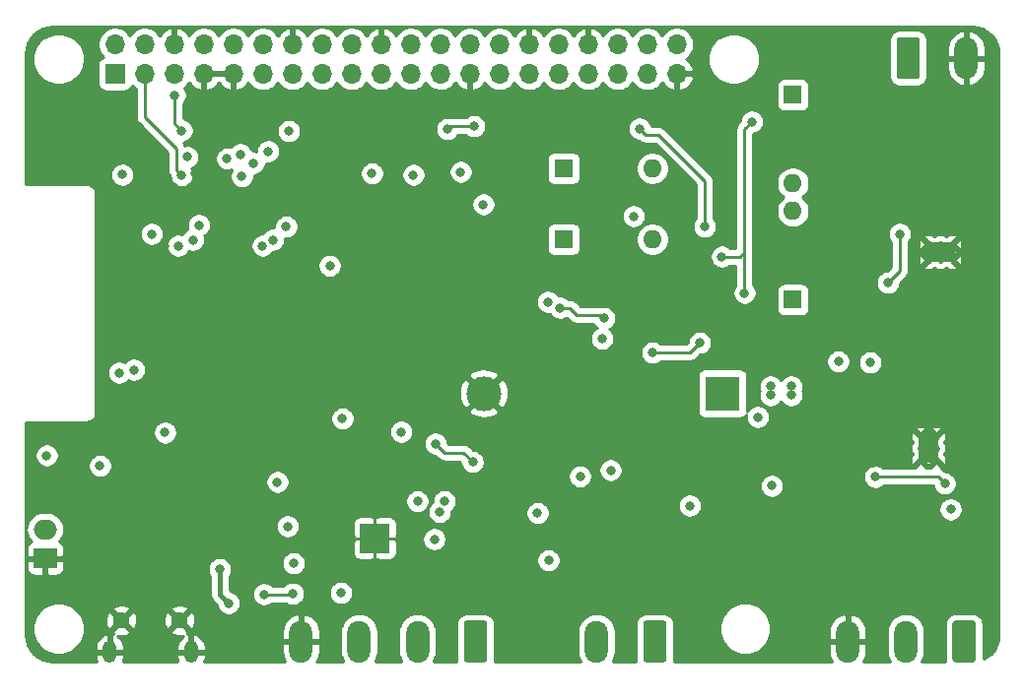
<source format=gbr>
G04 #@! TF.GenerationSoftware,KiCad,Pcbnew,(5.1.9)-1*
G04 #@! TF.CreationDate,2021-06-26T21:34:31-04:00*
G04 #@! TF.ProjectId,esp32 Core  V-0.1,65737033-3220-4436-9f72-652020562d30,rev?*
G04 #@! TF.SameCoordinates,Original*
G04 #@! TF.FileFunction,Copper,L4,Bot*
G04 #@! TF.FilePolarity,Positive*
%FSLAX46Y46*%
G04 Gerber Fmt 4.6, Leading zero omitted, Abs format (unit mm)*
G04 Created by KiCad (PCBNEW (5.1.9)-1) date 2021-06-26 21:34:31*
%MOMM*%
%LPD*%
G01*
G04 APERTURE LIST*
G04 #@! TA.AperFunction,ComponentPad*
%ADD10O,1.600000X1.600000*%
G04 #@! TD*
G04 #@! TA.AperFunction,ComponentPad*
%ADD11R,1.600000X1.600000*%
G04 #@! TD*
G04 #@! TA.AperFunction,SMDPad,CuDef*
%ADD12R,2.500000X1.800000*%
G04 #@! TD*
G04 #@! TA.AperFunction,ComponentPad*
%ADD13C,0.500000*%
G04 #@! TD*
G04 #@! TA.AperFunction,SMDPad,CuDef*
%ADD14R,1.800000X2.500000*%
G04 #@! TD*
G04 #@! TA.AperFunction,ComponentPad*
%ADD15O,2.000000X3.600000*%
G04 #@! TD*
G04 #@! TA.AperFunction,ComponentPad*
%ADD16R,3.000000X3.000000*%
G04 #@! TD*
G04 #@! TA.AperFunction,ComponentPad*
%ADD17C,3.000000*%
G04 #@! TD*
G04 #@! TA.AperFunction,ComponentPad*
%ADD18R,2.000000X1.700000*%
G04 #@! TD*
G04 #@! TA.AperFunction,ComponentPad*
%ADD19O,2.000000X1.700000*%
G04 #@! TD*
G04 #@! TA.AperFunction,ComponentPad*
%ADD20O,1.700000X1.700000*%
G04 #@! TD*
G04 #@! TA.AperFunction,ComponentPad*
%ADD21R,1.700000X1.700000*%
G04 #@! TD*
G04 #@! TA.AperFunction,SMDPad,CuDef*
%ADD22R,2.500000X2.500000*%
G04 #@! TD*
G04 #@! TA.AperFunction,ComponentPad*
%ADD23O,1.200000X1.900000*%
G04 #@! TD*
G04 #@! TA.AperFunction,ComponentPad*
%ADD24C,1.450000*%
G04 #@! TD*
G04 #@! TA.AperFunction,ViaPad*
%ADD25C,0.800000*%
G04 #@! TD*
G04 #@! TA.AperFunction,Conductor*
%ADD26C,0.250000*%
G04 #@! TD*
G04 #@! TA.AperFunction,Conductor*
%ADD27C,0.400000*%
G04 #@! TD*
G04 #@! TA.AperFunction,Conductor*
%ADD28C,0.254000*%
G04 #@! TD*
G04 #@! TA.AperFunction,Conductor*
%ADD29C,0.100000*%
G04 #@! TD*
G04 APERTURE END LIST*
D10*
G04 #@! TO.P,JP4,2*
G04 #@! TO.N,/AIN3*
X234520000Y-107900000D03*
D11*
G04 #@! TO.P,JP4,1*
G04 #@! TO.N,Net-(JP4-Pad1)*
X226900000Y-107900000D03*
G04 #@! TD*
D10*
G04 #@! TO.P,JP3,2*
G04 #@! TO.N,/AIN2*
X234520000Y-114000000D03*
D11*
G04 #@! TO.P,JP3,1*
G04 #@! TO.N,Net-(JP3-Pad1)*
X226900000Y-114000000D03*
G04 #@! TD*
D10*
G04 #@! TO.P,JP2,2*
G04 #@! TO.N,/AIN1*
X246600000Y-109200000D03*
D11*
G04 #@! TO.P,JP2,1*
G04 #@! TO.N,Net-(JP2-Pad1)*
X246600000Y-101580000D03*
G04 #@! TD*
D10*
G04 #@! TO.P,JP1,2*
G04 #@! TO.N,/AIN0*
X246600000Y-111580000D03*
D11*
G04 #@! TO.P,JP1,1*
G04 #@! TO.N,Net-(JP1-Pad1)*
X246600000Y-119200000D03*
G04 #@! TD*
D12*
G04 #@! TO.P,U13,9*
G04 #@! TO.N,GND*
X259270000Y-115096000D03*
D13*
X260270000Y-114446000D03*
X260270000Y-115746000D03*
X259270000Y-114446000D03*
X259270000Y-115746000D03*
X258270000Y-114446000D03*
X258270000Y-115746000D03*
G04 #@! TD*
D14*
G04 #@! TO.P,U1,9*
G04 #@! TO.N,GND*
X258246000Y-131976000D03*
D13*
X257596000Y-130976000D03*
X258896000Y-130976000D03*
X257596000Y-131976000D03*
X258896000Y-131976000D03*
X257596000Y-132976000D03*
X258896000Y-132976000D03*
G04 #@! TD*
D15*
G04 #@! TO.P,J5,3*
G04 #@! TO.N,GND*
X251305000Y-148590000D03*
G04 #@! TO.P,J5,2*
G04 #@! TO.N,+5VD*
X256305000Y-148590000D03*
G04 #@! TO.P,J5,1*
G04 #@! TO.N,VDC*
G04 #@! TA.AperFunction,ComponentPad*
G36*
G01*
X262305000Y-147040000D02*
X262305000Y-150140000D01*
G75*
G02*
X262055000Y-150390000I-250000J0D01*
G01*
X260555000Y-150390000D01*
G75*
G02*
X260305000Y-150140000I0J250000D01*
G01*
X260305000Y-147040000D01*
G75*
G02*
X260555000Y-146790000I250000J0D01*
G01*
X262055000Y-146790000D01*
G75*
G02*
X262305000Y-147040000I0J-250000D01*
G01*
G37*
G04 #@! TD.AperFunction*
G04 #@! TD*
G04 #@! TO.P,J4,2*
G04 #@! TO.N,GND*
X261500000Y-98425000D03*
G04 #@! TO.P,J4,1*
G04 #@! TO.N,+12V*
G04 #@! TA.AperFunction,ComponentPad*
G36*
G01*
X255500000Y-99975000D02*
X255500000Y-96875000D01*
G75*
G02*
X255750000Y-96625000I250000J0D01*
G01*
X257250000Y-96625000D01*
G75*
G02*
X257500000Y-96875000I0J-250000D01*
G01*
X257500000Y-99975000D01*
G75*
G02*
X257250000Y-100225000I-250000J0D01*
G01*
X255750000Y-100225000D01*
G75*
G02*
X255500000Y-99975000I0J250000D01*
G01*
G37*
G04 #@! TD.AperFunction*
G04 #@! TD*
G04 #@! TO.P,J13,4*
G04 #@! TO.N,GND*
X204343000Y-148590000D03*
G04 #@! TO.P,J13,3*
G04 #@! TO.N,/TX2*
X209343000Y-148590000D03*
G04 #@! TO.P,J13,2*
G04 #@! TO.N,/RX25*
X214343000Y-148590000D03*
G04 #@! TO.P,J13,1*
G04 #@! TO.N,+5V*
G04 #@! TA.AperFunction,ComponentPad*
G36*
G01*
X220343000Y-147040000D02*
X220343000Y-150140000D01*
G75*
G02*
X220093000Y-150390000I-250000J0D01*
G01*
X218593000Y-150390000D01*
G75*
G02*
X218343000Y-150140000I0J250000D01*
G01*
X218343000Y-147040000D01*
G75*
G02*
X218593000Y-146790000I250000J0D01*
G01*
X220093000Y-146790000D01*
G75*
G02*
X220343000Y-147040000I0J-250000D01*
G01*
G37*
G04 #@! TD.AperFunction*
G04 #@! TD*
G04 #@! TO.P,J2,2*
G04 #@! TO.N,/A*
X229743000Y-148590000D03*
G04 #@! TO.P,J2,1*
G04 #@! TO.N,/B*
G04 #@! TA.AperFunction,ComponentPad*
G36*
G01*
X235743000Y-147040000D02*
X235743000Y-150140000D01*
G75*
G02*
X235493000Y-150390000I-250000J0D01*
G01*
X233993000Y-150390000D01*
G75*
G02*
X233743000Y-150140000I0J250000D01*
G01*
X233743000Y-147040000D01*
G75*
G02*
X233993000Y-146790000I250000J0D01*
G01*
X235493000Y-146790000D01*
G75*
G02*
X235743000Y-147040000I0J-250000D01*
G01*
G37*
G04 #@! TD.AperFunction*
G04 #@! TD*
D16*
G04 #@! TO.P,BT1,1*
G04 #@! TO.N,Net-(BT1-Pad1)*
X240538000Y-127254000D03*
D17*
G04 #@! TO.P,BT1,2*
G04 #@! TO.N,GND*
X220048000Y-127254000D03*
G04 #@! TD*
D18*
G04 #@! TO.P,BT2,2*
G04 #@! TO.N,GND*
X182372000Y-141438000D03*
D19*
G04 #@! TO.P,BT2,1*
G04 #@! TO.N,+BATT*
X182372000Y-138938000D03*
G04 #@! TD*
D20*
G04 #@! TO.P,J3,40*
G04 #@! TO.N,/AIN1*
X236632600Y-97232300D03*
G04 #@! TO.P,J3,39*
G04 #@! TO.N,GND*
X236632600Y-99772300D03*
G04 #@! TO.P,J3,38*
G04 #@! TO.N,/AIN0*
X234092600Y-97232300D03*
G04 #@! TO.P,J3,37*
G04 #@! TO.N,/AIN2*
X234092600Y-99772300D03*
G04 #@! TO.P,J3,36*
G04 #@! TO.N,/O12*
X231552600Y-97232300D03*
G04 #@! TO.P,J3,35*
G04 #@! TO.N,/AIN3*
X231552600Y-99772300D03*
G04 #@! TO.P,J3,34*
G04 #@! TO.N,GND*
X229012600Y-97232300D03*
G04 #@! TO.P,J3,33*
G04 #@! TO.N,/O14*
X229012600Y-99772300D03*
G04 #@! TO.P,J3,32*
G04 #@! TO.N,/O26*
X226472600Y-97232300D03*
G04 #@! TO.P,J3,31*
G04 #@! TO.N,/O27*
X226472600Y-99772300D03*
G04 #@! TO.P,J3,30*
G04 #@! TO.N,GND*
X223932600Y-97232300D03*
G04 #@! TO.P,J3,29*
G04 #@! TO.N,/O25*
X223932600Y-99772300D03*
G04 #@! TO.P,J3,28*
G04 #@! TO.N,/COM*
X221392600Y-97232300D03*
G04 #@! TO.P,J3,27*
G04 #@! TO.N,/O33*
X221392600Y-99772300D03*
G04 #@! TO.P,J3,26*
G04 #@! TO.N,/CS*
X218852600Y-97232300D03*
G04 #@! TO.P,J3,25*
G04 #@! TO.N,GND*
X218852600Y-99772300D03*
G04 #@! TO.P,J3,24*
G04 #@! TO.N,/DI35*
X216312600Y-97232300D03*
G04 #@! TO.P,J3,23*
G04 #@! TO.N,/SCK*
X216312600Y-99772300D03*
G04 #@! TO.P,J3,22*
G04 #@! TO.N,/DI34*
X213772600Y-97232300D03*
G04 #@! TO.P,J3,21*
G04 #@! TO.N,/MISO*
X213772600Y-99772300D03*
G04 #@! TO.P,J3,20*
G04 #@! TO.N,GND*
X211232600Y-97232300D03*
G04 #@! TO.P,J3,19*
G04 #@! TO.N,/MOSI*
X211232600Y-99772300D03*
G04 #@! TO.P,J3,18*
G04 #@! TO.N,/DI39*
X208692600Y-97232300D03*
G04 #@! TO.P,J3,17*
G04 #@! TO.N,+3V3*
X208692600Y-99772300D03*
G04 #@! TO.P,J3,16*
G04 #@! TO.N,/IO2*
X206152600Y-97232300D03*
G04 #@! TO.P,J3,15*
G04 #@! TO.N,/DI36*
X206152600Y-99772300D03*
G04 #@! TO.P,J3,14*
G04 #@! TO.N,GND*
X203612600Y-97232300D03*
G04 #@! TO.P,J3,13*
G04 #@! TO.N,/GPIO0*
X203612600Y-99772300D03*
G04 #@! TO.P,J3,12*
G04 #@! TO.N,/IO4*
X201072600Y-97232300D03*
G04 #@! TO.P,J3,11*
G04 #@! TO.N,/RESET*
X201072600Y-99772300D03*
G04 #@! TO.P,J3,10*
G04 #@! TO.N,/RXD*
X198532600Y-97232300D03*
G04 #@! TO.P,J3,9*
G04 #@! TO.N,GND*
X198532600Y-99772300D03*
G04 #@! TO.P,J3,8*
G04 #@! TO.N,/TXD*
X195992600Y-97232300D03*
G04 #@! TO.P,J3,7*
G04 #@! TO.N,GND*
X195992600Y-99772300D03*
G04 #@! TO.P,J3,6*
X193452600Y-97232300D03*
G04 #@! TO.P,J3,5*
G04 #@! TO.N,/SCL*
X193452600Y-99772300D03*
G04 #@! TO.P,J3,4*
G04 #@! TO.N,+5V*
X190912600Y-97232300D03*
G04 #@! TO.P,J3,3*
G04 #@! TO.N,/SDA*
X190912600Y-99772300D03*
G04 #@! TO.P,J3,2*
G04 #@! TO.N,+5V*
X188372600Y-97232300D03*
D21*
G04 #@! TO.P,J3,1*
G04 #@! TO.N,+3V3*
X188372600Y-99772300D03*
G04 #@! TD*
D13*
G04 #@! TO.P,U5,29*
G04 #@! TO.N,GND*
X209693000Y-138700000D03*
X210693000Y-138700000D03*
X211693000Y-138700000D03*
X209693000Y-139700000D03*
X210693000Y-139700000D03*
X211693000Y-139700000D03*
X209693000Y-140700000D03*
X210693000Y-140700000D03*
X211693000Y-140700000D03*
D22*
X210693000Y-139700000D03*
G04 #@! TD*
D23*
G04 #@! TO.P,J1,6*
G04 #@! TO.N,GND*
X194905000Y-149479000D03*
X187905000Y-149479000D03*
D24*
X193905000Y-146779000D03*
X188905000Y-146779000D03*
G04 #@! TD*
D25*
G04 #@! TO.N,GND*
X193421000Y-145251000D03*
X228092000Y-142240000D03*
X236093000Y-143002000D03*
X210058000Y-109728000D03*
X213614000Y-109728000D03*
X217424000Y-109982000D03*
X221234000Y-109982000D03*
X263144000Y-120650000D03*
X216789000Y-126365000D03*
X205041500Y-130556000D03*
X200215500Y-133731000D03*
X193230500Y-140144500D03*
X248793000Y-133350000D03*
X248329500Y-96981500D03*
X184467500Y-135572500D03*
X243967000Y-111125000D03*
X225933000Y-130429000D03*
X234696000Y-127762000D03*
X188849000Y-138049000D03*
X245237000Y-143764000D03*
X240157000Y-136017000D03*
X234250000Y-118100000D03*
X243450000Y-121150000D03*
X242150000Y-123100000D03*
X251650000Y-116650000D03*
X262250000Y-115250000D03*
X251750000Y-114250000D03*
X257250000Y-136000000D03*
X256500000Y-127250000D03*
X253000000Y-146250000D03*
X249500000Y-146250000D03*
X258250000Y-146000000D03*
X221250000Y-112500000D03*
X205750000Y-108000000D03*
X209750000Y-102500000D03*
X213000000Y-102250000D03*
X207750000Y-101750000D03*
X216027000Y-101473000D03*
X203200000Y-107823000D03*
X195233761Y-108311233D03*
X203200000Y-106299000D03*
X209804000Y-104267000D03*
X205613000Y-104775000D03*
X205438671Y-102138821D03*
X190754000Y-114935000D03*
X192659000Y-114554000D03*
X186944000Y-102870000D03*
X190373000Y-104648000D03*
X188722000Y-106807000D03*
X241600000Y-134400000D03*
X247000000Y-129200000D03*
G04 #@! TO.N,+3V3*
X193500000Y-101600000D03*
X203301600Y-104691028D03*
X201522601Y-106426000D03*
X194106800Y-104648000D03*
X188722000Y-125476000D03*
X237744000Y-136906000D03*
X230200000Y-122550000D03*
X234550000Y-123750000D03*
X238600000Y-122900000D03*
X218059000Y-108204000D03*
X213995000Y-108458000D03*
X210439000Y-108331000D03*
X219202000Y-104267000D03*
X216916000Y-104521000D03*
X199136000Y-106680000D03*
G04 #@! TO.N,+5V*
X182499000Y-132588000D03*
X232918000Y-112014000D03*
X243586000Y-129286000D03*
X203200000Y-138684000D03*
X225615500Y-141605000D03*
X230949500Y-133858000D03*
X250500000Y-124500000D03*
X244800000Y-135200000D03*
G04 #@! TO.N,/TXD*
X193802000Y-114554000D03*
X216268080Y-137444147D03*
X214343990Y-136525000D03*
G04 #@! TO.N,/RXD*
X195072000Y-114046000D03*
X212946990Y-130556000D03*
G04 #@! TO.N,/RESET*
X189992000Y-125222000D03*
X224663000Y-137541000D03*
X192659000Y-130619500D03*
X194578957Y-106929347D03*
G04 #@! TO.N,/GPIO0*
X203073000Y-112903000D03*
X216662000Y-136525000D03*
G04 #@! TO.N,/CS*
X199263000Y-108585000D03*
G04 #@! TO.N,/DM*
X201168000Y-144526000D03*
X203649153Y-144467153D03*
G04 #@! TO.N,/DTR*
X219100000Y-133148012D03*
X215900000Y-131572000D03*
G04 #@! TO.N,/SDA*
X194090653Y-108490653D03*
X195580000Y-112776000D03*
X225552000Y-119380000D03*
G04 #@! TO.N,/SCL*
X226601000Y-119888000D03*
X230378000Y-120777000D03*
X191516000Y-113538000D03*
G04 #@! TO.N,/MISO*
X197993000Y-107061000D03*
G04 #@! TO.N,/SCK*
X200279000Y-107442000D03*
G04 #@! TO.N,/MOSI*
X189000000Y-108450000D03*
G04 #@! TO.N,VBUS*
X207772000Y-144399000D03*
X203708000Y-141859000D03*
X197358000Y-142367000D03*
X198124653Y-145292653D03*
G04 #@! TO.N,Net-(C1-Pad2)*
X259651500Y-135001000D03*
X253682500Y-134429500D03*
G04 #@! TO.N,/VIN*
X202311000Y-134874000D03*
X260159500Y-137223500D03*
G04 #@! TO.N,/IO13*
X207899000Y-129413000D03*
X228318153Y-134393847D03*
G04 #@! TO.N,/RX2*
X201930000Y-114046000D03*
X215800000Y-139800000D03*
G04 #@! TO.N,/TX2*
X201041000Y-114554000D03*
G04 #@! TO.N,Net-(BT1-Pad1)*
X253238000Y-124587000D03*
G04 #@! TO.N,/AN1*
X242443000Y-118618000D03*
X243078000Y-103886000D03*
X240500000Y-115500000D03*
G04 #@! TO.N,/AN3*
X239014000Y-112903000D03*
X233427000Y-104479000D03*
G04 #@! TO.N,Net-(C26-Pad2)*
X254762000Y-117729000D03*
X255778000Y-113538000D03*
G04 #@! TO.N,Net-(U7-Pad7)*
X244690000Y-127408000D03*
X244690000Y-126646000D03*
X246468000Y-126646000D03*
X246468000Y-127408000D03*
G04 #@! TO.N,/RGBLED*
X187071000Y-133477000D03*
X206819500Y-116268500D03*
G04 #@! TO.N,/COM*
X220000000Y-111000000D03*
G04 #@! TD*
D26*
G04 #@! TO.N,GND*
X210693000Y-139700000D02*
X210693000Y-137193000D01*
X210693000Y-139700000D02*
X213450000Y-139700000D01*
X210693000Y-139700000D02*
X210693000Y-141943000D01*
X210693000Y-139700000D02*
X207950000Y-139700000D01*
G04 #@! TO.N,+3V3*
X193500000Y-104041200D02*
X194106800Y-104648000D01*
X193500000Y-101600000D02*
X193500000Y-104041200D01*
X237750000Y-123750000D02*
X234550000Y-123750000D01*
X238600000Y-122900000D02*
X237750000Y-123750000D01*
X217170000Y-104267000D02*
X216916000Y-104521000D01*
X219202000Y-104267000D02*
X217170000Y-104267000D01*
G04 #@! TO.N,/DM*
X203590306Y-144526000D02*
X203649153Y-144467153D01*
X201168000Y-144526000D02*
X203590306Y-144526000D01*
G04 #@! TO.N,/DTR*
X215900000Y-131572000D02*
X216662000Y-132334000D01*
X218285988Y-132334000D02*
X219100000Y-133148012D01*
X216662000Y-132334000D02*
X218285988Y-132334000D01*
G04 #@! TO.N,/SDA*
X190912600Y-103462600D02*
X190912600Y-99772300D01*
X193653153Y-106203153D02*
X190912600Y-103462600D01*
X193653153Y-108053153D02*
X193653153Y-106203153D01*
X194090653Y-108490653D02*
X193653153Y-108053153D01*
G04 #@! TO.N,/SCL*
X227416000Y-119888000D02*
X228051000Y-120523000D01*
X226601000Y-119888000D02*
X227416000Y-119888000D01*
X230124000Y-120523000D02*
X230378000Y-120777000D01*
X228051000Y-120523000D02*
X230124000Y-120523000D01*
D27*
G04 #@! TO.N,VBUS*
X197358000Y-144526000D02*
X198124653Y-145292653D01*
X197358000Y-142367000D02*
X197358000Y-144526000D01*
D26*
G04 #@! TO.N,Net-(C1-Pad2)*
X259080000Y-134429500D02*
X253682500Y-134429500D01*
X259651500Y-135001000D02*
X259080000Y-134429500D01*
G04 #@! TO.N,/AN1*
X242443000Y-104521000D02*
X242506500Y-104457500D01*
X243078000Y-103886000D02*
X242506500Y-104457500D01*
X242086000Y-115500000D02*
X242443000Y-115143000D01*
X240500000Y-115500000D02*
X242086000Y-115500000D01*
X242443000Y-115143000D02*
X242443000Y-104521000D01*
X242443000Y-118618000D02*
X242443000Y-115143000D01*
G04 #@! TO.N,/AN3*
X239014000Y-108966000D02*
X235077000Y-105029000D01*
X239014000Y-112903000D02*
X239014000Y-108966000D01*
X233977000Y-105029000D02*
X233427000Y-104479000D01*
X235077000Y-105029000D02*
X233977000Y-105029000D01*
G04 #@! TO.N,Net-(C26-Pad2)*
X255778000Y-116713000D02*
X255778000Y-113538000D01*
X254762000Y-117729000D02*
X255778000Y-116713000D01*
G04 #@! TD*
D28*
G04 #@! TO.N,GND*
X262444134Y-95756953D02*
X262871355Y-95885938D01*
X263265384Y-96095446D01*
X263611214Y-96377499D01*
X263895673Y-96721351D01*
X264107929Y-97113910D01*
X264239892Y-97540213D01*
X264290000Y-98016964D01*
X264290001Y-147965269D01*
X264243048Y-148444133D01*
X264114063Y-148871353D01*
X263904554Y-149265384D01*
X263622501Y-149611214D01*
X263278651Y-149895672D01*
X262943072Y-150077118D01*
X262943072Y-147040000D01*
X262926008Y-146866746D01*
X262875472Y-146700150D01*
X262793405Y-146546614D01*
X262682962Y-146412038D01*
X262548386Y-146301595D01*
X262394850Y-146219528D01*
X262228254Y-146168992D01*
X262055000Y-146151928D01*
X260555000Y-146151928D01*
X260381746Y-146168992D01*
X260215150Y-146219528D01*
X260061614Y-146301595D01*
X259927038Y-146412038D01*
X259816595Y-146546614D01*
X259734528Y-146700150D01*
X259683992Y-146866746D01*
X259666928Y-147040000D01*
X259666928Y-150140000D01*
X259681702Y-150290000D01*
X257677847Y-150290000D01*
X257822852Y-150018715D01*
X257916343Y-149710516D01*
X257940000Y-149470322D01*
X257940000Y-147709678D01*
X257916343Y-147469484D01*
X257822852Y-147161285D01*
X257671031Y-146877248D01*
X257466714Y-146628286D01*
X257217752Y-146423969D01*
X256933715Y-146272148D01*
X256625516Y-146178657D01*
X256305000Y-146147089D01*
X255984485Y-146178657D01*
X255676286Y-146272148D01*
X255392249Y-146423969D01*
X255143287Y-146628286D01*
X254938970Y-146877248D01*
X254787149Y-147161285D01*
X254693658Y-147469484D01*
X254670000Y-147709678D01*
X254670000Y-149470321D01*
X254693657Y-149710515D01*
X254787148Y-150018714D01*
X254932153Y-150290000D01*
X252666678Y-150290000D01*
X252766942Y-150133020D01*
X252883807Y-149833532D01*
X252940000Y-149517000D01*
X252940000Y-148717000D01*
X251432000Y-148717000D01*
X251432000Y-148737000D01*
X251178000Y-148737000D01*
X251178000Y-148717000D01*
X249670000Y-148717000D01*
X249670000Y-149517000D01*
X249726193Y-149833532D01*
X249843058Y-150133020D01*
X249943322Y-150290000D01*
X236366298Y-150290000D01*
X236381072Y-150140000D01*
X236381072Y-147279872D01*
X240265000Y-147279872D01*
X240265000Y-147720128D01*
X240350890Y-148151925D01*
X240519369Y-148558669D01*
X240763962Y-148924729D01*
X241075271Y-149236038D01*
X241441331Y-149480631D01*
X241848075Y-149649110D01*
X242279872Y-149735000D01*
X242720128Y-149735000D01*
X243151925Y-149649110D01*
X243558669Y-149480631D01*
X243924729Y-149236038D01*
X244236038Y-148924729D01*
X244480631Y-148558669D01*
X244649110Y-148151925D01*
X244735000Y-147720128D01*
X244735000Y-147663000D01*
X249670000Y-147663000D01*
X249670000Y-148463000D01*
X251178000Y-148463000D01*
X251178000Y-146319223D01*
X251432000Y-146319223D01*
X251432000Y-148463000D01*
X252940000Y-148463000D01*
X252940000Y-147663000D01*
X252883807Y-147346468D01*
X252766942Y-147046980D01*
X252593895Y-146776046D01*
X252371317Y-146544078D01*
X252107761Y-146359990D01*
X251813355Y-146230856D01*
X251685434Y-146199876D01*
X251432000Y-146319223D01*
X251178000Y-146319223D01*
X250924566Y-146199876D01*
X250796645Y-146230856D01*
X250502239Y-146359990D01*
X250238683Y-146544078D01*
X250016105Y-146776046D01*
X249843058Y-147046980D01*
X249726193Y-147346468D01*
X249670000Y-147663000D01*
X244735000Y-147663000D01*
X244735000Y-147279872D01*
X244649110Y-146848075D01*
X244480631Y-146441331D01*
X244236038Y-146075271D01*
X243924729Y-145763962D01*
X243558669Y-145519369D01*
X243151925Y-145350890D01*
X242720128Y-145265000D01*
X242279872Y-145265000D01*
X241848075Y-145350890D01*
X241441331Y-145519369D01*
X241075271Y-145763962D01*
X240763962Y-146075271D01*
X240519369Y-146441331D01*
X240350890Y-146848075D01*
X240265000Y-147279872D01*
X236381072Y-147279872D01*
X236381072Y-147040000D01*
X236364008Y-146866746D01*
X236313472Y-146700150D01*
X236231405Y-146546614D01*
X236120962Y-146412038D01*
X235986386Y-146301595D01*
X235832850Y-146219528D01*
X235666254Y-146168992D01*
X235493000Y-146151928D01*
X233993000Y-146151928D01*
X233819746Y-146168992D01*
X233653150Y-146219528D01*
X233499614Y-146301595D01*
X233365038Y-146412038D01*
X233254595Y-146546614D01*
X233172528Y-146700150D01*
X233121992Y-146866746D01*
X233104928Y-147040000D01*
X233104928Y-150140000D01*
X233119702Y-150290000D01*
X231115847Y-150290000D01*
X231260852Y-150018715D01*
X231354343Y-149710516D01*
X231378000Y-149470322D01*
X231378000Y-147709678D01*
X231354343Y-147469484D01*
X231260852Y-147161285D01*
X231109031Y-146877248D01*
X230904714Y-146628286D01*
X230655752Y-146423969D01*
X230371715Y-146272148D01*
X230063516Y-146178657D01*
X229743000Y-146147089D01*
X229422485Y-146178657D01*
X229114286Y-146272148D01*
X228830249Y-146423969D01*
X228581287Y-146628286D01*
X228376970Y-146877248D01*
X228225149Y-147161285D01*
X228131658Y-147469484D01*
X228108000Y-147709678D01*
X228108000Y-149470321D01*
X228131657Y-149710515D01*
X228225148Y-150018714D01*
X228370153Y-150290000D01*
X220966298Y-150290000D01*
X220981072Y-150140000D01*
X220981072Y-147040000D01*
X220964008Y-146866746D01*
X220913472Y-146700150D01*
X220831405Y-146546614D01*
X220720962Y-146412038D01*
X220586386Y-146301595D01*
X220432850Y-146219528D01*
X220266254Y-146168992D01*
X220093000Y-146151928D01*
X218593000Y-146151928D01*
X218419746Y-146168992D01*
X218253150Y-146219528D01*
X218099614Y-146301595D01*
X217965038Y-146412038D01*
X217854595Y-146546614D01*
X217772528Y-146700150D01*
X217721992Y-146866746D01*
X217704928Y-147040000D01*
X217704928Y-150140000D01*
X217719702Y-150290000D01*
X215715847Y-150290000D01*
X215860852Y-150018715D01*
X215954343Y-149710516D01*
X215978000Y-149470322D01*
X215978000Y-147709678D01*
X215954343Y-147469484D01*
X215860852Y-147161285D01*
X215709031Y-146877248D01*
X215504714Y-146628286D01*
X215255752Y-146423969D01*
X214971715Y-146272148D01*
X214663516Y-146178657D01*
X214343000Y-146147089D01*
X214022485Y-146178657D01*
X213714286Y-146272148D01*
X213430249Y-146423969D01*
X213181287Y-146628286D01*
X212976970Y-146877248D01*
X212825149Y-147161285D01*
X212731658Y-147469484D01*
X212708000Y-147709678D01*
X212708000Y-149470321D01*
X212731657Y-149710515D01*
X212825148Y-150018714D01*
X212970153Y-150290000D01*
X210715847Y-150290000D01*
X210860852Y-150018715D01*
X210954343Y-149710516D01*
X210978000Y-149470322D01*
X210978000Y-147709678D01*
X210954343Y-147469484D01*
X210860852Y-147161285D01*
X210709031Y-146877248D01*
X210504714Y-146628286D01*
X210255752Y-146423969D01*
X209971715Y-146272148D01*
X209663516Y-146178657D01*
X209343000Y-146147089D01*
X209022485Y-146178657D01*
X208714286Y-146272148D01*
X208430249Y-146423969D01*
X208181287Y-146628286D01*
X207976970Y-146877248D01*
X207825149Y-147161285D01*
X207731658Y-147469484D01*
X207708000Y-147709678D01*
X207708000Y-149470321D01*
X207731657Y-149710515D01*
X207825148Y-150018714D01*
X207970153Y-150290000D01*
X205704678Y-150290000D01*
X205804942Y-150133020D01*
X205921807Y-149833532D01*
X205978000Y-149517000D01*
X205978000Y-148717000D01*
X204470000Y-148717000D01*
X204470000Y-148737000D01*
X204216000Y-148737000D01*
X204216000Y-148717000D01*
X202708000Y-148717000D01*
X202708000Y-149517000D01*
X202764193Y-149833532D01*
X202881058Y-150133020D01*
X202981322Y-150290000D01*
X196051452Y-150290000D01*
X196091493Y-150194496D01*
X196140000Y-149956000D01*
X196140000Y-149606000D01*
X195032000Y-149606000D01*
X195032000Y-149626000D01*
X194778000Y-149626000D01*
X194778000Y-149606000D01*
X193670000Y-149606000D01*
X193670000Y-149956000D01*
X193718507Y-150194496D01*
X193758548Y-150290000D01*
X189051452Y-150290000D01*
X189091493Y-150194496D01*
X189140000Y-149956000D01*
X189140000Y-149606000D01*
X188032000Y-149606000D01*
X188032000Y-149626000D01*
X187778000Y-149626000D01*
X187778000Y-149606000D01*
X186670000Y-149606000D01*
X186670000Y-149956000D01*
X186718507Y-150194496D01*
X186758548Y-150290000D01*
X183034721Y-150290000D01*
X182555867Y-150243048D01*
X182128647Y-150114063D01*
X181734616Y-149904554D01*
X181388786Y-149622501D01*
X181104328Y-149278651D01*
X180892073Y-148886093D01*
X180760109Y-148459788D01*
X180710000Y-147983036D01*
X180710000Y-147279872D01*
X181265000Y-147279872D01*
X181265000Y-147720128D01*
X181350890Y-148151925D01*
X181519369Y-148558669D01*
X181763962Y-148924729D01*
X182075271Y-149236038D01*
X182441331Y-149480631D01*
X182848075Y-149649110D01*
X183279872Y-149735000D01*
X183720128Y-149735000D01*
X184151925Y-149649110D01*
X184558669Y-149480631D01*
X184924729Y-149236038D01*
X185158767Y-149002000D01*
X186670000Y-149002000D01*
X186670000Y-149352000D01*
X187778000Y-149352000D01*
X187778000Y-148060269D01*
X188032000Y-148060269D01*
X188032000Y-149352000D01*
X189140000Y-149352000D01*
X189140000Y-149002000D01*
X189091493Y-148763504D01*
X188997390Y-148539054D01*
X188861307Y-148337275D01*
X188688474Y-148165922D01*
X188593164Y-148102829D01*
X188710849Y-148131719D01*
X188978482Y-148143604D01*
X189243291Y-148103048D01*
X189495100Y-148011609D01*
X189602035Y-147954450D01*
X189664528Y-147718133D01*
X193145472Y-147718133D01*
X193207965Y-147954450D01*
X193450678Y-148067850D01*
X193710849Y-148131719D01*
X193978482Y-148143604D01*
X194208442Y-148108385D01*
X194121526Y-148165922D01*
X193948693Y-148337275D01*
X193812610Y-148539054D01*
X193718507Y-148763504D01*
X193670000Y-149002000D01*
X193670000Y-149352000D01*
X194778000Y-149352000D01*
X194778000Y-148060269D01*
X195032000Y-148060269D01*
X195032000Y-149352000D01*
X196140000Y-149352000D01*
X196140000Y-149002000D01*
X196091493Y-148763504D01*
X195997390Y-148539054D01*
X195861307Y-148337275D01*
X195688474Y-148165922D01*
X195485533Y-148031579D01*
X195260282Y-147939409D01*
X195222609Y-147935538D01*
X195032000Y-148060269D01*
X194778000Y-148060269D01*
X194604138Y-147946497D01*
X194664528Y-147718133D01*
X194609395Y-147663000D01*
X202708000Y-147663000D01*
X202708000Y-148463000D01*
X204216000Y-148463000D01*
X204216000Y-146319223D01*
X204470000Y-146319223D01*
X204470000Y-148463000D01*
X205978000Y-148463000D01*
X205978000Y-147663000D01*
X205921807Y-147346468D01*
X205804942Y-147046980D01*
X205631895Y-146776046D01*
X205409317Y-146544078D01*
X205145761Y-146359990D01*
X204851355Y-146230856D01*
X204723434Y-146199876D01*
X204470000Y-146319223D01*
X204216000Y-146319223D01*
X203962566Y-146199876D01*
X203834645Y-146230856D01*
X203540239Y-146359990D01*
X203276683Y-146544078D01*
X203054105Y-146776046D01*
X202881058Y-147046980D01*
X202764193Y-147346468D01*
X202708000Y-147663000D01*
X194609395Y-147663000D01*
X193905000Y-146958605D01*
X193145472Y-147718133D01*
X189664528Y-147718133D01*
X188905000Y-146958605D01*
X188145472Y-147718133D01*
X188205862Y-147946497D01*
X188032000Y-148060269D01*
X187778000Y-148060269D01*
X187587391Y-147935538D01*
X187549718Y-147939409D01*
X187324467Y-148031579D01*
X187121526Y-148165922D01*
X186948693Y-148337275D01*
X186812610Y-148539054D01*
X186718507Y-148763504D01*
X186670000Y-149002000D01*
X185158767Y-149002000D01*
X185236038Y-148924729D01*
X185480631Y-148558669D01*
X185649110Y-148151925D01*
X185735000Y-147720128D01*
X185735000Y-147279872D01*
X185649987Y-146852482D01*
X187540396Y-146852482D01*
X187580952Y-147117291D01*
X187672391Y-147369100D01*
X187729550Y-147476035D01*
X187965867Y-147538528D01*
X188725395Y-146779000D01*
X189084605Y-146779000D01*
X189844133Y-147538528D01*
X190080450Y-147476035D01*
X190193850Y-147233322D01*
X190257719Y-146973151D01*
X190263077Y-146852482D01*
X192540396Y-146852482D01*
X192580952Y-147117291D01*
X192672391Y-147369100D01*
X192729550Y-147476035D01*
X192965867Y-147538528D01*
X193725395Y-146779000D01*
X194084605Y-146779000D01*
X194844133Y-147538528D01*
X195080450Y-147476035D01*
X195193850Y-147233322D01*
X195257719Y-146973151D01*
X195269604Y-146705518D01*
X195229048Y-146440709D01*
X195137609Y-146188900D01*
X195080450Y-146081965D01*
X194844133Y-146019472D01*
X194084605Y-146779000D01*
X193725395Y-146779000D01*
X192965867Y-146019472D01*
X192729550Y-146081965D01*
X192616150Y-146324678D01*
X192552281Y-146584849D01*
X192540396Y-146852482D01*
X190263077Y-146852482D01*
X190269604Y-146705518D01*
X190229048Y-146440709D01*
X190137609Y-146188900D01*
X190080450Y-146081965D01*
X189844133Y-146019472D01*
X189084605Y-146779000D01*
X188725395Y-146779000D01*
X187965867Y-146019472D01*
X187729550Y-146081965D01*
X187616150Y-146324678D01*
X187552281Y-146584849D01*
X187540396Y-146852482D01*
X185649987Y-146852482D01*
X185649110Y-146848075D01*
X185480631Y-146441331D01*
X185236038Y-146075271D01*
X185000634Y-145839867D01*
X188145472Y-145839867D01*
X188905000Y-146599395D01*
X189664528Y-145839867D01*
X193145472Y-145839867D01*
X193905000Y-146599395D01*
X194664528Y-145839867D01*
X194602035Y-145603550D01*
X194359322Y-145490150D01*
X194099151Y-145426281D01*
X193831518Y-145414396D01*
X193566709Y-145454952D01*
X193314900Y-145546391D01*
X193207965Y-145603550D01*
X193145472Y-145839867D01*
X189664528Y-145839867D01*
X189602035Y-145603550D01*
X189359322Y-145490150D01*
X189099151Y-145426281D01*
X188831518Y-145414396D01*
X188566709Y-145454952D01*
X188314900Y-145546391D01*
X188207965Y-145603550D01*
X188145472Y-145839867D01*
X185000634Y-145839867D01*
X184924729Y-145763962D01*
X184558669Y-145519369D01*
X184151925Y-145350890D01*
X183720128Y-145265000D01*
X183279872Y-145265000D01*
X182848075Y-145350890D01*
X182441331Y-145519369D01*
X182075271Y-145763962D01*
X181763962Y-146075271D01*
X181519369Y-146441331D01*
X181350890Y-146848075D01*
X181265000Y-147279872D01*
X180710000Y-147279872D01*
X180710000Y-142288000D01*
X180733928Y-142288000D01*
X180746188Y-142412482D01*
X180782498Y-142532180D01*
X180841463Y-142642494D01*
X180920815Y-142739185D01*
X181017506Y-142818537D01*
X181127820Y-142877502D01*
X181247518Y-142913812D01*
X181372000Y-142926072D01*
X182086250Y-142923000D01*
X182245000Y-142764250D01*
X182245000Y-141565000D01*
X182499000Y-141565000D01*
X182499000Y-142764250D01*
X182657750Y-142923000D01*
X183372000Y-142926072D01*
X183496482Y-142913812D01*
X183616180Y-142877502D01*
X183726494Y-142818537D01*
X183823185Y-142739185D01*
X183902537Y-142642494D01*
X183961502Y-142532180D01*
X183997812Y-142412482D01*
X184010072Y-142288000D01*
X184009948Y-142265061D01*
X196323000Y-142265061D01*
X196323000Y-142468939D01*
X196362774Y-142668898D01*
X196440795Y-142857256D01*
X196523000Y-142980285D01*
X196523001Y-144484972D01*
X196518960Y-144526000D01*
X196535082Y-144689688D01*
X196582828Y-144847086D01*
X196660364Y-144992145D01*
X196683907Y-145020832D01*
X196764710Y-145119291D01*
X196796574Y-145145441D01*
X197100560Y-145449428D01*
X197129427Y-145594551D01*
X197207448Y-145782909D01*
X197320716Y-145952427D01*
X197464879Y-146096590D01*
X197634397Y-146209858D01*
X197822755Y-146287879D01*
X198022714Y-146327653D01*
X198226592Y-146327653D01*
X198426551Y-146287879D01*
X198614909Y-146209858D01*
X198784427Y-146096590D01*
X198928590Y-145952427D01*
X199041858Y-145782909D01*
X199119879Y-145594551D01*
X199159653Y-145394592D01*
X199159653Y-145190714D01*
X199119879Y-144990755D01*
X199041858Y-144802397D01*
X198928590Y-144632879D01*
X198784427Y-144488716D01*
X198687664Y-144424061D01*
X200133000Y-144424061D01*
X200133000Y-144627939D01*
X200172774Y-144827898D01*
X200250795Y-145016256D01*
X200364063Y-145185774D01*
X200508226Y-145329937D01*
X200677744Y-145443205D01*
X200866102Y-145521226D01*
X201066061Y-145561000D01*
X201269939Y-145561000D01*
X201469898Y-145521226D01*
X201658256Y-145443205D01*
X201827774Y-145329937D01*
X201871711Y-145286000D01*
X203011693Y-145286000D01*
X203158897Y-145384358D01*
X203347255Y-145462379D01*
X203547214Y-145502153D01*
X203751092Y-145502153D01*
X203951051Y-145462379D01*
X204139409Y-145384358D01*
X204308927Y-145271090D01*
X204453090Y-145126927D01*
X204566358Y-144957409D01*
X204644379Y-144769051D01*
X204684153Y-144569092D01*
X204684153Y-144365214D01*
X204670597Y-144297061D01*
X206737000Y-144297061D01*
X206737000Y-144500939D01*
X206776774Y-144700898D01*
X206854795Y-144889256D01*
X206968063Y-145058774D01*
X207112226Y-145202937D01*
X207281744Y-145316205D01*
X207470102Y-145394226D01*
X207670061Y-145434000D01*
X207873939Y-145434000D01*
X208073898Y-145394226D01*
X208262256Y-145316205D01*
X208431774Y-145202937D01*
X208575937Y-145058774D01*
X208689205Y-144889256D01*
X208767226Y-144700898D01*
X208807000Y-144500939D01*
X208807000Y-144297061D01*
X208767226Y-144097102D01*
X208689205Y-143908744D01*
X208575937Y-143739226D01*
X208431774Y-143595063D01*
X208262256Y-143481795D01*
X208073898Y-143403774D01*
X207873939Y-143364000D01*
X207670061Y-143364000D01*
X207470102Y-143403774D01*
X207281744Y-143481795D01*
X207112226Y-143595063D01*
X206968063Y-143739226D01*
X206854795Y-143908744D01*
X206776774Y-144097102D01*
X206737000Y-144297061D01*
X204670597Y-144297061D01*
X204644379Y-144165255D01*
X204566358Y-143976897D01*
X204453090Y-143807379D01*
X204308927Y-143663216D01*
X204139409Y-143549948D01*
X203951051Y-143471927D01*
X203751092Y-143432153D01*
X203547214Y-143432153D01*
X203347255Y-143471927D01*
X203158897Y-143549948D01*
X202989379Y-143663216D01*
X202886595Y-143766000D01*
X201871711Y-143766000D01*
X201827774Y-143722063D01*
X201658256Y-143608795D01*
X201469898Y-143530774D01*
X201269939Y-143491000D01*
X201066061Y-143491000D01*
X200866102Y-143530774D01*
X200677744Y-143608795D01*
X200508226Y-143722063D01*
X200364063Y-143866226D01*
X200250795Y-144035744D01*
X200172774Y-144224102D01*
X200133000Y-144424061D01*
X198687664Y-144424061D01*
X198614909Y-144375448D01*
X198426551Y-144297427D01*
X198281428Y-144268560D01*
X198193000Y-144180133D01*
X198193000Y-142980285D01*
X198275205Y-142857256D01*
X198353226Y-142668898D01*
X198393000Y-142468939D01*
X198393000Y-142265061D01*
X198353226Y-142065102D01*
X198275205Y-141876744D01*
X198195236Y-141757061D01*
X202673000Y-141757061D01*
X202673000Y-141960939D01*
X202712774Y-142160898D01*
X202790795Y-142349256D01*
X202904063Y-142518774D01*
X203048226Y-142662937D01*
X203217744Y-142776205D01*
X203406102Y-142854226D01*
X203606061Y-142894000D01*
X203809939Y-142894000D01*
X204009898Y-142854226D01*
X204198256Y-142776205D01*
X204367774Y-142662937D01*
X204511937Y-142518774D01*
X204625205Y-142349256D01*
X204703226Y-142160898D01*
X204743000Y-141960939D01*
X204743000Y-141757061D01*
X204703226Y-141557102D01*
X204625205Y-141368744D01*
X204511937Y-141199226D01*
X204367774Y-141055063D01*
X204198256Y-140941795D01*
X204009898Y-140863774D01*
X203809939Y-140824000D01*
X203606061Y-140824000D01*
X203406102Y-140863774D01*
X203217744Y-140941795D01*
X203048226Y-141055063D01*
X202904063Y-141199226D01*
X202790795Y-141368744D01*
X202712774Y-141557102D01*
X202673000Y-141757061D01*
X198195236Y-141757061D01*
X198161937Y-141707226D01*
X198017774Y-141563063D01*
X197848256Y-141449795D01*
X197659898Y-141371774D01*
X197459939Y-141332000D01*
X197256061Y-141332000D01*
X197056102Y-141371774D01*
X196867744Y-141449795D01*
X196698226Y-141563063D01*
X196554063Y-141707226D01*
X196440795Y-141876744D01*
X196362774Y-142065102D01*
X196323000Y-142265061D01*
X184009948Y-142265061D01*
X184007000Y-141723750D01*
X183848250Y-141565000D01*
X182499000Y-141565000D01*
X182245000Y-141565000D01*
X180895750Y-141565000D01*
X180737000Y-141723750D01*
X180733928Y-142288000D01*
X180710000Y-142288000D01*
X180710000Y-138938000D01*
X180729815Y-138938000D01*
X180758487Y-139229111D01*
X180843401Y-139509034D01*
X180981294Y-139767014D01*
X181162608Y-139987945D01*
X181127820Y-139998498D01*
X181017506Y-140057463D01*
X180920815Y-140136815D01*
X180841463Y-140233506D01*
X180782498Y-140343820D01*
X180746188Y-140463518D01*
X180733928Y-140588000D01*
X180737000Y-141152250D01*
X180895750Y-141311000D01*
X182245000Y-141311000D01*
X182245000Y-141291000D01*
X182499000Y-141291000D01*
X182499000Y-141311000D01*
X183848250Y-141311000D01*
X184007000Y-141152250D01*
X184010072Y-140588000D01*
X183997812Y-140463518D01*
X183961502Y-140343820D01*
X183902537Y-140233506D01*
X183823185Y-140136815D01*
X183726494Y-140057463D01*
X183616180Y-139998498D01*
X183581392Y-139987945D01*
X183762706Y-139767014D01*
X183900599Y-139509034D01*
X183985513Y-139229111D01*
X184014185Y-138938000D01*
X183985513Y-138646889D01*
X183965848Y-138582061D01*
X202165000Y-138582061D01*
X202165000Y-138785939D01*
X202204774Y-138985898D01*
X202282795Y-139174256D01*
X202396063Y-139343774D01*
X202540226Y-139487937D01*
X202709744Y-139601205D01*
X202898102Y-139679226D01*
X203098061Y-139719000D01*
X203301939Y-139719000D01*
X203501898Y-139679226D01*
X203690256Y-139601205D01*
X203859774Y-139487937D01*
X204003937Y-139343774D01*
X204117205Y-139174256D01*
X204195226Y-138985898D01*
X204235000Y-138785939D01*
X204235000Y-138582061D01*
X204208732Y-138450000D01*
X208804928Y-138450000D01*
X208808000Y-139414250D01*
X208840856Y-139447106D01*
X208807887Y-139613998D01*
X208808116Y-139788328D01*
X208841039Y-139952711D01*
X208808000Y-139985750D01*
X208804928Y-140950000D01*
X208817188Y-141074482D01*
X208853498Y-141194180D01*
X208912463Y-141304494D01*
X208991815Y-141401185D01*
X209088506Y-141480537D01*
X209198820Y-141539502D01*
X209318518Y-141575812D01*
X209443000Y-141588072D01*
X210407250Y-141585000D01*
X210440106Y-141552144D01*
X210606998Y-141585113D01*
X210781328Y-141584884D01*
X210945711Y-141551961D01*
X210978750Y-141585000D01*
X211943000Y-141588072D01*
X212067482Y-141575812D01*
X212187180Y-141539502D01*
X212255355Y-141503061D01*
X224580500Y-141503061D01*
X224580500Y-141706939D01*
X224620274Y-141906898D01*
X224698295Y-142095256D01*
X224811563Y-142264774D01*
X224955726Y-142408937D01*
X225125244Y-142522205D01*
X225313602Y-142600226D01*
X225513561Y-142640000D01*
X225717439Y-142640000D01*
X225917398Y-142600226D01*
X226105756Y-142522205D01*
X226275274Y-142408937D01*
X226419437Y-142264774D01*
X226532705Y-142095256D01*
X226610726Y-141906898D01*
X226650500Y-141706939D01*
X226650500Y-141503061D01*
X226610726Y-141303102D01*
X226532705Y-141114744D01*
X226419437Y-140945226D01*
X226275274Y-140801063D01*
X226105756Y-140687795D01*
X225917398Y-140609774D01*
X225717439Y-140570000D01*
X225513561Y-140570000D01*
X225313602Y-140609774D01*
X225125244Y-140687795D01*
X224955726Y-140801063D01*
X224811563Y-140945226D01*
X224698295Y-141114744D01*
X224620274Y-141303102D01*
X224580500Y-141503061D01*
X212255355Y-141503061D01*
X212297494Y-141480537D01*
X212394185Y-141401185D01*
X212473537Y-141304494D01*
X212532502Y-141194180D01*
X212568812Y-141074482D01*
X212581072Y-140950000D01*
X212578000Y-139985750D01*
X212545144Y-139952894D01*
X212578113Y-139786002D01*
X212577998Y-139698061D01*
X214765000Y-139698061D01*
X214765000Y-139901939D01*
X214804774Y-140101898D01*
X214882795Y-140290256D01*
X214996063Y-140459774D01*
X215140226Y-140603937D01*
X215309744Y-140717205D01*
X215498102Y-140795226D01*
X215698061Y-140835000D01*
X215901939Y-140835000D01*
X216101898Y-140795226D01*
X216290256Y-140717205D01*
X216459774Y-140603937D01*
X216603937Y-140459774D01*
X216717205Y-140290256D01*
X216795226Y-140101898D01*
X216835000Y-139901939D01*
X216835000Y-139698061D01*
X216795226Y-139498102D01*
X216717205Y-139309744D01*
X216603937Y-139140226D01*
X216459774Y-138996063D01*
X216290256Y-138882795D01*
X216101898Y-138804774D01*
X215901939Y-138765000D01*
X215698061Y-138765000D01*
X215498102Y-138804774D01*
X215309744Y-138882795D01*
X215140226Y-138996063D01*
X214996063Y-139140226D01*
X214882795Y-139309744D01*
X214804774Y-139498102D01*
X214765000Y-139698061D01*
X212577998Y-139698061D01*
X212577884Y-139611672D01*
X212544961Y-139447289D01*
X212578000Y-139414250D01*
X212581072Y-138450000D01*
X212568812Y-138325518D01*
X212532502Y-138205820D01*
X212473537Y-138095506D01*
X212394185Y-137998815D01*
X212297494Y-137919463D01*
X212187180Y-137860498D01*
X212067482Y-137824188D01*
X211943000Y-137811928D01*
X210978750Y-137815000D01*
X210945894Y-137847856D01*
X210779002Y-137814887D01*
X210604672Y-137815116D01*
X210440289Y-137848039D01*
X210407250Y-137815000D01*
X209443000Y-137811928D01*
X209318518Y-137824188D01*
X209198820Y-137860498D01*
X209088506Y-137919463D01*
X208991815Y-137998815D01*
X208912463Y-138095506D01*
X208853498Y-138205820D01*
X208817188Y-138325518D01*
X208804928Y-138450000D01*
X204208732Y-138450000D01*
X204195226Y-138382102D01*
X204117205Y-138193744D01*
X204003937Y-138024226D01*
X203859774Y-137880063D01*
X203690256Y-137766795D01*
X203501898Y-137688774D01*
X203301939Y-137649000D01*
X203098061Y-137649000D01*
X202898102Y-137688774D01*
X202709744Y-137766795D01*
X202540226Y-137880063D01*
X202396063Y-138024226D01*
X202282795Y-138193744D01*
X202204774Y-138382102D01*
X202165000Y-138582061D01*
X183965848Y-138582061D01*
X183900599Y-138366966D01*
X183762706Y-138108986D01*
X183577134Y-137882866D01*
X183351014Y-137697294D01*
X183093034Y-137559401D01*
X182813111Y-137474487D01*
X182594950Y-137453000D01*
X182149050Y-137453000D01*
X181930889Y-137474487D01*
X181650966Y-137559401D01*
X181392986Y-137697294D01*
X181166866Y-137882866D01*
X180981294Y-138108986D01*
X180843401Y-138366966D01*
X180758487Y-138646889D01*
X180729815Y-138938000D01*
X180710000Y-138938000D01*
X180710000Y-136423061D01*
X213308990Y-136423061D01*
X213308990Y-136626939D01*
X213348764Y-136826898D01*
X213426785Y-137015256D01*
X213540053Y-137184774D01*
X213684216Y-137328937D01*
X213853734Y-137442205D01*
X214042092Y-137520226D01*
X214242051Y-137560000D01*
X214445929Y-137560000D01*
X214645888Y-137520226D01*
X214834246Y-137442205D01*
X214983902Y-137342208D01*
X215233080Y-137342208D01*
X215233080Y-137546086D01*
X215272854Y-137746045D01*
X215350875Y-137934403D01*
X215464143Y-138103921D01*
X215608306Y-138248084D01*
X215777824Y-138361352D01*
X215966182Y-138439373D01*
X216166141Y-138479147D01*
X216370019Y-138479147D01*
X216569978Y-138439373D01*
X216758336Y-138361352D01*
X216927854Y-138248084D01*
X217072017Y-138103921D01*
X217185285Y-137934403D01*
X217263306Y-137746045D01*
X217303080Y-137546086D01*
X217303080Y-137439061D01*
X223628000Y-137439061D01*
X223628000Y-137642939D01*
X223667774Y-137842898D01*
X223745795Y-138031256D01*
X223859063Y-138200774D01*
X224003226Y-138344937D01*
X224172744Y-138458205D01*
X224361102Y-138536226D01*
X224561061Y-138576000D01*
X224764939Y-138576000D01*
X224964898Y-138536226D01*
X225153256Y-138458205D01*
X225322774Y-138344937D01*
X225466937Y-138200774D01*
X225580205Y-138031256D01*
X225658226Y-137842898D01*
X225698000Y-137642939D01*
X225698000Y-137439061D01*
X225658226Y-137239102D01*
X225580205Y-137050744D01*
X225466937Y-136881226D01*
X225389772Y-136804061D01*
X236709000Y-136804061D01*
X236709000Y-137007939D01*
X236748774Y-137207898D01*
X236826795Y-137396256D01*
X236940063Y-137565774D01*
X237084226Y-137709937D01*
X237253744Y-137823205D01*
X237442102Y-137901226D01*
X237642061Y-137941000D01*
X237845939Y-137941000D01*
X238045898Y-137901226D01*
X238234256Y-137823205D01*
X238403774Y-137709937D01*
X238547937Y-137565774D01*
X238661205Y-137396256D01*
X238739226Y-137207898D01*
X238756399Y-137121561D01*
X259124500Y-137121561D01*
X259124500Y-137325439D01*
X259164274Y-137525398D01*
X259242295Y-137713756D01*
X259355563Y-137883274D01*
X259499726Y-138027437D01*
X259669244Y-138140705D01*
X259857602Y-138218726D01*
X260057561Y-138258500D01*
X260261439Y-138258500D01*
X260461398Y-138218726D01*
X260649756Y-138140705D01*
X260819274Y-138027437D01*
X260963437Y-137883274D01*
X261076705Y-137713756D01*
X261154726Y-137525398D01*
X261194500Y-137325439D01*
X261194500Y-137121561D01*
X261154726Y-136921602D01*
X261076705Y-136733244D01*
X260963437Y-136563726D01*
X260819274Y-136419563D01*
X260649756Y-136306295D01*
X260461398Y-136228274D01*
X260261439Y-136188500D01*
X260057561Y-136188500D01*
X259857602Y-136228274D01*
X259669244Y-136306295D01*
X259499726Y-136419563D01*
X259355563Y-136563726D01*
X259242295Y-136733244D01*
X259164274Y-136921602D01*
X259124500Y-137121561D01*
X238756399Y-137121561D01*
X238779000Y-137007939D01*
X238779000Y-136804061D01*
X238739226Y-136604102D01*
X238661205Y-136415744D01*
X238547937Y-136246226D01*
X238403774Y-136102063D01*
X238234256Y-135988795D01*
X238045898Y-135910774D01*
X237845939Y-135871000D01*
X237642061Y-135871000D01*
X237442102Y-135910774D01*
X237253744Y-135988795D01*
X237084226Y-136102063D01*
X236940063Y-136246226D01*
X236826795Y-136415744D01*
X236748774Y-136604102D01*
X236709000Y-136804061D01*
X225389772Y-136804061D01*
X225322774Y-136737063D01*
X225153256Y-136623795D01*
X224964898Y-136545774D01*
X224764939Y-136506000D01*
X224561061Y-136506000D01*
X224361102Y-136545774D01*
X224172744Y-136623795D01*
X224003226Y-136737063D01*
X223859063Y-136881226D01*
X223745795Y-137050744D01*
X223667774Y-137239102D01*
X223628000Y-137439061D01*
X217303080Y-137439061D01*
X217303080Y-137342208D01*
X217302943Y-137341519D01*
X217321774Y-137328937D01*
X217465937Y-137184774D01*
X217579205Y-137015256D01*
X217657226Y-136826898D01*
X217697000Y-136626939D01*
X217697000Y-136423061D01*
X217657226Y-136223102D01*
X217579205Y-136034744D01*
X217465937Y-135865226D01*
X217321774Y-135721063D01*
X217152256Y-135607795D01*
X216963898Y-135529774D01*
X216763939Y-135490000D01*
X216560061Y-135490000D01*
X216360102Y-135529774D01*
X216171744Y-135607795D01*
X216002226Y-135721063D01*
X215858063Y-135865226D01*
X215744795Y-136034744D01*
X215666774Y-136223102D01*
X215627000Y-136423061D01*
X215627000Y-136626939D01*
X215627137Y-136627628D01*
X215608306Y-136640210D01*
X215464143Y-136784373D01*
X215350875Y-136953891D01*
X215272854Y-137142249D01*
X215233080Y-137342208D01*
X214983902Y-137342208D01*
X215003764Y-137328937D01*
X215147927Y-137184774D01*
X215261195Y-137015256D01*
X215339216Y-136826898D01*
X215378990Y-136626939D01*
X215378990Y-136423061D01*
X215339216Y-136223102D01*
X215261195Y-136034744D01*
X215147927Y-135865226D01*
X215003764Y-135721063D01*
X214834246Y-135607795D01*
X214645888Y-135529774D01*
X214445929Y-135490000D01*
X214242051Y-135490000D01*
X214042092Y-135529774D01*
X213853734Y-135607795D01*
X213684216Y-135721063D01*
X213540053Y-135865226D01*
X213426785Y-136034744D01*
X213348764Y-136223102D01*
X213308990Y-136423061D01*
X180710000Y-136423061D01*
X180710000Y-134772061D01*
X201276000Y-134772061D01*
X201276000Y-134975939D01*
X201315774Y-135175898D01*
X201393795Y-135364256D01*
X201507063Y-135533774D01*
X201651226Y-135677937D01*
X201820744Y-135791205D01*
X202009102Y-135869226D01*
X202209061Y-135909000D01*
X202412939Y-135909000D01*
X202612898Y-135869226D01*
X202801256Y-135791205D01*
X202970774Y-135677937D01*
X203114937Y-135533774D01*
X203228205Y-135364256D01*
X203306226Y-135175898D01*
X203346000Y-134975939D01*
X203346000Y-134772061D01*
X203306226Y-134572102D01*
X203228205Y-134383744D01*
X203166843Y-134291908D01*
X227283153Y-134291908D01*
X227283153Y-134495786D01*
X227322927Y-134695745D01*
X227400948Y-134884103D01*
X227514216Y-135053621D01*
X227658379Y-135197784D01*
X227827897Y-135311052D01*
X228016255Y-135389073D01*
X228216214Y-135428847D01*
X228420092Y-135428847D01*
X228620051Y-135389073D01*
X228808409Y-135311052D01*
X228977927Y-135197784D01*
X229077650Y-135098061D01*
X243765000Y-135098061D01*
X243765000Y-135301939D01*
X243804774Y-135501898D01*
X243882795Y-135690256D01*
X243996063Y-135859774D01*
X244140226Y-136003937D01*
X244309744Y-136117205D01*
X244498102Y-136195226D01*
X244698061Y-136235000D01*
X244901939Y-136235000D01*
X245101898Y-136195226D01*
X245290256Y-136117205D01*
X245459774Y-136003937D01*
X245603937Y-135859774D01*
X245717205Y-135690256D01*
X245795226Y-135501898D01*
X245835000Y-135301939D01*
X245835000Y-135098061D01*
X245795226Y-134898102D01*
X245717205Y-134709744D01*
X245603937Y-134540226D01*
X245459774Y-134396063D01*
X245357254Y-134327561D01*
X252647500Y-134327561D01*
X252647500Y-134531439D01*
X252687274Y-134731398D01*
X252765295Y-134919756D01*
X252878563Y-135089274D01*
X253022726Y-135233437D01*
X253192244Y-135346705D01*
X253380602Y-135424726D01*
X253580561Y-135464500D01*
X253784439Y-135464500D01*
X253984398Y-135424726D01*
X254172756Y-135346705D01*
X254342274Y-135233437D01*
X254386211Y-135189500D01*
X258633718Y-135189500D01*
X258656274Y-135302898D01*
X258734295Y-135491256D01*
X258847563Y-135660774D01*
X258991726Y-135804937D01*
X259161244Y-135918205D01*
X259349602Y-135996226D01*
X259549561Y-136036000D01*
X259753439Y-136036000D01*
X259953398Y-135996226D01*
X260141756Y-135918205D01*
X260311274Y-135804937D01*
X260455437Y-135660774D01*
X260568705Y-135491256D01*
X260646726Y-135302898D01*
X260686500Y-135102939D01*
X260686500Y-134899061D01*
X260646726Y-134699102D01*
X260568705Y-134510744D01*
X260455437Y-134341226D01*
X260311274Y-134197063D01*
X260141756Y-134083795D01*
X259953398Y-134005774D01*
X259753439Y-133966000D01*
X259691301Y-133966000D01*
X259643803Y-133918502D01*
X259620001Y-133889499D01*
X259504276Y-133794526D01*
X259372247Y-133723954D01*
X259315334Y-133706690D01*
X259318216Y-133572164D01*
X258896000Y-133149948D01*
X258473784Y-133572164D01*
X258475869Y-133669500D01*
X258016131Y-133669500D01*
X258018216Y-133572164D01*
X257596000Y-133149948D01*
X257173784Y-133572164D01*
X257175869Y-133669500D01*
X254386211Y-133669500D01*
X254342274Y-133625563D01*
X254172756Y-133512295D01*
X253984398Y-133434274D01*
X253784439Y-133394500D01*
X253580561Y-133394500D01*
X253380602Y-133434274D01*
X253192244Y-133512295D01*
X253022726Y-133625563D01*
X252878563Y-133769726D01*
X252765295Y-133939244D01*
X252687274Y-134127602D01*
X252647500Y-134327561D01*
X245357254Y-134327561D01*
X245290256Y-134282795D01*
X245101898Y-134204774D01*
X244901939Y-134165000D01*
X244698061Y-134165000D01*
X244498102Y-134204774D01*
X244309744Y-134282795D01*
X244140226Y-134396063D01*
X243996063Y-134540226D01*
X243882795Y-134709744D01*
X243804774Y-134898102D01*
X243765000Y-135098061D01*
X229077650Y-135098061D01*
X229122090Y-135053621D01*
X229235358Y-134884103D01*
X229313379Y-134695745D01*
X229353153Y-134495786D01*
X229353153Y-134291908D01*
X229313379Y-134091949D01*
X229235358Y-133903591D01*
X229136782Y-133756061D01*
X229914500Y-133756061D01*
X229914500Y-133959939D01*
X229954274Y-134159898D01*
X230032295Y-134348256D01*
X230145563Y-134517774D01*
X230289726Y-134661937D01*
X230459244Y-134775205D01*
X230647602Y-134853226D01*
X230847561Y-134893000D01*
X231051439Y-134893000D01*
X231251398Y-134853226D01*
X231439756Y-134775205D01*
X231609274Y-134661937D01*
X231753437Y-134517774D01*
X231866705Y-134348256D01*
X231944726Y-134159898D01*
X231984500Y-133959939D01*
X231984500Y-133756061D01*
X231944726Y-133556102D01*
X231866705Y-133367744D01*
X231753437Y-133198226D01*
X231609274Y-133054063D01*
X231439756Y-132940795D01*
X231251398Y-132862774D01*
X231051439Y-132823000D01*
X230847561Y-132823000D01*
X230647602Y-132862774D01*
X230459244Y-132940795D01*
X230289726Y-133054063D01*
X230145563Y-133198226D01*
X230032295Y-133367744D01*
X229954274Y-133556102D01*
X229914500Y-133756061D01*
X229136782Y-133756061D01*
X229122090Y-133734073D01*
X228977927Y-133589910D01*
X228808409Y-133476642D01*
X228620051Y-133398621D01*
X228420092Y-133358847D01*
X228216214Y-133358847D01*
X228016255Y-133398621D01*
X227827897Y-133476642D01*
X227658379Y-133589910D01*
X227514216Y-133734073D01*
X227400948Y-133903591D01*
X227322927Y-134091949D01*
X227283153Y-134291908D01*
X203166843Y-134291908D01*
X203114937Y-134214226D01*
X202970774Y-134070063D01*
X202801256Y-133956795D01*
X202612898Y-133878774D01*
X202412939Y-133839000D01*
X202209061Y-133839000D01*
X202009102Y-133878774D01*
X201820744Y-133956795D01*
X201651226Y-134070063D01*
X201507063Y-134214226D01*
X201393795Y-134383744D01*
X201315774Y-134572102D01*
X201276000Y-134772061D01*
X180710000Y-134772061D01*
X180710000Y-132486061D01*
X181464000Y-132486061D01*
X181464000Y-132689939D01*
X181503774Y-132889898D01*
X181581795Y-133078256D01*
X181695063Y-133247774D01*
X181839226Y-133391937D01*
X182008744Y-133505205D01*
X182197102Y-133583226D01*
X182397061Y-133623000D01*
X182600939Y-133623000D01*
X182800898Y-133583226D01*
X182989256Y-133505205D01*
X183158774Y-133391937D01*
X183175650Y-133375061D01*
X186036000Y-133375061D01*
X186036000Y-133578939D01*
X186075774Y-133778898D01*
X186153795Y-133967256D01*
X186267063Y-134136774D01*
X186411226Y-134280937D01*
X186580744Y-134394205D01*
X186769102Y-134472226D01*
X186969061Y-134512000D01*
X187172939Y-134512000D01*
X187372898Y-134472226D01*
X187561256Y-134394205D01*
X187730774Y-134280937D01*
X187874937Y-134136774D01*
X187988205Y-133967256D01*
X188066226Y-133778898D01*
X188106000Y-133578939D01*
X188106000Y-133375061D01*
X188066226Y-133175102D01*
X187988205Y-132986744D01*
X187874937Y-132817226D01*
X187730774Y-132673063D01*
X187561256Y-132559795D01*
X187372898Y-132481774D01*
X187172939Y-132442000D01*
X186969061Y-132442000D01*
X186769102Y-132481774D01*
X186580744Y-132559795D01*
X186411226Y-132673063D01*
X186267063Y-132817226D01*
X186153795Y-132986744D01*
X186075774Y-133175102D01*
X186036000Y-133375061D01*
X183175650Y-133375061D01*
X183302937Y-133247774D01*
X183416205Y-133078256D01*
X183494226Y-132889898D01*
X183534000Y-132689939D01*
X183534000Y-132486061D01*
X183494226Y-132286102D01*
X183416205Y-132097744D01*
X183302937Y-131928226D01*
X183158774Y-131784063D01*
X182989256Y-131670795D01*
X182800898Y-131592774D01*
X182600939Y-131553000D01*
X182397061Y-131553000D01*
X182197102Y-131592774D01*
X182008744Y-131670795D01*
X181839226Y-131784063D01*
X181695063Y-131928226D01*
X181581795Y-132097744D01*
X181503774Y-132286102D01*
X181464000Y-132486061D01*
X180710000Y-132486061D01*
X180710000Y-130517561D01*
X191624000Y-130517561D01*
X191624000Y-130721439D01*
X191663774Y-130921398D01*
X191741795Y-131109756D01*
X191855063Y-131279274D01*
X191999226Y-131423437D01*
X192168744Y-131536705D01*
X192357102Y-131614726D01*
X192557061Y-131654500D01*
X192760939Y-131654500D01*
X192960898Y-131614726D01*
X193149256Y-131536705D01*
X193318774Y-131423437D01*
X193462937Y-131279274D01*
X193576205Y-131109756D01*
X193654226Y-130921398D01*
X193694000Y-130721439D01*
X193694000Y-130517561D01*
X193681370Y-130454061D01*
X211911990Y-130454061D01*
X211911990Y-130657939D01*
X211951764Y-130857898D01*
X212029785Y-131046256D01*
X212143053Y-131215774D01*
X212287216Y-131359937D01*
X212456734Y-131473205D01*
X212645092Y-131551226D01*
X212845051Y-131591000D01*
X213048929Y-131591000D01*
X213248888Y-131551226D01*
X213437246Y-131473205D01*
X213441951Y-131470061D01*
X214865000Y-131470061D01*
X214865000Y-131673939D01*
X214904774Y-131873898D01*
X214982795Y-132062256D01*
X215096063Y-132231774D01*
X215240226Y-132375937D01*
X215409744Y-132489205D01*
X215598102Y-132567226D01*
X215798061Y-132607000D01*
X215860198Y-132607000D01*
X216098201Y-132845002D01*
X216121999Y-132874001D01*
X216237724Y-132968974D01*
X216369753Y-133039546D01*
X216513014Y-133083003D01*
X216624667Y-133094000D01*
X216624675Y-133094000D01*
X216662000Y-133097676D01*
X216699325Y-133094000D01*
X217971187Y-133094000D01*
X218065000Y-133187813D01*
X218065000Y-133249951D01*
X218104774Y-133449910D01*
X218182795Y-133638268D01*
X218296063Y-133807786D01*
X218440226Y-133951949D01*
X218609744Y-134065217D01*
X218798102Y-134143238D01*
X218998061Y-134183012D01*
X219201939Y-134183012D01*
X219401898Y-134143238D01*
X219590256Y-134065217D01*
X219759774Y-133951949D01*
X219903937Y-133807786D01*
X220017205Y-133638268D01*
X220095226Y-133449910D01*
X220135000Y-133249951D01*
X220135000Y-133046073D01*
X220095226Y-132846114D01*
X220017205Y-132657756D01*
X219903937Y-132488238D01*
X219759774Y-132344075D01*
X219590256Y-132230807D01*
X219401898Y-132152786D01*
X219201939Y-132113012D01*
X219139801Y-132113012D01*
X218849791Y-131823002D01*
X218825989Y-131793999D01*
X218710264Y-131699026D01*
X218578235Y-131628454D01*
X218434974Y-131584997D01*
X218323321Y-131574000D01*
X218323310Y-131574000D01*
X218285988Y-131570324D01*
X218248666Y-131574000D01*
X216976802Y-131574000D01*
X216935000Y-131532198D01*
X216935000Y-131470061D01*
X216895226Y-131270102D01*
X216817205Y-131081744D01*
X216703937Y-130912226D01*
X216681709Y-130889998D01*
X256710887Y-130889998D01*
X256711116Y-131064328D01*
X256745351Y-131235264D01*
X256811173Y-131394174D01*
X256918755Y-131396479D01*
X256877813Y-131437421D01*
X256916392Y-131476000D01*
X256877813Y-131514579D01*
X256918755Y-131555521D01*
X256811173Y-131557826D01*
X256744672Y-131718974D01*
X256710887Y-131889998D01*
X256711116Y-132064328D01*
X256745351Y-132235264D01*
X256811173Y-132394174D01*
X256918755Y-132396479D01*
X256877813Y-132437421D01*
X256916392Y-132476000D01*
X256877813Y-132514579D01*
X256918755Y-132555521D01*
X256811173Y-132557826D01*
X256744672Y-132718974D01*
X256710887Y-132889998D01*
X256711116Y-133064328D01*
X256745351Y-133235264D01*
X256811173Y-133394174D01*
X256999836Y-133398216D01*
X257422052Y-132976000D01*
X257405081Y-132959029D01*
X257504152Y-132859958D01*
X257509998Y-132861113D01*
X257684328Y-132860884D01*
X257688032Y-132860142D01*
X257786919Y-132959029D01*
X257769948Y-132976000D01*
X258056763Y-133262815D01*
X258111173Y-133394174D01*
X258189807Y-133395859D01*
X258192164Y-133398216D01*
X258246000Y-133397063D01*
X258299836Y-133398216D01*
X258302193Y-133395859D01*
X258380827Y-133394174D01*
X258434893Y-133263159D01*
X258722052Y-132976000D01*
X258705081Y-132959029D01*
X258804152Y-132859958D01*
X258809998Y-132861113D01*
X258984328Y-132860884D01*
X258988032Y-132860142D01*
X259086919Y-132959029D01*
X259069948Y-132976000D01*
X259492164Y-133398216D01*
X259680827Y-133394174D01*
X259747328Y-133233026D01*
X259781113Y-133062002D01*
X259780884Y-132887672D01*
X259746649Y-132716736D01*
X259680827Y-132557826D01*
X259573245Y-132555521D01*
X259614187Y-132514579D01*
X259575608Y-132476000D01*
X259614187Y-132437421D01*
X259573245Y-132396479D01*
X259680827Y-132394174D01*
X259747328Y-132233026D01*
X259781113Y-132062002D01*
X259780884Y-131887672D01*
X259746649Y-131716736D01*
X259680827Y-131557826D01*
X259573245Y-131555521D01*
X259614187Y-131514579D01*
X259575608Y-131476000D01*
X259614187Y-131437421D01*
X259573245Y-131396479D01*
X259680827Y-131394174D01*
X259747328Y-131233026D01*
X259781113Y-131062002D01*
X259780884Y-130887672D01*
X259746649Y-130716736D01*
X259680827Y-130557826D01*
X259492164Y-130553784D01*
X259069948Y-130976000D01*
X259086919Y-130992971D01*
X258987848Y-131092042D01*
X258982002Y-131090887D01*
X258807672Y-131091116D01*
X258803968Y-131091858D01*
X258705081Y-130992971D01*
X258722052Y-130976000D01*
X258435237Y-130689185D01*
X258380827Y-130557826D01*
X258302193Y-130556141D01*
X258299836Y-130553784D01*
X258246000Y-130554937D01*
X258192164Y-130553784D01*
X258189807Y-130556141D01*
X258111173Y-130557826D01*
X258057107Y-130688841D01*
X257769948Y-130976000D01*
X257786919Y-130992971D01*
X257687848Y-131092042D01*
X257682002Y-131090887D01*
X257507672Y-131091116D01*
X257503968Y-131091858D01*
X257405081Y-130992971D01*
X257422052Y-130976000D01*
X256999836Y-130553784D01*
X256811173Y-130557826D01*
X256744672Y-130718974D01*
X256710887Y-130889998D01*
X216681709Y-130889998D01*
X216559774Y-130768063D01*
X216390256Y-130654795D01*
X216201898Y-130576774D01*
X216001939Y-130537000D01*
X215798061Y-130537000D01*
X215598102Y-130576774D01*
X215409744Y-130654795D01*
X215240226Y-130768063D01*
X215096063Y-130912226D01*
X214982795Y-131081744D01*
X214904774Y-131270102D01*
X214865000Y-131470061D01*
X213441951Y-131470061D01*
X213606764Y-131359937D01*
X213750927Y-131215774D01*
X213864195Y-131046256D01*
X213942216Y-130857898D01*
X213981990Y-130657939D01*
X213981990Y-130454061D01*
X213967226Y-130379836D01*
X257173784Y-130379836D01*
X257596000Y-130802052D01*
X258018216Y-130379836D01*
X258473784Y-130379836D01*
X258896000Y-130802052D01*
X259318216Y-130379836D01*
X259314174Y-130191173D01*
X259153026Y-130124672D01*
X258982002Y-130090887D01*
X258807672Y-130091116D01*
X258636736Y-130125351D01*
X258477826Y-130191173D01*
X258473784Y-130379836D01*
X258018216Y-130379836D01*
X258014174Y-130191173D01*
X257853026Y-130124672D01*
X257682002Y-130090887D01*
X257507672Y-130091116D01*
X257336736Y-130125351D01*
X257177826Y-130191173D01*
X257173784Y-130379836D01*
X213967226Y-130379836D01*
X213942216Y-130254102D01*
X213864195Y-130065744D01*
X213750927Y-129896226D01*
X213606764Y-129752063D01*
X213437246Y-129638795D01*
X213248888Y-129560774D01*
X213048929Y-129521000D01*
X212845051Y-129521000D01*
X212645092Y-129560774D01*
X212456734Y-129638795D01*
X212287216Y-129752063D01*
X212143053Y-129896226D01*
X212029785Y-130065744D01*
X211951764Y-130254102D01*
X211911990Y-130454061D01*
X193681370Y-130454061D01*
X193654226Y-130317602D01*
X193576205Y-130129244D01*
X193462937Y-129959726D01*
X193318774Y-129815563D01*
X193149256Y-129702295D01*
X192960898Y-129624274D01*
X192760939Y-129584500D01*
X192557061Y-129584500D01*
X192357102Y-129624274D01*
X192168744Y-129702295D01*
X191999226Y-129815563D01*
X191855063Y-129959726D01*
X191741795Y-130129244D01*
X191663774Y-130317602D01*
X191624000Y-130517561D01*
X180710000Y-130517561D01*
X180710000Y-129710000D01*
X185965123Y-129710000D01*
X186000000Y-129713435D01*
X186034877Y-129710000D01*
X186139184Y-129699727D01*
X186273020Y-129659128D01*
X186396363Y-129593200D01*
X186504475Y-129504475D01*
X186593200Y-129396363D01*
X186638794Y-129311061D01*
X206864000Y-129311061D01*
X206864000Y-129514939D01*
X206903774Y-129714898D01*
X206981795Y-129903256D01*
X207095063Y-130072774D01*
X207239226Y-130216937D01*
X207408744Y-130330205D01*
X207597102Y-130408226D01*
X207797061Y-130448000D01*
X208000939Y-130448000D01*
X208200898Y-130408226D01*
X208389256Y-130330205D01*
X208558774Y-130216937D01*
X208702937Y-130072774D01*
X208816205Y-129903256D01*
X208894226Y-129714898D01*
X208934000Y-129514939D01*
X208934000Y-129311061D01*
X208894226Y-129111102D01*
X208816205Y-128922744D01*
X208702937Y-128753226D01*
X208695364Y-128745653D01*
X218735952Y-128745653D01*
X218891962Y-129061214D01*
X219266745Y-129252020D01*
X219671551Y-129366044D01*
X220090824Y-129398902D01*
X220508451Y-129349334D01*
X220908383Y-129219243D01*
X221204038Y-129061214D01*
X221360048Y-128745653D01*
X220048000Y-127433605D01*
X218735952Y-128745653D01*
X208695364Y-128745653D01*
X208558774Y-128609063D01*
X208389256Y-128495795D01*
X208200898Y-128417774D01*
X208000939Y-128378000D01*
X207797061Y-128378000D01*
X207597102Y-128417774D01*
X207408744Y-128495795D01*
X207239226Y-128609063D01*
X207095063Y-128753226D01*
X206981795Y-128922744D01*
X206903774Y-129111102D01*
X206864000Y-129311061D01*
X186638794Y-129311061D01*
X186659128Y-129273020D01*
X186699727Y-129139184D01*
X186713435Y-129000000D01*
X186710000Y-128965123D01*
X186710000Y-127296824D01*
X217903098Y-127296824D01*
X217952666Y-127714451D01*
X218082757Y-128114383D01*
X218240786Y-128410038D01*
X218556347Y-128566048D01*
X219868395Y-127254000D01*
X220227605Y-127254000D01*
X221539653Y-128566048D01*
X221855214Y-128410038D01*
X222046020Y-128035255D01*
X222160044Y-127630449D01*
X222192902Y-127211176D01*
X222143334Y-126793549D01*
X222013243Y-126393617D01*
X221855214Y-126097962D01*
X221539653Y-125941952D01*
X220227605Y-127254000D01*
X219868395Y-127254000D01*
X218556347Y-125941952D01*
X218240786Y-126097962D01*
X218049980Y-126472745D01*
X217935956Y-126877551D01*
X217903098Y-127296824D01*
X186710000Y-127296824D01*
X186710000Y-125374061D01*
X187687000Y-125374061D01*
X187687000Y-125577939D01*
X187726774Y-125777898D01*
X187804795Y-125966256D01*
X187918063Y-126135774D01*
X188062226Y-126279937D01*
X188231744Y-126393205D01*
X188420102Y-126471226D01*
X188620061Y-126511000D01*
X188823939Y-126511000D01*
X189023898Y-126471226D01*
X189212256Y-126393205D01*
X189381774Y-126279937D01*
X189516425Y-126145286D01*
X189690102Y-126217226D01*
X189890061Y-126257000D01*
X190093939Y-126257000D01*
X190293898Y-126217226D01*
X190482256Y-126139205D01*
X190651774Y-126025937D01*
X190795937Y-125881774D01*
X190875735Y-125762347D01*
X218735952Y-125762347D01*
X220048000Y-127074395D01*
X221360048Y-125762347D01*
X221355922Y-125754000D01*
X238399928Y-125754000D01*
X238399928Y-128754000D01*
X238412188Y-128878482D01*
X238448498Y-128998180D01*
X238507463Y-129108494D01*
X238586815Y-129205185D01*
X238683506Y-129284537D01*
X238793820Y-129343502D01*
X238913518Y-129379812D01*
X239038000Y-129392072D01*
X242038000Y-129392072D01*
X242162482Y-129379812D01*
X242282180Y-129343502D01*
X242392494Y-129284537D01*
X242489185Y-129205185D01*
X242565229Y-129112524D01*
X242551000Y-129184061D01*
X242551000Y-129387939D01*
X242590774Y-129587898D01*
X242668795Y-129776256D01*
X242782063Y-129945774D01*
X242926226Y-130089937D01*
X243095744Y-130203205D01*
X243284102Y-130281226D01*
X243484061Y-130321000D01*
X243687939Y-130321000D01*
X243887898Y-130281226D01*
X244076256Y-130203205D01*
X244245774Y-130089937D01*
X244389937Y-129945774D01*
X244503205Y-129776256D01*
X244581226Y-129587898D01*
X244621000Y-129387939D01*
X244621000Y-129184061D01*
X244581226Y-128984102D01*
X244503205Y-128795744D01*
X244389937Y-128626226D01*
X244245774Y-128482063D01*
X244076256Y-128368795D01*
X243887898Y-128290774D01*
X243687939Y-128251000D01*
X243484061Y-128251000D01*
X243284102Y-128290774D01*
X243095744Y-128368795D01*
X242926226Y-128482063D01*
X242782063Y-128626226D01*
X242672508Y-128790187D01*
X242676072Y-128754000D01*
X242676072Y-126544061D01*
X243655000Y-126544061D01*
X243655000Y-126747939D01*
X243694774Y-126947898D01*
X243727539Y-127027000D01*
X243694774Y-127106102D01*
X243655000Y-127306061D01*
X243655000Y-127509939D01*
X243694774Y-127709898D01*
X243772795Y-127898256D01*
X243886063Y-128067774D01*
X244030226Y-128211937D01*
X244199744Y-128325205D01*
X244388102Y-128403226D01*
X244588061Y-128443000D01*
X244791939Y-128443000D01*
X244991898Y-128403226D01*
X245180256Y-128325205D01*
X245349774Y-128211937D01*
X245493937Y-128067774D01*
X245579000Y-127940468D01*
X245664063Y-128067774D01*
X245808226Y-128211937D01*
X245977744Y-128325205D01*
X246166102Y-128403226D01*
X246366061Y-128443000D01*
X246569939Y-128443000D01*
X246769898Y-128403226D01*
X246958256Y-128325205D01*
X247127774Y-128211937D01*
X247271937Y-128067774D01*
X247385205Y-127898256D01*
X247463226Y-127709898D01*
X247503000Y-127509939D01*
X247503000Y-127306061D01*
X247463226Y-127106102D01*
X247430461Y-127027000D01*
X247463226Y-126947898D01*
X247503000Y-126747939D01*
X247503000Y-126544061D01*
X247463226Y-126344102D01*
X247385205Y-126155744D01*
X247271937Y-125986226D01*
X247127774Y-125842063D01*
X246958256Y-125728795D01*
X246769898Y-125650774D01*
X246569939Y-125611000D01*
X246366061Y-125611000D01*
X246166102Y-125650774D01*
X245977744Y-125728795D01*
X245808226Y-125842063D01*
X245664063Y-125986226D01*
X245579000Y-126113532D01*
X245493937Y-125986226D01*
X245349774Y-125842063D01*
X245180256Y-125728795D01*
X244991898Y-125650774D01*
X244791939Y-125611000D01*
X244588061Y-125611000D01*
X244388102Y-125650774D01*
X244199744Y-125728795D01*
X244030226Y-125842063D01*
X243886063Y-125986226D01*
X243772795Y-126155744D01*
X243694774Y-126344102D01*
X243655000Y-126544061D01*
X242676072Y-126544061D01*
X242676072Y-125754000D01*
X242663812Y-125629518D01*
X242627502Y-125509820D01*
X242568537Y-125399506D01*
X242489185Y-125302815D01*
X242392494Y-125223463D01*
X242282180Y-125164498D01*
X242162482Y-125128188D01*
X242038000Y-125115928D01*
X239038000Y-125115928D01*
X238913518Y-125128188D01*
X238793820Y-125164498D01*
X238683506Y-125223463D01*
X238586815Y-125302815D01*
X238507463Y-125399506D01*
X238448498Y-125509820D01*
X238412188Y-125629518D01*
X238399928Y-125754000D01*
X221355922Y-125754000D01*
X221204038Y-125446786D01*
X220829255Y-125255980D01*
X220424449Y-125141956D01*
X220005176Y-125109098D01*
X219587549Y-125158666D01*
X219187617Y-125288757D01*
X218891962Y-125446786D01*
X218735952Y-125762347D01*
X190875735Y-125762347D01*
X190909205Y-125712256D01*
X190987226Y-125523898D01*
X191027000Y-125323939D01*
X191027000Y-125120061D01*
X190987226Y-124920102D01*
X190909205Y-124731744D01*
X190795937Y-124562226D01*
X190651774Y-124418063D01*
X190482256Y-124304795D01*
X190293898Y-124226774D01*
X190093939Y-124187000D01*
X189890061Y-124187000D01*
X189690102Y-124226774D01*
X189501744Y-124304795D01*
X189332226Y-124418063D01*
X189197575Y-124552714D01*
X189023898Y-124480774D01*
X188823939Y-124441000D01*
X188620061Y-124441000D01*
X188420102Y-124480774D01*
X188231744Y-124558795D01*
X188062226Y-124672063D01*
X187918063Y-124816226D01*
X187804795Y-124985744D01*
X187726774Y-125174102D01*
X187687000Y-125374061D01*
X186710000Y-125374061D01*
X186710000Y-123648061D01*
X233515000Y-123648061D01*
X233515000Y-123851939D01*
X233554774Y-124051898D01*
X233632795Y-124240256D01*
X233746063Y-124409774D01*
X233890226Y-124553937D01*
X234059744Y-124667205D01*
X234248102Y-124745226D01*
X234448061Y-124785000D01*
X234651939Y-124785000D01*
X234851898Y-124745226D01*
X235040256Y-124667205D01*
X235209774Y-124553937D01*
X235253711Y-124510000D01*
X237712678Y-124510000D01*
X237750000Y-124513676D01*
X237787322Y-124510000D01*
X237787333Y-124510000D01*
X237898986Y-124499003D01*
X238042247Y-124455546D01*
X238149792Y-124398061D01*
X249465000Y-124398061D01*
X249465000Y-124601939D01*
X249504774Y-124801898D01*
X249582795Y-124990256D01*
X249696063Y-125159774D01*
X249840226Y-125303937D01*
X250009744Y-125417205D01*
X250198102Y-125495226D01*
X250398061Y-125535000D01*
X250601939Y-125535000D01*
X250801898Y-125495226D01*
X250990256Y-125417205D01*
X251159774Y-125303937D01*
X251303937Y-125159774D01*
X251417205Y-124990256D01*
X251495226Y-124801898D01*
X251535000Y-124601939D01*
X251535000Y-124485061D01*
X252203000Y-124485061D01*
X252203000Y-124688939D01*
X252242774Y-124888898D01*
X252320795Y-125077256D01*
X252434063Y-125246774D01*
X252578226Y-125390937D01*
X252747744Y-125504205D01*
X252936102Y-125582226D01*
X253136061Y-125622000D01*
X253339939Y-125622000D01*
X253539898Y-125582226D01*
X253728256Y-125504205D01*
X253897774Y-125390937D01*
X254041937Y-125246774D01*
X254155205Y-125077256D01*
X254233226Y-124888898D01*
X254273000Y-124688939D01*
X254273000Y-124485061D01*
X254233226Y-124285102D01*
X254155205Y-124096744D01*
X254041937Y-123927226D01*
X253897774Y-123783063D01*
X253728256Y-123669795D01*
X253539898Y-123591774D01*
X253339939Y-123552000D01*
X253136061Y-123552000D01*
X252936102Y-123591774D01*
X252747744Y-123669795D01*
X252578226Y-123783063D01*
X252434063Y-123927226D01*
X252320795Y-124096744D01*
X252242774Y-124285102D01*
X252203000Y-124485061D01*
X251535000Y-124485061D01*
X251535000Y-124398061D01*
X251495226Y-124198102D01*
X251417205Y-124009744D01*
X251303937Y-123840226D01*
X251159774Y-123696063D01*
X250990256Y-123582795D01*
X250801898Y-123504774D01*
X250601939Y-123465000D01*
X250398061Y-123465000D01*
X250198102Y-123504774D01*
X250009744Y-123582795D01*
X249840226Y-123696063D01*
X249696063Y-123840226D01*
X249582795Y-124009744D01*
X249504774Y-124198102D01*
X249465000Y-124398061D01*
X238149792Y-124398061D01*
X238174276Y-124384974D01*
X238290001Y-124290001D01*
X238313803Y-124260998D01*
X238639801Y-123935000D01*
X238701939Y-123935000D01*
X238901898Y-123895226D01*
X239090256Y-123817205D01*
X239259774Y-123703937D01*
X239403937Y-123559774D01*
X239517205Y-123390256D01*
X239595226Y-123201898D01*
X239635000Y-123001939D01*
X239635000Y-122798061D01*
X239595226Y-122598102D01*
X239517205Y-122409744D01*
X239403937Y-122240226D01*
X239259774Y-122096063D01*
X239090256Y-121982795D01*
X238901898Y-121904774D01*
X238701939Y-121865000D01*
X238498061Y-121865000D01*
X238298102Y-121904774D01*
X238109744Y-121982795D01*
X237940226Y-122096063D01*
X237796063Y-122240226D01*
X237682795Y-122409744D01*
X237604774Y-122598102D01*
X237565000Y-122798061D01*
X237565000Y-122860199D01*
X237435199Y-122990000D01*
X235253711Y-122990000D01*
X235209774Y-122946063D01*
X235040256Y-122832795D01*
X234851898Y-122754774D01*
X234651939Y-122715000D01*
X234448061Y-122715000D01*
X234248102Y-122754774D01*
X234059744Y-122832795D01*
X233890226Y-122946063D01*
X233746063Y-123090226D01*
X233632795Y-123259744D01*
X233554774Y-123448102D01*
X233515000Y-123648061D01*
X186710000Y-123648061D01*
X186710000Y-119278061D01*
X224517000Y-119278061D01*
X224517000Y-119481939D01*
X224556774Y-119681898D01*
X224634795Y-119870256D01*
X224748063Y-120039774D01*
X224892226Y-120183937D01*
X225061744Y-120297205D01*
X225250102Y-120375226D01*
X225450061Y-120415000D01*
X225653939Y-120415000D01*
X225701964Y-120405447D01*
X225797063Y-120547774D01*
X225941226Y-120691937D01*
X226110744Y-120805205D01*
X226299102Y-120883226D01*
X226499061Y-120923000D01*
X226702939Y-120923000D01*
X226902898Y-120883226D01*
X227091256Y-120805205D01*
X227191454Y-120738255D01*
X227487200Y-121034002D01*
X227510999Y-121063001D01*
X227539997Y-121086799D01*
X227626724Y-121157974D01*
X227758753Y-121228546D01*
X227902014Y-121272003D01*
X228051000Y-121286677D01*
X228088333Y-121283000D01*
X229471315Y-121283000D01*
X229574063Y-121436774D01*
X229718226Y-121580937D01*
X229762891Y-121610781D01*
X229709744Y-121632795D01*
X229540226Y-121746063D01*
X229396063Y-121890226D01*
X229282795Y-122059744D01*
X229204774Y-122248102D01*
X229165000Y-122448061D01*
X229165000Y-122651939D01*
X229204774Y-122851898D01*
X229282795Y-123040256D01*
X229396063Y-123209774D01*
X229540226Y-123353937D01*
X229709744Y-123467205D01*
X229898102Y-123545226D01*
X230098061Y-123585000D01*
X230301939Y-123585000D01*
X230501898Y-123545226D01*
X230690256Y-123467205D01*
X230859774Y-123353937D01*
X231003937Y-123209774D01*
X231117205Y-123040256D01*
X231195226Y-122851898D01*
X231235000Y-122651939D01*
X231235000Y-122448061D01*
X231195226Y-122248102D01*
X231117205Y-122059744D01*
X231003937Y-121890226D01*
X230859774Y-121746063D01*
X230815109Y-121716219D01*
X230868256Y-121694205D01*
X231037774Y-121580937D01*
X231181937Y-121436774D01*
X231295205Y-121267256D01*
X231373226Y-121078898D01*
X231413000Y-120878939D01*
X231413000Y-120675061D01*
X231373226Y-120475102D01*
X231295205Y-120286744D01*
X231181937Y-120117226D01*
X231037774Y-119973063D01*
X230868256Y-119859795D01*
X230679898Y-119781774D01*
X230479939Y-119742000D01*
X230276061Y-119742000D01*
X230167455Y-119763603D01*
X230161333Y-119763000D01*
X230161322Y-119763000D01*
X230124000Y-119759324D01*
X230086678Y-119763000D01*
X228365802Y-119763000D01*
X227979803Y-119377002D01*
X227956001Y-119347999D01*
X227840276Y-119253026D01*
X227708247Y-119182454D01*
X227564986Y-119138997D01*
X227453333Y-119128000D01*
X227453322Y-119128000D01*
X227416000Y-119124324D01*
X227378678Y-119128000D01*
X227304711Y-119128000D01*
X227260774Y-119084063D01*
X227091256Y-118970795D01*
X226902898Y-118892774D01*
X226702939Y-118853000D01*
X226499061Y-118853000D01*
X226451036Y-118862553D01*
X226355937Y-118720226D01*
X226211774Y-118576063D01*
X226042256Y-118462795D01*
X225853898Y-118384774D01*
X225653939Y-118345000D01*
X225450061Y-118345000D01*
X225250102Y-118384774D01*
X225061744Y-118462795D01*
X224892226Y-118576063D01*
X224748063Y-118720226D01*
X224634795Y-118889744D01*
X224556774Y-119078102D01*
X224517000Y-119278061D01*
X186710000Y-119278061D01*
X186710000Y-116166561D01*
X205784500Y-116166561D01*
X205784500Y-116370439D01*
X205824274Y-116570398D01*
X205902295Y-116758756D01*
X206015563Y-116928274D01*
X206159726Y-117072437D01*
X206329244Y-117185705D01*
X206517602Y-117263726D01*
X206717561Y-117303500D01*
X206921439Y-117303500D01*
X207121398Y-117263726D01*
X207309756Y-117185705D01*
X207479274Y-117072437D01*
X207623437Y-116928274D01*
X207736705Y-116758756D01*
X207814726Y-116570398D01*
X207854500Y-116370439D01*
X207854500Y-116166561D01*
X207814726Y-115966602D01*
X207736705Y-115778244D01*
X207623437Y-115608726D01*
X207479274Y-115464563D01*
X207309756Y-115351295D01*
X207121398Y-115273274D01*
X206921439Y-115233500D01*
X206717561Y-115233500D01*
X206517602Y-115273274D01*
X206329244Y-115351295D01*
X206159726Y-115464563D01*
X206015563Y-115608726D01*
X205902295Y-115778244D01*
X205824274Y-115966602D01*
X205784500Y-116166561D01*
X186710000Y-116166561D01*
X186710000Y-113436061D01*
X190481000Y-113436061D01*
X190481000Y-113639939D01*
X190520774Y-113839898D01*
X190598795Y-114028256D01*
X190712063Y-114197774D01*
X190856226Y-114341937D01*
X191025744Y-114455205D01*
X191214102Y-114533226D01*
X191414061Y-114573000D01*
X191617939Y-114573000D01*
X191817898Y-114533226D01*
X192006256Y-114455205D01*
X192010961Y-114452061D01*
X192767000Y-114452061D01*
X192767000Y-114655939D01*
X192806774Y-114855898D01*
X192884795Y-115044256D01*
X192998063Y-115213774D01*
X193142226Y-115357937D01*
X193311744Y-115471205D01*
X193500102Y-115549226D01*
X193700061Y-115589000D01*
X193903939Y-115589000D01*
X194103898Y-115549226D01*
X194292256Y-115471205D01*
X194461774Y-115357937D01*
X194605937Y-115213774D01*
X194719205Y-115044256D01*
X194727730Y-115023675D01*
X194770102Y-115041226D01*
X194970061Y-115081000D01*
X195173939Y-115081000D01*
X195373898Y-115041226D01*
X195562256Y-114963205D01*
X195731774Y-114849937D01*
X195875937Y-114705774D01*
X195989205Y-114536256D01*
X196024079Y-114452061D01*
X200006000Y-114452061D01*
X200006000Y-114655939D01*
X200045774Y-114855898D01*
X200123795Y-115044256D01*
X200237063Y-115213774D01*
X200381226Y-115357937D01*
X200550744Y-115471205D01*
X200739102Y-115549226D01*
X200939061Y-115589000D01*
X201142939Y-115589000D01*
X201342898Y-115549226D01*
X201531256Y-115471205D01*
X201700774Y-115357937D01*
X201844937Y-115213774D01*
X201933654Y-115081000D01*
X202031939Y-115081000D01*
X202231898Y-115041226D01*
X202420256Y-114963205D01*
X202589774Y-114849937D01*
X202733937Y-114705774D01*
X202847205Y-114536256D01*
X202925226Y-114347898D01*
X202965000Y-114147939D01*
X202965000Y-113944061D01*
X202963495Y-113936495D01*
X202971061Y-113938000D01*
X203174939Y-113938000D01*
X203374898Y-113898226D01*
X203563256Y-113820205D01*
X203732774Y-113706937D01*
X203876937Y-113562774D01*
X203990205Y-113393256D01*
X204068226Y-113204898D01*
X204069200Y-113200000D01*
X225461928Y-113200000D01*
X225461928Y-114800000D01*
X225474188Y-114924482D01*
X225510498Y-115044180D01*
X225569463Y-115154494D01*
X225648815Y-115251185D01*
X225745506Y-115330537D01*
X225855820Y-115389502D01*
X225975518Y-115425812D01*
X226100000Y-115438072D01*
X227700000Y-115438072D01*
X227824482Y-115425812D01*
X227944180Y-115389502D01*
X228054494Y-115330537D01*
X228151185Y-115251185D01*
X228230537Y-115154494D01*
X228289502Y-115044180D01*
X228325812Y-114924482D01*
X228338072Y-114800000D01*
X228338072Y-113858665D01*
X233085000Y-113858665D01*
X233085000Y-114141335D01*
X233140147Y-114418574D01*
X233248320Y-114679727D01*
X233405363Y-114914759D01*
X233605241Y-115114637D01*
X233840273Y-115271680D01*
X234101426Y-115379853D01*
X234378665Y-115435000D01*
X234661335Y-115435000D01*
X234847037Y-115398061D01*
X239465000Y-115398061D01*
X239465000Y-115601939D01*
X239504774Y-115801898D01*
X239582795Y-115990256D01*
X239696063Y-116159774D01*
X239840226Y-116303937D01*
X240009744Y-116417205D01*
X240198102Y-116495226D01*
X240398061Y-116535000D01*
X240601939Y-116535000D01*
X240801898Y-116495226D01*
X240990256Y-116417205D01*
X241159774Y-116303937D01*
X241203711Y-116260000D01*
X241683001Y-116260000D01*
X241683000Y-117914289D01*
X241639063Y-117958226D01*
X241525795Y-118127744D01*
X241447774Y-118316102D01*
X241408000Y-118516061D01*
X241408000Y-118719939D01*
X241447774Y-118919898D01*
X241525795Y-119108256D01*
X241639063Y-119277774D01*
X241783226Y-119421937D01*
X241952744Y-119535205D01*
X242141102Y-119613226D01*
X242341061Y-119653000D01*
X242544939Y-119653000D01*
X242744898Y-119613226D01*
X242933256Y-119535205D01*
X243102774Y-119421937D01*
X243246937Y-119277774D01*
X243360205Y-119108256D01*
X243438226Y-118919898D01*
X243478000Y-118719939D01*
X243478000Y-118516061D01*
X243454915Y-118400000D01*
X245161928Y-118400000D01*
X245161928Y-120000000D01*
X245174188Y-120124482D01*
X245210498Y-120244180D01*
X245269463Y-120354494D01*
X245348815Y-120451185D01*
X245445506Y-120530537D01*
X245555820Y-120589502D01*
X245675518Y-120625812D01*
X245800000Y-120638072D01*
X247400000Y-120638072D01*
X247524482Y-120625812D01*
X247644180Y-120589502D01*
X247754494Y-120530537D01*
X247851185Y-120451185D01*
X247930537Y-120354494D01*
X247989502Y-120244180D01*
X248025812Y-120124482D01*
X248038072Y-120000000D01*
X248038072Y-118400000D01*
X248025812Y-118275518D01*
X247989502Y-118155820D01*
X247930537Y-118045506D01*
X247851185Y-117948815D01*
X247754494Y-117869463D01*
X247644180Y-117810498D01*
X247524482Y-117774188D01*
X247400000Y-117761928D01*
X245800000Y-117761928D01*
X245675518Y-117774188D01*
X245555820Y-117810498D01*
X245445506Y-117869463D01*
X245348815Y-117948815D01*
X245269463Y-118045506D01*
X245210498Y-118155820D01*
X245174188Y-118275518D01*
X245161928Y-118400000D01*
X243454915Y-118400000D01*
X243438226Y-118316102D01*
X243360205Y-118127744D01*
X243246937Y-117958226D01*
X243203000Y-117914289D01*
X243203000Y-117627061D01*
X253727000Y-117627061D01*
X253727000Y-117830939D01*
X253766774Y-118030898D01*
X253844795Y-118219256D01*
X253958063Y-118388774D01*
X254102226Y-118532937D01*
X254271744Y-118646205D01*
X254460102Y-118724226D01*
X254660061Y-118764000D01*
X254863939Y-118764000D01*
X255063898Y-118724226D01*
X255252256Y-118646205D01*
X255421774Y-118532937D01*
X255565937Y-118388774D01*
X255679205Y-118219256D01*
X255757226Y-118030898D01*
X255797000Y-117830939D01*
X255797000Y-117768801D01*
X256289004Y-117276798D01*
X256318001Y-117253001D01*
X256346727Y-117217998D01*
X256412974Y-117137277D01*
X256483546Y-117005247D01*
X256507869Y-116925063D01*
X256527003Y-116861986D01*
X256538000Y-116750333D01*
X256538000Y-116750323D01*
X256541676Y-116713000D01*
X256538000Y-116675678D01*
X256538000Y-115659998D01*
X257384887Y-115659998D01*
X257385116Y-115834328D01*
X257419351Y-116005264D01*
X257485173Y-116164174D01*
X257673836Y-116168216D01*
X258096052Y-115746000D01*
X257673836Y-115323784D01*
X257485173Y-115327826D01*
X257418672Y-115488974D01*
X257384887Y-115659998D01*
X256538000Y-115659998D01*
X256538000Y-114359998D01*
X257384887Y-114359998D01*
X257385116Y-114534328D01*
X257419351Y-114705264D01*
X257485173Y-114864174D01*
X257673836Y-114868216D01*
X258096052Y-114446000D01*
X257673836Y-114023784D01*
X257485173Y-114027826D01*
X257418672Y-114188974D01*
X257384887Y-114359998D01*
X256538000Y-114359998D01*
X256538000Y-114241711D01*
X256581937Y-114197774D01*
X256695205Y-114028256D01*
X256769109Y-113849836D01*
X257847784Y-113849836D01*
X258270000Y-114272052D01*
X258286971Y-114255081D01*
X258386042Y-114354152D01*
X258384887Y-114359998D01*
X258385116Y-114534328D01*
X258385858Y-114538032D01*
X258286971Y-114636919D01*
X258270000Y-114619948D01*
X257983185Y-114906763D01*
X257851826Y-114961173D01*
X257850141Y-115039807D01*
X257847784Y-115042164D01*
X257848937Y-115096000D01*
X257847784Y-115149836D01*
X257850141Y-115152193D01*
X257851826Y-115230827D01*
X257982841Y-115284893D01*
X258270000Y-115572052D01*
X258286971Y-115555081D01*
X258386042Y-115654152D01*
X258384887Y-115659998D01*
X258385116Y-115834328D01*
X258385858Y-115838032D01*
X258286971Y-115936919D01*
X258270000Y-115919948D01*
X257847784Y-116342164D01*
X257851826Y-116530827D01*
X258012974Y-116597328D01*
X258183998Y-116631113D01*
X258358328Y-116630884D01*
X258529264Y-116596649D01*
X258688174Y-116530827D01*
X258690479Y-116423245D01*
X258731421Y-116464187D01*
X258770000Y-116425608D01*
X258808579Y-116464187D01*
X258849521Y-116423245D01*
X258851826Y-116530827D01*
X259012974Y-116597328D01*
X259183998Y-116631113D01*
X259358328Y-116630884D01*
X259529264Y-116596649D01*
X259688174Y-116530827D01*
X259690479Y-116423245D01*
X259731421Y-116464187D01*
X259770000Y-116425608D01*
X259808579Y-116464187D01*
X259849521Y-116423245D01*
X259851826Y-116530827D01*
X260012974Y-116597328D01*
X260183998Y-116631113D01*
X260358328Y-116630884D01*
X260529264Y-116596649D01*
X260688174Y-116530827D01*
X260692216Y-116342164D01*
X260270000Y-115919948D01*
X260253029Y-115936919D01*
X260153958Y-115837848D01*
X260155113Y-115832002D01*
X260155001Y-115746000D01*
X260443948Y-115746000D01*
X260866164Y-116168216D01*
X261054827Y-116164174D01*
X261121328Y-116003026D01*
X261155113Y-115832002D01*
X261154884Y-115657672D01*
X261120649Y-115486736D01*
X261054827Y-115327826D01*
X260866164Y-115323784D01*
X260443948Y-115746000D01*
X260155001Y-115746000D01*
X260154884Y-115657672D01*
X260154142Y-115653968D01*
X260253029Y-115555081D01*
X260270000Y-115572052D01*
X260556815Y-115285237D01*
X260688174Y-115230827D01*
X260689859Y-115152193D01*
X260692216Y-115149836D01*
X260691063Y-115096000D01*
X260692216Y-115042164D01*
X260689859Y-115039807D01*
X260688174Y-114961173D01*
X260557159Y-114907107D01*
X260270000Y-114619948D01*
X260253029Y-114636919D01*
X260153958Y-114537848D01*
X260155113Y-114532002D01*
X260155001Y-114446000D01*
X260443948Y-114446000D01*
X260866164Y-114868216D01*
X261054827Y-114864174D01*
X261121328Y-114703026D01*
X261155113Y-114532002D01*
X261154884Y-114357672D01*
X261120649Y-114186736D01*
X261054827Y-114027826D01*
X260866164Y-114023784D01*
X260443948Y-114446000D01*
X260155001Y-114446000D01*
X260154884Y-114357672D01*
X260154142Y-114353968D01*
X260253029Y-114255081D01*
X260270000Y-114272052D01*
X260692216Y-113849836D01*
X260688174Y-113661173D01*
X260527026Y-113594672D01*
X260356002Y-113560887D01*
X260181672Y-113561116D01*
X260010736Y-113595351D01*
X259851826Y-113661173D01*
X259849521Y-113768755D01*
X259808579Y-113727813D01*
X259770000Y-113766392D01*
X259731421Y-113727813D01*
X259690479Y-113768755D01*
X259688174Y-113661173D01*
X259527026Y-113594672D01*
X259356002Y-113560887D01*
X259181672Y-113561116D01*
X259010736Y-113595351D01*
X258851826Y-113661173D01*
X258849521Y-113768755D01*
X258808579Y-113727813D01*
X258770000Y-113766392D01*
X258731421Y-113727813D01*
X258690479Y-113768755D01*
X258688174Y-113661173D01*
X258527026Y-113594672D01*
X258356002Y-113560887D01*
X258181672Y-113561116D01*
X258010736Y-113595351D01*
X257851826Y-113661173D01*
X257847784Y-113849836D01*
X256769109Y-113849836D01*
X256773226Y-113839898D01*
X256813000Y-113639939D01*
X256813000Y-113436061D01*
X256773226Y-113236102D01*
X256695205Y-113047744D01*
X256581937Y-112878226D01*
X256437774Y-112734063D01*
X256268256Y-112620795D01*
X256079898Y-112542774D01*
X255879939Y-112503000D01*
X255676061Y-112503000D01*
X255476102Y-112542774D01*
X255287744Y-112620795D01*
X255118226Y-112734063D01*
X254974063Y-112878226D01*
X254860795Y-113047744D01*
X254782774Y-113236102D01*
X254743000Y-113436061D01*
X254743000Y-113639939D01*
X254782774Y-113839898D01*
X254860795Y-114028256D01*
X254974063Y-114197774D01*
X255018001Y-114241712D01*
X255018000Y-116398198D01*
X254722199Y-116694000D01*
X254660061Y-116694000D01*
X254460102Y-116733774D01*
X254271744Y-116811795D01*
X254102226Y-116925063D01*
X253958063Y-117069226D01*
X253844795Y-117238744D01*
X253766774Y-117427102D01*
X253727000Y-117627061D01*
X243203000Y-117627061D01*
X243203000Y-115180324D01*
X243206676Y-115143001D01*
X243203000Y-115105678D01*
X243203000Y-109058665D01*
X245165000Y-109058665D01*
X245165000Y-109341335D01*
X245220147Y-109618574D01*
X245328320Y-109879727D01*
X245485363Y-110114759D01*
X245685241Y-110314637D01*
X245798030Y-110390000D01*
X245685241Y-110465363D01*
X245485363Y-110665241D01*
X245328320Y-110900273D01*
X245220147Y-111161426D01*
X245165000Y-111438665D01*
X245165000Y-111721335D01*
X245220147Y-111998574D01*
X245328320Y-112259727D01*
X245485363Y-112494759D01*
X245685241Y-112694637D01*
X245920273Y-112851680D01*
X246181426Y-112959853D01*
X246458665Y-113015000D01*
X246741335Y-113015000D01*
X247018574Y-112959853D01*
X247279727Y-112851680D01*
X247514759Y-112694637D01*
X247714637Y-112494759D01*
X247871680Y-112259727D01*
X247979853Y-111998574D01*
X248035000Y-111721335D01*
X248035000Y-111438665D01*
X247979853Y-111161426D01*
X247871680Y-110900273D01*
X247714637Y-110665241D01*
X247514759Y-110465363D01*
X247401970Y-110390000D01*
X247514759Y-110314637D01*
X247714637Y-110114759D01*
X247871680Y-109879727D01*
X247979853Y-109618574D01*
X248035000Y-109341335D01*
X248035000Y-109058665D01*
X247979853Y-108781426D01*
X247871680Y-108520273D01*
X247714637Y-108285241D01*
X247514759Y-108085363D01*
X247279727Y-107928320D01*
X247018574Y-107820147D01*
X246741335Y-107765000D01*
X246458665Y-107765000D01*
X246181426Y-107820147D01*
X245920273Y-107928320D01*
X245685241Y-108085363D01*
X245485363Y-108285241D01*
X245328320Y-108520273D01*
X245220147Y-108781426D01*
X245165000Y-109058665D01*
X243203000Y-109058665D01*
X243203000Y-104916413D01*
X243379898Y-104881226D01*
X243568256Y-104803205D01*
X243737774Y-104689937D01*
X243881937Y-104545774D01*
X243995205Y-104376256D01*
X244073226Y-104187898D01*
X244113000Y-103987939D01*
X244113000Y-103784061D01*
X244073226Y-103584102D01*
X243995205Y-103395744D01*
X243881937Y-103226226D01*
X243737774Y-103082063D01*
X243568256Y-102968795D01*
X243379898Y-102890774D01*
X243179939Y-102851000D01*
X242976061Y-102851000D01*
X242776102Y-102890774D01*
X242587744Y-102968795D01*
X242418226Y-103082063D01*
X242274063Y-103226226D01*
X242160795Y-103395744D01*
X242082774Y-103584102D01*
X242043000Y-103784061D01*
X242043000Y-103846199D01*
X241931998Y-103957201D01*
X241903000Y-103980999D01*
X241879202Y-104009997D01*
X241879201Y-104009998D01*
X241808026Y-104096724D01*
X241737454Y-104228754D01*
X241693998Y-104372015D01*
X241679324Y-104521000D01*
X241683001Y-104558332D01*
X241683000Y-114740000D01*
X241203711Y-114740000D01*
X241159774Y-114696063D01*
X240990256Y-114582795D01*
X240801898Y-114504774D01*
X240601939Y-114465000D01*
X240398061Y-114465000D01*
X240198102Y-114504774D01*
X240009744Y-114582795D01*
X239840226Y-114696063D01*
X239696063Y-114840226D01*
X239582795Y-115009744D01*
X239504774Y-115198102D01*
X239465000Y-115398061D01*
X234847037Y-115398061D01*
X234938574Y-115379853D01*
X235199727Y-115271680D01*
X235434759Y-115114637D01*
X235634637Y-114914759D01*
X235791680Y-114679727D01*
X235899853Y-114418574D01*
X235955000Y-114141335D01*
X235955000Y-113858665D01*
X235899853Y-113581426D01*
X235791680Y-113320273D01*
X235634637Y-113085241D01*
X235434759Y-112885363D01*
X235199727Y-112728320D01*
X234938574Y-112620147D01*
X234661335Y-112565000D01*
X234378665Y-112565000D01*
X234101426Y-112620147D01*
X233840273Y-112728320D01*
X233605241Y-112885363D01*
X233405363Y-113085241D01*
X233248320Y-113320273D01*
X233140147Y-113581426D01*
X233085000Y-113858665D01*
X228338072Y-113858665D01*
X228338072Y-113200000D01*
X228325812Y-113075518D01*
X228289502Y-112955820D01*
X228230537Y-112845506D01*
X228151185Y-112748815D01*
X228054494Y-112669463D01*
X227944180Y-112610498D01*
X227824482Y-112574188D01*
X227700000Y-112561928D01*
X226100000Y-112561928D01*
X225975518Y-112574188D01*
X225855820Y-112610498D01*
X225745506Y-112669463D01*
X225648815Y-112748815D01*
X225569463Y-112845506D01*
X225510498Y-112955820D01*
X225474188Y-113075518D01*
X225461928Y-113200000D01*
X204069200Y-113200000D01*
X204108000Y-113004939D01*
X204108000Y-112801061D01*
X204068226Y-112601102D01*
X203990205Y-112412744D01*
X203876937Y-112243226D01*
X203732774Y-112099063D01*
X203563256Y-111985795D01*
X203374898Y-111907774D01*
X203174939Y-111868000D01*
X202971061Y-111868000D01*
X202771102Y-111907774D01*
X202582744Y-111985795D01*
X202413226Y-112099063D01*
X202269063Y-112243226D01*
X202155795Y-112412744D01*
X202077774Y-112601102D01*
X202038000Y-112801061D01*
X202038000Y-113004939D01*
X202039505Y-113012505D01*
X202031939Y-113011000D01*
X201828061Y-113011000D01*
X201628102Y-113050774D01*
X201439744Y-113128795D01*
X201270226Y-113242063D01*
X201126063Y-113386226D01*
X201037346Y-113519000D01*
X200939061Y-113519000D01*
X200739102Y-113558774D01*
X200550744Y-113636795D01*
X200381226Y-113750063D01*
X200237063Y-113894226D01*
X200123795Y-114063744D01*
X200045774Y-114252102D01*
X200006000Y-114452061D01*
X196024079Y-114452061D01*
X196067226Y-114347898D01*
X196107000Y-114147939D01*
X196107000Y-113944061D01*
X196067226Y-113744102D01*
X196049675Y-113701730D01*
X196070256Y-113693205D01*
X196239774Y-113579937D01*
X196383937Y-113435774D01*
X196497205Y-113266256D01*
X196575226Y-113077898D01*
X196615000Y-112877939D01*
X196615000Y-112674061D01*
X196575226Y-112474102D01*
X196497205Y-112285744D01*
X196383937Y-112116226D01*
X196239774Y-111972063D01*
X196070256Y-111858795D01*
X195881898Y-111780774D01*
X195681939Y-111741000D01*
X195478061Y-111741000D01*
X195278102Y-111780774D01*
X195089744Y-111858795D01*
X194920226Y-111972063D01*
X194776063Y-112116226D01*
X194662795Y-112285744D01*
X194584774Y-112474102D01*
X194545000Y-112674061D01*
X194545000Y-112877939D01*
X194584774Y-113077898D01*
X194602325Y-113120270D01*
X194581744Y-113128795D01*
X194412226Y-113242063D01*
X194268063Y-113386226D01*
X194154795Y-113555744D01*
X194146270Y-113576325D01*
X194103898Y-113558774D01*
X193903939Y-113519000D01*
X193700061Y-113519000D01*
X193500102Y-113558774D01*
X193311744Y-113636795D01*
X193142226Y-113750063D01*
X192998063Y-113894226D01*
X192884795Y-114063744D01*
X192806774Y-114252102D01*
X192767000Y-114452061D01*
X192010961Y-114452061D01*
X192175774Y-114341937D01*
X192319937Y-114197774D01*
X192433205Y-114028256D01*
X192511226Y-113839898D01*
X192551000Y-113639939D01*
X192551000Y-113436061D01*
X192511226Y-113236102D01*
X192433205Y-113047744D01*
X192319937Y-112878226D01*
X192175774Y-112734063D01*
X192006256Y-112620795D01*
X191817898Y-112542774D01*
X191617939Y-112503000D01*
X191414061Y-112503000D01*
X191214102Y-112542774D01*
X191025744Y-112620795D01*
X190856226Y-112734063D01*
X190712063Y-112878226D01*
X190598795Y-113047744D01*
X190520774Y-113236102D01*
X190481000Y-113436061D01*
X186710000Y-113436061D01*
X186710000Y-110898061D01*
X218965000Y-110898061D01*
X218965000Y-111101939D01*
X219004774Y-111301898D01*
X219082795Y-111490256D01*
X219196063Y-111659774D01*
X219340226Y-111803937D01*
X219509744Y-111917205D01*
X219698102Y-111995226D01*
X219898061Y-112035000D01*
X220101939Y-112035000D01*
X220301898Y-111995226D01*
X220490256Y-111917205D01*
X220497954Y-111912061D01*
X231883000Y-111912061D01*
X231883000Y-112115939D01*
X231922774Y-112315898D01*
X232000795Y-112504256D01*
X232114063Y-112673774D01*
X232258226Y-112817937D01*
X232427744Y-112931205D01*
X232616102Y-113009226D01*
X232816061Y-113049000D01*
X233019939Y-113049000D01*
X233219898Y-113009226D01*
X233408256Y-112931205D01*
X233577774Y-112817937D01*
X233721937Y-112673774D01*
X233835205Y-112504256D01*
X233913226Y-112315898D01*
X233953000Y-112115939D01*
X233953000Y-111912061D01*
X233913226Y-111712102D01*
X233835205Y-111523744D01*
X233721937Y-111354226D01*
X233577774Y-111210063D01*
X233408256Y-111096795D01*
X233219898Y-111018774D01*
X233019939Y-110979000D01*
X232816061Y-110979000D01*
X232616102Y-111018774D01*
X232427744Y-111096795D01*
X232258226Y-111210063D01*
X232114063Y-111354226D01*
X232000795Y-111523744D01*
X231922774Y-111712102D01*
X231883000Y-111912061D01*
X220497954Y-111912061D01*
X220659774Y-111803937D01*
X220803937Y-111659774D01*
X220917205Y-111490256D01*
X220995226Y-111301898D01*
X221035000Y-111101939D01*
X221035000Y-110898061D01*
X220995226Y-110698102D01*
X220917205Y-110509744D01*
X220803937Y-110340226D01*
X220659774Y-110196063D01*
X220490256Y-110082795D01*
X220301898Y-110004774D01*
X220101939Y-109965000D01*
X219898061Y-109965000D01*
X219698102Y-110004774D01*
X219509744Y-110082795D01*
X219340226Y-110196063D01*
X219196063Y-110340226D01*
X219082795Y-110509744D01*
X219004774Y-110698102D01*
X218965000Y-110898061D01*
X186710000Y-110898061D01*
X186710000Y-110034877D01*
X186713435Y-110000000D01*
X186699727Y-109860816D01*
X186659128Y-109726980D01*
X186593200Y-109603637D01*
X186504475Y-109495525D01*
X186396363Y-109406800D01*
X186273020Y-109340872D01*
X186139184Y-109300273D01*
X186034877Y-109290000D01*
X186000000Y-109286565D01*
X185965123Y-109290000D01*
X180710000Y-109290000D01*
X180710000Y-108348061D01*
X187965000Y-108348061D01*
X187965000Y-108551939D01*
X188004774Y-108751898D01*
X188082795Y-108940256D01*
X188196063Y-109109774D01*
X188340226Y-109253937D01*
X188509744Y-109367205D01*
X188698102Y-109445226D01*
X188898061Y-109485000D01*
X189101939Y-109485000D01*
X189301898Y-109445226D01*
X189490256Y-109367205D01*
X189659774Y-109253937D01*
X189803937Y-109109774D01*
X189917205Y-108940256D01*
X189995226Y-108751898D01*
X190035000Y-108551939D01*
X190035000Y-108348061D01*
X189995226Y-108148102D01*
X189917205Y-107959744D01*
X189803937Y-107790226D01*
X189659774Y-107646063D01*
X189490256Y-107532795D01*
X189301898Y-107454774D01*
X189101939Y-107415000D01*
X188898061Y-107415000D01*
X188698102Y-107454774D01*
X188509744Y-107532795D01*
X188340226Y-107646063D01*
X188196063Y-107790226D01*
X188082795Y-107959744D01*
X188004774Y-108148102D01*
X187965000Y-108348061D01*
X180710000Y-108348061D01*
X180710000Y-98279872D01*
X181265000Y-98279872D01*
X181265000Y-98720128D01*
X181350890Y-99151925D01*
X181519369Y-99558669D01*
X181763962Y-99924729D01*
X182075271Y-100236038D01*
X182441331Y-100480631D01*
X182848075Y-100649110D01*
X183279872Y-100735000D01*
X183720128Y-100735000D01*
X184151925Y-100649110D01*
X184558669Y-100480631D01*
X184924729Y-100236038D01*
X185236038Y-99924729D01*
X185480631Y-99558669D01*
X185649110Y-99151925D01*
X185694785Y-98922300D01*
X186884528Y-98922300D01*
X186884528Y-100622300D01*
X186896788Y-100746782D01*
X186933098Y-100866480D01*
X186992063Y-100976794D01*
X187071415Y-101073485D01*
X187168106Y-101152837D01*
X187278420Y-101211802D01*
X187398118Y-101248112D01*
X187522600Y-101260372D01*
X189222600Y-101260372D01*
X189347082Y-101248112D01*
X189466780Y-101211802D01*
X189577094Y-101152837D01*
X189673785Y-101073485D01*
X189753137Y-100976794D01*
X189812102Y-100866480D01*
X189834113Y-100793920D01*
X189965968Y-100925775D01*
X190152601Y-101050479D01*
X190152600Y-103425277D01*
X190148924Y-103462600D01*
X190152600Y-103499922D01*
X190152600Y-103499932D01*
X190163597Y-103611585D01*
X190201645Y-103737015D01*
X190207054Y-103754846D01*
X190277626Y-103886876D01*
X190300872Y-103915201D01*
X190372599Y-104002601D01*
X190401603Y-104026404D01*
X192893154Y-106517956D01*
X192893153Y-108015830D01*
X192889477Y-108053153D01*
X192893153Y-108090475D01*
X192893153Y-108090485D01*
X192904150Y-108202138D01*
X192921840Y-108260454D01*
X192947607Y-108345399D01*
X193018179Y-108477429D01*
X193053341Y-108520273D01*
X193055653Y-108523091D01*
X193055653Y-108592592D01*
X193095427Y-108792551D01*
X193173448Y-108980909D01*
X193286716Y-109150427D01*
X193430879Y-109294590D01*
X193600397Y-109407858D01*
X193788755Y-109485879D01*
X193988714Y-109525653D01*
X194192592Y-109525653D01*
X194392551Y-109485879D01*
X194580909Y-109407858D01*
X194750427Y-109294590D01*
X194894590Y-109150427D01*
X195007858Y-108980909D01*
X195085879Y-108792551D01*
X195125653Y-108592592D01*
X195125653Y-108388714D01*
X195085879Y-108188755D01*
X195007858Y-108000397D01*
X194940646Y-107899807D01*
X195069213Y-107846552D01*
X195238731Y-107733284D01*
X195382894Y-107589121D01*
X195496162Y-107419603D01*
X195574183Y-107231245D01*
X195613957Y-107031286D01*
X195613957Y-106959061D01*
X196958000Y-106959061D01*
X196958000Y-107162939D01*
X196997774Y-107362898D01*
X197075795Y-107551256D01*
X197189063Y-107720774D01*
X197333226Y-107864937D01*
X197502744Y-107978205D01*
X197691102Y-108056226D01*
X197891061Y-108096000D01*
X198094939Y-108096000D01*
X198294898Y-108056226D01*
X198400859Y-108012335D01*
X198345795Y-108094744D01*
X198267774Y-108283102D01*
X198228000Y-108483061D01*
X198228000Y-108686939D01*
X198267774Y-108886898D01*
X198345795Y-109075256D01*
X198459063Y-109244774D01*
X198603226Y-109388937D01*
X198772744Y-109502205D01*
X198961102Y-109580226D01*
X199161061Y-109620000D01*
X199364939Y-109620000D01*
X199564898Y-109580226D01*
X199753256Y-109502205D01*
X199922774Y-109388937D01*
X200066937Y-109244774D01*
X200180205Y-109075256D01*
X200258226Y-108886898D01*
X200298000Y-108686939D01*
X200298000Y-108483061D01*
X200296794Y-108477000D01*
X200380939Y-108477000D01*
X200580898Y-108437226D01*
X200769256Y-108359205D01*
X200938774Y-108245937D01*
X200955650Y-108229061D01*
X209404000Y-108229061D01*
X209404000Y-108432939D01*
X209443774Y-108632898D01*
X209521795Y-108821256D01*
X209635063Y-108990774D01*
X209779226Y-109134937D01*
X209948744Y-109248205D01*
X210137102Y-109326226D01*
X210337061Y-109366000D01*
X210540939Y-109366000D01*
X210740898Y-109326226D01*
X210929256Y-109248205D01*
X211098774Y-109134937D01*
X211242937Y-108990774D01*
X211356205Y-108821256D01*
X211434226Y-108632898D01*
X211474000Y-108432939D01*
X211474000Y-108356061D01*
X212960000Y-108356061D01*
X212960000Y-108559939D01*
X212999774Y-108759898D01*
X213077795Y-108948256D01*
X213191063Y-109117774D01*
X213335226Y-109261937D01*
X213504744Y-109375205D01*
X213693102Y-109453226D01*
X213893061Y-109493000D01*
X214096939Y-109493000D01*
X214296898Y-109453226D01*
X214485256Y-109375205D01*
X214654774Y-109261937D01*
X214798937Y-109117774D01*
X214912205Y-108948256D01*
X214990226Y-108759898D01*
X215030000Y-108559939D01*
X215030000Y-108356061D01*
X214990226Y-108156102D01*
X214967842Y-108102061D01*
X217024000Y-108102061D01*
X217024000Y-108305939D01*
X217063774Y-108505898D01*
X217141795Y-108694256D01*
X217255063Y-108863774D01*
X217399226Y-109007937D01*
X217568744Y-109121205D01*
X217757102Y-109199226D01*
X217957061Y-109239000D01*
X218160939Y-109239000D01*
X218360898Y-109199226D01*
X218549256Y-109121205D01*
X218718774Y-109007937D01*
X218862937Y-108863774D01*
X218976205Y-108694256D01*
X219054226Y-108505898D01*
X219094000Y-108305939D01*
X219094000Y-108102061D01*
X219054226Y-107902102D01*
X218976205Y-107713744D01*
X218862937Y-107544226D01*
X218718774Y-107400063D01*
X218549256Y-107286795D01*
X218360898Y-107208774D01*
X218160939Y-107169000D01*
X217957061Y-107169000D01*
X217757102Y-107208774D01*
X217568744Y-107286795D01*
X217399226Y-107400063D01*
X217255063Y-107544226D01*
X217141795Y-107713744D01*
X217063774Y-107902102D01*
X217024000Y-108102061D01*
X214967842Y-108102061D01*
X214912205Y-107967744D01*
X214798937Y-107798226D01*
X214654774Y-107654063D01*
X214485256Y-107540795D01*
X214296898Y-107462774D01*
X214096939Y-107423000D01*
X213893061Y-107423000D01*
X213693102Y-107462774D01*
X213504744Y-107540795D01*
X213335226Y-107654063D01*
X213191063Y-107798226D01*
X213077795Y-107967744D01*
X212999774Y-108156102D01*
X212960000Y-108356061D01*
X211474000Y-108356061D01*
X211474000Y-108229061D01*
X211434226Y-108029102D01*
X211356205Y-107840744D01*
X211242937Y-107671226D01*
X211098774Y-107527063D01*
X210929256Y-107413795D01*
X210740898Y-107335774D01*
X210540939Y-107296000D01*
X210337061Y-107296000D01*
X210137102Y-107335774D01*
X209948744Y-107413795D01*
X209779226Y-107527063D01*
X209635063Y-107671226D01*
X209521795Y-107840744D01*
X209443774Y-108029102D01*
X209404000Y-108229061D01*
X200955650Y-108229061D01*
X201082937Y-108101774D01*
X201196205Y-107932256D01*
X201274226Y-107743898D01*
X201314000Y-107543939D01*
X201314000Y-107439784D01*
X201420662Y-107461000D01*
X201624540Y-107461000D01*
X201824499Y-107421226D01*
X202012857Y-107343205D01*
X202182375Y-107229937D01*
X202312312Y-107100000D01*
X225461928Y-107100000D01*
X225461928Y-108700000D01*
X225474188Y-108824482D01*
X225510498Y-108944180D01*
X225569463Y-109054494D01*
X225648815Y-109151185D01*
X225745506Y-109230537D01*
X225855820Y-109289502D01*
X225975518Y-109325812D01*
X226100000Y-109338072D01*
X227700000Y-109338072D01*
X227824482Y-109325812D01*
X227944180Y-109289502D01*
X228054494Y-109230537D01*
X228151185Y-109151185D01*
X228230537Y-109054494D01*
X228289502Y-108944180D01*
X228325812Y-108824482D01*
X228338072Y-108700000D01*
X228338072Y-107758665D01*
X233085000Y-107758665D01*
X233085000Y-108041335D01*
X233140147Y-108318574D01*
X233248320Y-108579727D01*
X233405363Y-108814759D01*
X233605241Y-109014637D01*
X233840273Y-109171680D01*
X234101426Y-109279853D01*
X234378665Y-109335000D01*
X234661335Y-109335000D01*
X234938574Y-109279853D01*
X235199727Y-109171680D01*
X235434759Y-109014637D01*
X235634637Y-108814759D01*
X235791680Y-108579727D01*
X235899853Y-108318574D01*
X235955000Y-108041335D01*
X235955000Y-107758665D01*
X235899853Y-107481426D01*
X235791680Y-107220273D01*
X235634637Y-106985241D01*
X235434759Y-106785363D01*
X235199727Y-106628320D01*
X234938574Y-106520147D01*
X234661335Y-106465000D01*
X234378665Y-106465000D01*
X234101426Y-106520147D01*
X233840273Y-106628320D01*
X233605241Y-106785363D01*
X233405363Y-106985241D01*
X233248320Y-107220273D01*
X233140147Y-107481426D01*
X233085000Y-107758665D01*
X228338072Y-107758665D01*
X228338072Y-107100000D01*
X228325812Y-106975518D01*
X228289502Y-106855820D01*
X228230537Y-106745506D01*
X228151185Y-106648815D01*
X228054494Y-106569463D01*
X227944180Y-106510498D01*
X227824482Y-106474188D01*
X227700000Y-106461928D01*
X226100000Y-106461928D01*
X225975518Y-106474188D01*
X225855820Y-106510498D01*
X225745506Y-106569463D01*
X225648815Y-106648815D01*
X225569463Y-106745506D01*
X225510498Y-106855820D01*
X225474188Y-106975518D01*
X225461928Y-107100000D01*
X202312312Y-107100000D01*
X202326538Y-107085774D01*
X202439806Y-106916256D01*
X202517827Y-106727898D01*
X202557601Y-106527939D01*
X202557601Y-106324061D01*
X202517827Y-106124102D01*
X202439806Y-105935744D01*
X202326538Y-105766226D01*
X202182375Y-105622063D01*
X202012857Y-105508795D01*
X201824499Y-105430774D01*
X201624540Y-105391000D01*
X201420662Y-105391000D01*
X201220703Y-105430774D01*
X201032345Y-105508795D01*
X200862827Y-105622063D01*
X200718664Y-105766226D01*
X200605396Y-105935744D01*
X200527375Y-106124102D01*
X200487601Y-106324061D01*
X200487601Y-106428216D01*
X200380939Y-106407000D01*
X200177061Y-106407000D01*
X200138500Y-106414670D01*
X200131226Y-106378102D01*
X200053205Y-106189744D01*
X199939937Y-106020226D01*
X199795774Y-105876063D01*
X199626256Y-105762795D01*
X199437898Y-105684774D01*
X199237939Y-105645000D01*
X199034061Y-105645000D01*
X198834102Y-105684774D01*
X198645744Y-105762795D01*
X198476226Y-105876063D01*
X198332063Y-106020226D01*
X198300170Y-106067958D01*
X198294898Y-106065774D01*
X198094939Y-106026000D01*
X197891061Y-106026000D01*
X197691102Y-106065774D01*
X197502744Y-106143795D01*
X197333226Y-106257063D01*
X197189063Y-106401226D01*
X197075795Y-106570744D01*
X196997774Y-106759102D01*
X196958000Y-106959061D01*
X195613957Y-106959061D01*
X195613957Y-106827408D01*
X195574183Y-106627449D01*
X195496162Y-106439091D01*
X195382894Y-106269573D01*
X195238731Y-106125410D01*
X195069213Y-106012142D01*
X194880855Y-105934121D01*
X194680896Y-105894347D01*
X194477018Y-105894347D01*
X194360695Y-105917485D01*
X194358699Y-105910906D01*
X194288127Y-105778877D01*
X194209344Y-105682880D01*
X194408698Y-105643226D01*
X194597056Y-105565205D01*
X194766574Y-105451937D01*
X194910737Y-105307774D01*
X195024005Y-105138256D01*
X195102026Y-104949898D01*
X195141800Y-104749939D01*
X195141800Y-104589089D01*
X202266600Y-104589089D01*
X202266600Y-104792967D01*
X202306374Y-104992926D01*
X202384395Y-105181284D01*
X202497663Y-105350802D01*
X202641826Y-105494965D01*
X202811344Y-105608233D01*
X202999702Y-105686254D01*
X203199661Y-105726028D01*
X203403539Y-105726028D01*
X203603498Y-105686254D01*
X203791856Y-105608233D01*
X203961374Y-105494965D01*
X204105537Y-105350802D01*
X204218805Y-105181284D01*
X204296826Y-104992926D01*
X204336600Y-104792967D01*
X204336600Y-104589089D01*
X204302780Y-104419061D01*
X215881000Y-104419061D01*
X215881000Y-104622939D01*
X215920774Y-104822898D01*
X215998795Y-105011256D01*
X216112063Y-105180774D01*
X216256226Y-105324937D01*
X216425744Y-105438205D01*
X216614102Y-105516226D01*
X216814061Y-105556000D01*
X217017939Y-105556000D01*
X217217898Y-105516226D01*
X217406256Y-105438205D01*
X217575774Y-105324937D01*
X217719937Y-105180774D01*
X217822685Y-105027000D01*
X218498289Y-105027000D01*
X218542226Y-105070937D01*
X218711744Y-105184205D01*
X218900102Y-105262226D01*
X219100061Y-105302000D01*
X219303939Y-105302000D01*
X219503898Y-105262226D01*
X219692256Y-105184205D01*
X219861774Y-105070937D01*
X220005937Y-104926774D01*
X220119205Y-104757256D01*
X220197226Y-104568898D01*
X220235384Y-104377061D01*
X232392000Y-104377061D01*
X232392000Y-104580939D01*
X232431774Y-104780898D01*
X232509795Y-104969256D01*
X232623063Y-105138774D01*
X232767226Y-105282937D01*
X232936744Y-105396205D01*
X233125102Y-105474226D01*
X233325061Y-105514000D01*
X233387197Y-105514000D01*
X233413205Y-105540007D01*
X233436999Y-105569001D01*
X233465992Y-105592795D01*
X233465996Y-105592799D01*
X233484803Y-105608233D01*
X233552724Y-105663974D01*
X233684753Y-105734546D01*
X233828014Y-105778003D01*
X233939667Y-105789000D01*
X233939676Y-105789000D01*
X233976999Y-105792676D01*
X234014322Y-105789000D01*
X234762199Y-105789000D01*
X238254001Y-109280803D01*
X238254000Y-112199289D01*
X238210063Y-112243226D01*
X238096795Y-112412744D01*
X238018774Y-112601102D01*
X237979000Y-112801061D01*
X237979000Y-113004939D01*
X238018774Y-113204898D01*
X238096795Y-113393256D01*
X238210063Y-113562774D01*
X238354226Y-113706937D01*
X238523744Y-113820205D01*
X238712102Y-113898226D01*
X238912061Y-113938000D01*
X239115939Y-113938000D01*
X239315898Y-113898226D01*
X239504256Y-113820205D01*
X239673774Y-113706937D01*
X239817937Y-113562774D01*
X239931205Y-113393256D01*
X240009226Y-113204898D01*
X240049000Y-113004939D01*
X240049000Y-112801061D01*
X240009226Y-112601102D01*
X239931205Y-112412744D01*
X239817937Y-112243226D01*
X239774000Y-112199289D01*
X239774000Y-109003325D01*
X239777676Y-108966000D01*
X239774000Y-108928675D01*
X239774000Y-108928667D01*
X239763003Y-108817014D01*
X239719546Y-108673753D01*
X239648974Y-108541724D01*
X239554001Y-108425999D01*
X239525003Y-108402201D01*
X235640804Y-104518003D01*
X235617001Y-104488999D01*
X235501276Y-104394026D01*
X235369247Y-104323454D01*
X235225986Y-104279997D01*
X235114333Y-104269000D01*
X235114322Y-104269000D01*
X235077000Y-104265324D01*
X235039678Y-104269000D01*
X234440506Y-104269000D01*
X234422226Y-104177102D01*
X234344205Y-103988744D01*
X234230937Y-103819226D01*
X234086774Y-103675063D01*
X233917256Y-103561795D01*
X233728898Y-103483774D01*
X233528939Y-103444000D01*
X233325061Y-103444000D01*
X233125102Y-103483774D01*
X232936744Y-103561795D01*
X232767226Y-103675063D01*
X232623063Y-103819226D01*
X232509795Y-103988744D01*
X232431774Y-104177102D01*
X232392000Y-104377061D01*
X220235384Y-104377061D01*
X220237000Y-104368939D01*
X220237000Y-104165061D01*
X220197226Y-103965102D01*
X220119205Y-103776744D01*
X220005937Y-103607226D01*
X219861774Y-103463063D01*
X219692256Y-103349795D01*
X219503898Y-103271774D01*
X219303939Y-103232000D01*
X219100061Y-103232000D01*
X218900102Y-103271774D01*
X218711744Y-103349795D01*
X218542226Y-103463063D01*
X218498289Y-103507000D01*
X217207322Y-103507000D01*
X217169999Y-103503324D01*
X217132676Y-103507000D01*
X217132667Y-103507000D01*
X217126545Y-103507603D01*
X217017939Y-103486000D01*
X216814061Y-103486000D01*
X216614102Y-103525774D01*
X216425744Y-103603795D01*
X216256226Y-103717063D01*
X216112063Y-103861226D01*
X215998795Y-104030744D01*
X215920774Y-104219102D01*
X215881000Y-104419061D01*
X204302780Y-104419061D01*
X204296826Y-104389130D01*
X204218805Y-104200772D01*
X204105537Y-104031254D01*
X203961374Y-103887091D01*
X203791856Y-103773823D01*
X203603498Y-103695802D01*
X203403539Y-103656028D01*
X203199661Y-103656028D01*
X202999702Y-103695802D01*
X202811344Y-103773823D01*
X202641826Y-103887091D01*
X202497663Y-104031254D01*
X202384395Y-104200772D01*
X202306374Y-104389130D01*
X202266600Y-104589089D01*
X195141800Y-104589089D01*
X195141800Y-104546061D01*
X195102026Y-104346102D01*
X195024005Y-104157744D01*
X194910737Y-103988226D01*
X194766574Y-103844063D01*
X194597056Y-103730795D01*
X194408698Y-103652774D01*
X194260000Y-103623196D01*
X194260000Y-102303711D01*
X194303937Y-102259774D01*
X194417205Y-102090256D01*
X194495226Y-101901898D01*
X194535000Y-101701939D01*
X194535000Y-101498061D01*
X194495226Y-101298102D01*
X194417205Y-101109744D01*
X194326675Y-100974256D01*
X194399232Y-100925775D01*
X194606075Y-100718932D01*
X194727795Y-100536766D01*
X194797422Y-100653655D01*
X194992331Y-100869888D01*
X195225680Y-101043941D01*
X195488501Y-101169125D01*
X195635710Y-101213776D01*
X195865600Y-101092455D01*
X195865600Y-99899300D01*
X196119600Y-99899300D01*
X196119600Y-101092455D01*
X196349490Y-101213776D01*
X196496699Y-101169125D01*
X196759520Y-101043941D01*
X196992869Y-100869888D01*
X197187778Y-100653655D01*
X197262600Y-100528045D01*
X197337422Y-100653655D01*
X197532331Y-100869888D01*
X197765680Y-101043941D01*
X198028501Y-101169125D01*
X198175710Y-101213776D01*
X198405600Y-101092455D01*
X198405600Y-99899300D01*
X196119600Y-99899300D01*
X195865600Y-99899300D01*
X195845600Y-99899300D01*
X195845600Y-99645300D01*
X195865600Y-99645300D01*
X195865600Y-99625300D01*
X196119600Y-99625300D01*
X196119600Y-99645300D01*
X198405600Y-99645300D01*
X198405600Y-99625300D01*
X198659600Y-99625300D01*
X198659600Y-99645300D01*
X198679600Y-99645300D01*
X198679600Y-99899300D01*
X198659600Y-99899300D01*
X198659600Y-101092455D01*
X198889490Y-101213776D01*
X199036699Y-101169125D01*
X199299520Y-101043941D01*
X199532869Y-100869888D01*
X199727778Y-100653655D01*
X199797405Y-100536766D01*
X199919125Y-100718932D01*
X200125968Y-100925775D01*
X200369189Y-101088290D01*
X200639442Y-101200232D01*
X200926340Y-101257300D01*
X201218860Y-101257300D01*
X201505758Y-101200232D01*
X201776011Y-101088290D01*
X202019232Y-100925775D01*
X202226075Y-100718932D01*
X202342600Y-100544540D01*
X202459125Y-100718932D01*
X202665968Y-100925775D01*
X202909189Y-101088290D01*
X203179442Y-101200232D01*
X203466340Y-101257300D01*
X203758860Y-101257300D01*
X204045758Y-101200232D01*
X204316011Y-101088290D01*
X204559232Y-100925775D01*
X204766075Y-100718932D01*
X204882600Y-100544540D01*
X204999125Y-100718932D01*
X205205968Y-100925775D01*
X205449189Y-101088290D01*
X205719442Y-101200232D01*
X206006340Y-101257300D01*
X206298860Y-101257300D01*
X206585758Y-101200232D01*
X206856011Y-101088290D01*
X207099232Y-100925775D01*
X207306075Y-100718932D01*
X207422600Y-100544540D01*
X207539125Y-100718932D01*
X207745968Y-100925775D01*
X207989189Y-101088290D01*
X208259442Y-101200232D01*
X208546340Y-101257300D01*
X208838860Y-101257300D01*
X209125758Y-101200232D01*
X209396011Y-101088290D01*
X209639232Y-100925775D01*
X209846075Y-100718932D01*
X209962600Y-100544540D01*
X210079125Y-100718932D01*
X210285968Y-100925775D01*
X210529189Y-101088290D01*
X210799442Y-101200232D01*
X211086340Y-101257300D01*
X211378860Y-101257300D01*
X211665758Y-101200232D01*
X211936011Y-101088290D01*
X212179232Y-100925775D01*
X212386075Y-100718932D01*
X212502600Y-100544540D01*
X212619125Y-100718932D01*
X212825968Y-100925775D01*
X213069189Y-101088290D01*
X213339442Y-101200232D01*
X213626340Y-101257300D01*
X213918860Y-101257300D01*
X214205758Y-101200232D01*
X214476011Y-101088290D01*
X214719232Y-100925775D01*
X214926075Y-100718932D01*
X215042600Y-100544540D01*
X215159125Y-100718932D01*
X215365968Y-100925775D01*
X215609189Y-101088290D01*
X215879442Y-101200232D01*
X216166340Y-101257300D01*
X216458860Y-101257300D01*
X216745758Y-101200232D01*
X217016011Y-101088290D01*
X217259232Y-100925775D01*
X217466075Y-100718932D01*
X217587795Y-100536766D01*
X217657422Y-100653655D01*
X217852331Y-100869888D01*
X218085680Y-101043941D01*
X218348501Y-101169125D01*
X218495710Y-101213776D01*
X218725600Y-101092455D01*
X218725600Y-99899300D01*
X218705600Y-99899300D01*
X218705600Y-99645300D01*
X218725600Y-99645300D01*
X218725600Y-99625300D01*
X218979600Y-99625300D01*
X218979600Y-99645300D01*
X218999600Y-99645300D01*
X218999600Y-99899300D01*
X218979600Y-99899300D01*
X218979600Y-101092455D01*
X219209490Y-101213776D01*
X219356699Y-101169125D01*
X219619520Y-101043941D01*
X219852869Y-100869888D01*
X220047778Y-100653655D01*
X220117405Y-100536766D01*
X220239125Y-100718932D01*
X220445968Y-100925775D01*
X220689189Y-101088290D01*
X220959442Y-101200232D01*
X221246340Y-101257300D01*
X221538860Y-101257300D01*
X221825758Y-101200232D01*
X222096011Y-101088290D01*
X222339232Y-100925775D01*
X222546075Y-100718932D01*
X222662600Y-100544540D01*
X222779125Y-100718932D01*
X222985968Y-100925775D01*
X223229189Y-101088290D01*
X223499442Y-101200232D01*
X223786340Y-101257300D01*
X224078860Y-101257300D01*
X224365758Y-101200232D01*
X224636011Y-101088290D01*
X224879232Y-100925775D01*
X225086075Y-100718932D01*
X225202600Y-100544540D01*
X225319125Y-100718932D01*
X225525968Y-100925775D01*
X225769189Y-101088290D01*
X226039442Y-101200232D01*
X226326340Y-101257300D01*
X226618860Y-101257300D01*
X226905758Y-101200232D01*
X227176011Y-101088290D01*
X227419232Y-100925775D01*
X227626075Y-100718932D01*
X227742600Y-100544540D01*
X227859125Y-100718932D01*
X228065968Y-100925775D01*
X228309189Y-101088290D01*
X228579442Y-101200232D01*
X228866340Y-101257300D01*
X229158860Y-101257300D01*
X229445758Y-101200232D01*
X229716011Y-101088290D01*
X229959232Y-100925775D01*
X230166075Y-100718932D01*
X230282600Y-100544540D01*
X230399125Y-100718932D01*
X230605968Y-100925775D01*
X230849189Y-101088290D01*
X231119442Y-101200232D01*
X231406340Y-101257300D01*
X231698860Y-101257300D01*
X231985758Y-101200232D01*
X232256011Y-101088290D01*
X232499232Y-100925775D01*
X232706075Y-100718932D01*
X232822600Y-100544540D01*
X232939125Y-100718932D01*
X233145968Y-100925775D01*
X233389189Y-101088290D01*
X233659442Y-101200232D01*
X233946340Y-101257300D01*
X234238860Y-101257300D01*
X234525758Y-101200232D01*
X234796011Y-101088290D01*
X235039232Y-100925775D01*
X235246075Y-100718932D01*
X235367795Y-100536766D01*
X235437422Y-100653655D01*
X235632331Y-100869888D01*
X235865680Y-101043941D01*
X236128501Y-101169125D01*
X236275710Y-101213776D01*
X236505600Y-101092455D01*
X236505600Y-99899300D01*
X236759600Y-99899300D01*
X236759600Y-101092455D01*
X236989490Y-101213776D01*
X237136699Y-101169125D01*
X237399520Y-101043941D01*
X237632869Y-100869888D01*
X237713892Y-100780000D01*
X245161928Y-100780000D01*
X245161928Y-102380000D01*
X245174188Y-102504482D01*
X245210498Y-102624180D01*
X245269463Y-102734494D01*
X245348815Y-102831185D01*
X245445506Y-102910537D01*
X245555820Y-102969502D01*
X245675518Y-103005812D01*
X245800000Y-103018072D01*
X247400000Y-103018072D01*
X247524482Y-103005812D01*
X247644180Y-102969502D01*
X247754494Y-102910537D01*
X247851185Y-102831185D01*
X247930537Y-102734494D01*
X247989502Y-102624180D01*
X248025812Y-102504482D01*
X248038072Y-102380000D01*
X248038072Y-100780000D01*
X248025812Y-100655518D01*
X247989502Y-100535820D01*
X247930537Y-100425506D01*
X247851185Y-100328815D01*
X247754494Y-100249463D01*
X247644180Y-100190498D01*
X247524482Y-100154188D01*
X247400000Y-100141928D01*
X245800000Y-100141928D01*
X245675518Y-100154188D01*
X245555820Y-100190498D01*
X245445506Y-100249463D01*
X245348815Y-100328815D01*
X245269463Y-100425506D01*
X245210498Y-100535820D01*
X245174188Y-100655518D01*
X245161928Y-100780000D01*
X237713892Y-100780000D01*
X237827778Y-100653655D01*
X237976757Y-100403552D01*
X238074081Y-100129191D01*
X237953414Y-99899300D01*
X236759600Y-99899300D01*
X236505600Y-99899300D01*
X236485600Y-99899300D01*
X236485600Y-99645300D01*
X236505600Y-99645300D01*
X236505600Y-99625300D01*
X236759600Y-99625300D01*
X236759600Y-99645300D01*
X237953414Y-99645300D01*
X238074081Y-99415409D01*
X237976757Y-99141048D01*
X237827778Y-98890945D01*
X237632869Y-98674712D01*
X237403194Y-98503400D01*
X237579232Y-98385775D01*
X237685135Y-98279872D01*
X239265000Y-98279872D01*
X239265000Y-98720128D01*
X239350890Y-99151925D01*
X239519369Y-99558669D01*
X239763962Y-99924729D01*
X240075271Y-100236038D01*
X240441331Y-100480631D01*
X240848075Y-100649110D01*
X241279872Y-100735000D01*
X241720128Y-100735000D01*
X242151925Y-100649110D01*
X242558669Y-100480631D01*
X242924729Y-100236038D01*
X243236038Y-99924729D01*
X243480631Y-99558669D01*
X243649110Y-99151925D01*
X243735000Y-98720128D01*
X243735000Y-98279872D01*
X243649110Y-97848075D01*
X243480631Y-97441331D01*
X243236038Y-97075271D01*
X243035767Y-96875000D01*
X254861928Y-96875000D01*
X254861928Y-99975000D01*
X254878992Y-100148254D01*
X254929528Y-100314850D01*
X255011595Y-100468386D01*
X255122038Y-100602962D01*
X255256614Y-100713405D01*
X255410150Y-100795472D01*
X255576746Y-100846008D01*
X255750000Y-100863072D01*
X257250000Y-100863072D01*
X257423254Y-100846008D01*
X257589850Y-100795472D01*
X257743386Y-100713405D01*
X257877962Y-100602962D01*
X257988405Y-100468386D01*
X258070472Y-100314850D01*
X258121008Y-100148254D01*
X258138072Y-99975000D01*
X258138072Y-98552000D01*
X259865000Y-98552000D01*
X259865000Y-99352000D01*
X259921193Y-99668532D01*
X260038058Y-99968020D01*
X260211105Y-100238954D01*
X260433683Y-100470922D01*
X260697239Y-100655010D01*
X260991645Y-100784144D01*
X261119566Y-100815124D01*
X261373000Y-100695777D01*
X261373000Y-98552000D01*
X261627000Y-98552000D01*
X261627000Y-100695777D01*
X261880434Y-100815124D01*
X262008355Y-100784144D01*
X262302761Y-100655010D01*
X262566317Y-100470922D01*
X262788895Y-100238954D01*
X262961942Y-99968020D01*
X263078807Y-99668532D01*
X263135000Y-99352000D01*
X263135000Y-98552000D01*
X261627000Y-98552000D01*
X261373000Y-98552000D01*
X259865000Y-98552000D01*
X258138072Y-98552000D01*
X258138072Y-97498000D01*
X259865000Y-97498000D01*
X259865000Y-98298000D01*
X261373000Y-98298000D01*
X261373000Y-96154223D01*
X261627000Y-96154223D01*
X261627000Y-98298000D01*
X263135000Y-98298000D01*
X263135000Y-97498000D01*
X263078807Y-97181468D01*
X262961942Y-96881980D01*
X262788895Y-96611046D01*
X262566317Y-96379078D01*
X262302761Y-96194990D01*
X262008355Y-96065856D01*
X261880434Y-96034876D01*
X261627000Y-96154223D01*
X261373000Y-96154223D01*
X261119566Y-96034876D01*
X260991645Y-96065856D01*
X260697239Y-96194990D01*
X260433683Y-96379078D01*
X260211105Y-96611046D01*
X260038058Y-96881980D01*
X259921193Y-97181468D01*
X259865000Y-97498000D01*
X258138072Y-97498000D01*
X258138072Y-96875000D01*
X258121008Y-96701746D01*
X258070472Y-96535150D01*
X257988405Y-96381614D01*
X257877962Y-96247038D01*
X257743386Y-96136595D01*
X257589850Y-96054528D01*
X257423254Y-96003992D01*
X257250000Y-95986928D01*
X255750000Y-95986928D01*
X255576746Y-96003992D01*
X255410150Y-96054528D01*
X255256614Y-96136595D01*
X255122038Y-96247038D01*
X255011595Y-96381614D01*
X254929528Y-96535150D01*
X254878992Y-96701746D01*
X254861928Y-96875000D01*
X243035767Y-96875000D01*
X242924729Y-96763962D01*
X242558669Y-96519369D01*
X242151925Y-96350890D01*
X241720128Y-96265000D01*
X241279872Y-96265000D01*
X240848075Y-96350890D01*
X240441331Y-96519369D01*
X240075271Y-96763962D01*
X239763962Y-97075271D01*
X239519369Y-97441331D01*
X239350890Y-97848075D01*
X239265000Y-98279872D01*
X237685135Y-98279872D01*
X237786075Y-98178932D01*
X237948590Y-97935711D01*
X238060532Y-97665458D01*
X238117600Y-97378560D01*
X238117600Y-97086040D01*
X238060532Y-96799142D01*
X237948590Y-96528889D01*
X237786075Y-96285668D01*
X237579232Y-96078825D01*
X237336011Y-95916310D01*
X237065758Y-95804368D01*
X236778860Y-95747300D01*
X236486340Y-95747300D01*
X236199442Y-95804368D01*
X235929189Y-95916310D01*
X235685968Y-96078825D01*
X235479125Y-96285668D01*
X235362600Y-96460060D01*
X235246075Y-96285668D01*
X235039232Y-96078825D01*
X234796011Y-95916310D01*
X234525758Y-95804368D01*
X234238860Y-95747300D01*
X233946340Y-95747300D01*
X233659442Y-95804368D01*
X233389189Y-95916310D01*
X233145968Y-96078825D01*
X232939125Y-96285668D01*
X232822600Y-96460060D01*
X232706075Y-96285668D01*
X232499232Y-96078825D01*
X232256011Y-95916310D01*
X231985758Y-95804368D01*
X231698860Y-95747300D01*
X231406340Y-95747300D01*
X231119442Y-95804368D01*
X230849189Y-95916310D01*
X230605968Y-96078825D01*
X230399125Y-96285668D01*
X230277405Y-96467834D01*
X230207778Y-96350945D01*
X230012869Y-96134712D01*
X229779520Y-95960659D01*
X229516699Y-95835475D01*
X229369490Y-95790824D01*
X229139600Y-95912145D01*
X229139600Y-97105300D01*
X229159600Y-97105300D01*
X229159600Y-97359300D01*
X229139600Y-97359300D01*
X229139600Y-97379300D01*
X228885600Y-97379300D01*
X228885600Y-97359300D01*
X228865600Y-97359300D01*
X228865600Y-97105300D01*
X228885600Y-97105300D01*
X228885600Y-95912145D01*
X228655710Y-95790824D01*
X228508501Y-95835475D01*
X228245680Y-95960659D01*
X228012331Y-96134712D01*
X227817422Y-96350945D01*
X227747795Y-96467834D01*
X227626075Y-96285668D01*
X227419232Y-96078825D01*
X227176011Y-95916310D01*
X226905758Y-95804368D01*
X226618860Y-95747300D01*
X226326340Y-95747300D01*
X226039442Y-95804368D01*
X225769189Y-95916310D01*
X225525968Y-96078825D01*
X225319125Y-96285668D01*
X225197405Y-96467834D01*
X225127778Y-96350945D01*
X224932869Y-96134712D01*
X224699520Y-95960659D01*
X224436699Y-95835475D01*
X224289490Y-95790824D01*
X224059600Y-95912145D01*
X224059600Y-97105300D01*
X224079600Y-97105300D01*
X224079600Y-97359300D01*
X224059600Y-97359300D01*
X224059600Y-97379300D01*
X223805600Y-97379300D01*
X223805600Y-97359300D01*
X223785600Y-97359300D01*
X223785600Y-97105300D01*
X223805600Y-97105300D01*
X223805600Y-95912145D01*
X223575710Y-95790824D01*
X223428501Y-95835475D01*
X223165680Y-95960659D01*
X222932331Y-96134712D01*
X222737422Y-96350945D01*
X222667795Y-96467834D01*
X222546075Y-96285668D01*
X222339232Y-96078825D01*
X222096011Y-95916310D01*
X221825758Y-95804368D01*
X221538860Y-95747300D01*
X221246340Y-95747300D01*
X220959442Y-95804368D01*
X220689189Y-95916310D01*
X220445968Y-96078825D01*
X220239125Y-96285668D01*
X220122600Y-96460060D01*
X220006075Y-96285668D01*
X219799232Y-96078825D01*
X219556011Y-95916310D01*
X219285758Y-95804368D01*
X218998860Y-95747300D01*
X218706340Y-95747300D01*
X218419442Y-95804368D01*
X218149189Y-95916310D01*
X217905968Y-96078825D01*
X217699125Y-96285668D01*
X217582600Y-96460060D01*
X217466075Y-96285668D01*
X217259232Y-96078825D01*
X217016011Y-95916310D01*
X216745758Y-95804368D01*
X216458860Y-95747300D01*
X216166340Y-95747300D01*
X215879442Y-95804368D01*
X215609189Y-95916310D01*
X215365968Y-96078825D01*
X215159125Y-96285668D01*
X215042600Y-96460060D01*
X214926075Y-96285668D01*
X214719232Y-96078825D01*
X214476011Y-95916310D01*
X214205758Y-95804368D01*
X213918860Y-95747300D01*
X213626340Y-95747300D01*
X213339442Y-95804368D01*
X213069189Y-95916310D01*
X212825968Y-96078825D01*
X212619125Y-96285668D01*
X212497405Y-96467834D01*
X212427778Y-96350945D01*
X212232869Y-96134712D01*
X211999520Y-95960659D01*
X211736699Y-95835475D01*
X211589490Y-95790824D01*
X211359600Y-95912145D01*
X211359600Y-97105300D01*
X211379600Y-97105300D01*
X211379600Y-97359300D01*
X211359600Y-97359300D01*
X211359600Y-97379300D01*
X211105600Y-97379300D01*
X211105600Y-97359300D01*
X211085600Y-97359300D01*
X211085600Y-97105300D01*
X211105600Y-97105300D01*
X211105600Y-95912145D01*
X210875710Y-95790824D01*
X210728501Y-95835475D01*
X210465680Y-95960659D01*
X210232331Y-96134712D01*
X210037422Y-96350945D01*
X209967795Y-96467834D01*
X209846075Y-96285668D01*
X209639232Y-96078825D01*
X209396011Y-95916310D01*
X209125758Y-95804368D01*
X208838860Y-95747300D01*
X208546340Y-95747300D01*
X208259442Y-95804368D01*
X207989189Y-95916310D01*
X207745968Y-96078825D01*
X207539125Y-96285668D01*
X207422600Y-96460060D01*
X207306075Y-96285668D01*
X207099232Y-96078825D01*
X206856011Y-95916310D01*
X206585758Y-95804368D01*
X206298860Y-95747300D01*
X206006340Y-95747300D01*
X205719442Y-95804368D01*
X205449189Y-95916310D01*
X205205968Y-96078825D01*
X204999125Y-96285668D01*
X204877405Y-96467834D01*
X204807778Y-96350945D01*
X204612869Y-96134712D01*
X204379520Y-95960659D01*
X204116699Y-95835475D01*
X203969490Y-95790824D01*
X203739600Y-95912145D01*
X203739600Y-97105300D01*
X203759600Y-97105300D01*
X203759600Y-97359300D01*
X203739600Y-97359300D01*
X203739600Y-97379300D01*
X203485600Y-97379300D01*
X203485600Y-97359300D01*
X203465600Y-97359300D01*
X203465600Y-97105300D01*
X203485600Y-97105300D01*
X203485600Y-95912145D01*
X203255710Y-95790824D01*
X203108501Y-95835475D01*
X202845680Y-95960659D01*
X202612331Y-96134712D01*
X202417422Y-96350945D01*
X202347795Y-96467834D01*
X202226075Y-96285668D01*
X202019232Y-96078825D01*
X201776011Y-95916310D01*
X201505758Y-95804368D01*
X201218860Y-95747300D01*
X200926340Y-95747300D01*
X200639442Y-95804368D01*
X200369189Y-95916310D01*
X200125968Y-96078825D01*
X199919125Y-96285668D01*
X199802600Y-96460060D01*
X199686075Y-96285668D01*
X199479232Y-96078825D01*
X199236011Y-95916310D01*
X198965758Y-95804368D01*
X198678860Y-95747300D01*
X198386340Y-95747300D01*
X198099442Y-95804368D01*
X197829189Y-95916310D01*
X197585968Y-96078825D01*
X197379125Y-96285668D01*
X197262600Y-96460060D01*
X197146075Y-96285668D01*
X196939232Y-96078825D01*
X196696011Y-95916310D01*
X196425758Y-95804368D01*
X196138860Y-95747300D01*
X195846340Y-95747300D01*
X195559442Y-95804368D01*
X195289189Y-95916310D01*
X195045968Y-96078825D01*
X194839125Y-96285668D01*
X194717405Y-96467834D01*
X194647778Y-96350945D01*
X194452869Y-96134712D01*
X194219520Y-95960659D01*
X193956699Y-95835475D01*
X193809490Y-95790824D01*
X193579600Y-95912145D01*
X193579600Y-97105300D01*
X193599600Y-97105300D01*
X193599600Y-97359300D01*
X193579600Y-97359300D01*
X193579600Y-97379300D01*
X193325600Y-97379300D01*
X193325600Y-97359300D01*
X193305600Y-97359300D01*
X193305600Y-97105300D01*
X193325600Y-97105300D01*
X193325600Y-95912145D01*
X193095710Y-95790824D01*
X192948501Y-95835475D01*
X192685680Y-95960659D01*
X192452331Y-96134712D01*
X192257422Y-96350945D01*
X192187795Y-96467834D01*
X192066075Y-96285668D01*
X191859232Y-96078825D01*
X191616011Y-95916310D01*
X191345758Y-95804368D01*
X191058860Y-95747300D01*
X190766340Y-95747300D01*
X190479442Y-95804368D01*
X190209189Y-95916310D01*
X189965968Y-96078825D01*
X189759125Y-96285668D01*
X189642600Y-96460060D01*
X189526075Y-96285668D01*
X189319232Y-96078825D01*
X189076011Y-95916310D01*
X188805758Y-95804368D01*
X188518860Y-95747300D01*
X188226340Y-95747300D01*
X187939442Y-95804368D01*
X187669189Y-95916310D01*
X187425968Y-96078825D01*
X187219125Y-96285668D01*
X187056610Y-96528889D01*
X186944668Y-96799142D01*
X186887600Y-97086040D01*
X186887600Y-97378560D01*
X186944668Y-97665458D01*
X187056610Y-97935711D01*
X187219125Y-98178932D01*
X187350980Y-98310787D01*
X187278420Y-98332798D01*
X187168106Y-98391763D01*
X187071415Y-98471115D01*
X186992063Y-98567806D01*
X186933098Y-98678120D01*
X186896788Y-98797818D01*
X186884528Y-98922300D01*
X185694785Y-98922300D01*
X185735000Y-98720128D01*
X185735000Y-98279872D01*
X185649110Y-97848075D01*
X185480631Y-97441331D01*
X185236038Y-97075271D01*
X184924729Y-96763962D01*
X184558669Y-96519369D01*
X184151925Y-96350890D01*
X183720128Y-96265000D01*
X183279872Y-96265000D01*
X182848075Y-96350890D01*
X182441331Y-96519369D01*
X182075271Y-96763962D01*
X181763962Y-97075271D01*
X181519369Y-97441331D01*
X181350890Y-97848075D01*
X181265000Y-98279872D01*
X180710000Y-98279872D01*
X180710000Y-98034721D01*
X180756953Y-97555866D01*
X180885938Y-97128645D01*
X181095446Y-96734616D01*
X181377499Y-96388786D01*
X181721351Y-96104327D01*
X182113910Y-95892071D01*
X182540213Y-95760108D01*
X183016964Y-95710000D01*
X261965279Y-95710000D01*
X262444134Y-95756953D01*
G04 #@! TA.AperFunction,Conductor*
D29*
G36*
X262444134Y-95756953D02*
G01*
X262871355Y-95885938D01*
X263265384Y-96095446D01*
X263611214Y-96377499D01*
X263895673Y-96721351D01*
X264107929Y-97113910D01*
X264239892Y-97540213D01*
X264290000Y-98016964D01*
X264290001Y-147965269D01*
X264243048Y-148444133D01*
X264114063Y-148871353D01*
X263904554Y-149265384D01*
X263622501Y-149611214D01*
X263278651Y-149895672D01*
X262943072Y-150077118D01*
X262943072Y-147040000D01*
X262926008Y-146866746D01*
X262875472Y-146700150D01*
X262793405Y-146546614D01*
X262682962Y-146412038D01*
X262548386Y-146301595D01*
X262394850Y-146219528D01*
X262228254Y-146168992D01*
X262055000Y-146151928D01*
X260555000Y-146151928D01*
X260381746Y-146168992D01*
X260215150Y-146219528D01*
X260061614Y-146301595D01*
X259927038Y-146412038D01*
X259816595Y-146546614D01*
X259734528Y-146700150D01*
X259683992Y-146866746D01*
X259666928Y-147040000D01*
X259666928Y-150140000D01*
X259681702Y-150290000D01*
X257677847Y-150290000D01*
X257822852Y-150018715D01*
X257916343Y-149710516D01*
X257940000Y-149470322D01*
X257940000Y-147709678D01*
X257916343Y-147469484D01*
X257822852Y-147161285D01*
X257671031Y-146877248D01*
X257466714Y-146628286D01*
X257217752Y-146423969D01*
X256933715Y-146272148D01*
X256625516Y-146178657D01*
X256305000Y-146147089D01*
X255984485Y-146178657D01*
X255676286Y-146272148D01*
X255392249Y-146423969D01*
X255143287Y-146628286D01*
X254938970Y-146877248D01*
X254787149Y-147161285D01*
X254693658Y-147469484D01*
X254670000Y-147709678D01*
X254670000Y-149470321D01*
X254693657Y-149710515D01*
X254787148Y-150018714D01*
X254932153Y-150290000D01*
X252666678Y-150290000D01*
X252766942Y-150133020D01*
X252883807Y-149833532D01*
X252940000Y-149517000D01*
X252940000Y-148717000D01*
X251432000Y-148717000D01*
X251432000Y-148737000D01*
X251178000Y-148737000D01*
X251178000Y-148717000D01*
X249670000Y-148717000D01*
X249670000Y-149517000D01*
X249726193Y-149833532D01*
X249843058Y-150133020D01*
X249943322Y-150290000D01*
X236366298Y-150290000D01*
X236381072Y-150140000D01*
X236381072Y-147279872D01*
X240265000Y-147279872D01*
X240265000Y-147720128D01*
X240350890Y-148151925D01*
X240519369Y-148558669D01*
X240763962Y-148924729D01*
X241075271Y-149236038D01*
X241441331Y-149480631D01*
X241848075Y-149649110D01*
X242279872Y-149735000D01*
X242720128Y-149735000D01*
X243151925Y-149649110D01*
X243558669Y-149480631D01*
X243924729Y-149236038D01*
X244236038Y-148924729D01*
X244480631Y-148558669D01*
X244649110Y-148151925D01*
X244735000Y-147720128D01*
X244735000Y-147663000D01*
X249670000Y-147663000D01*
X249670000Y-148463000D01*
X251178000Y-148463000D01*
X251178000Y-146319223D01*
X251432000Y-146319223D01*
X251432000Y-148463000D01*
X252940000Y-148463000D01*
X252940000Y-147663000D01*
X252883807Y-147346468D01*
X252766942Y-147046980D01*
X252593895Y-146776046D01*
X252371317Y-146544078D01*
X252107761Y-146359990D01*
X251813355Y-146230856D01*
X251685434Y-146199876D01*
X251432000Y-146319223D01*
X251178000Y-146319223D01*
X250924566Y-146199876D01*
X250796645Y-146230856D01*
X250502239Y-146359990D01*
X250238683Y-146544078D01*
X250016105Y-146776046D01*
X249843058Y-147046980D01*
X249726193Y-147346468D01*
X249670000Y-147663000D01*
X244735000Y-147663000D01*
X244735000Y-147279872D01*
X244649110Y-146848075D01*
X244480631Y-146441331D01*
X244236038Y-146075271D01*
X243924729Y-145763962D01*
X243558669Y-145519369D01*
X243151925Y-145350890D01*
X242720128Y-145265000D01*
X242279872Y-145265000D01*
X241848075Y-145350890D01*
X241441331Y-145519369D01*
X241075271Y-145763962D01*
X240763962Y-146075271D01*
X240519369Y-146441331D01*
X240350890Y-146848075D01*
X240265000Y-147279872D01*
X236381072Y-147279872D01*
X236381072Y-147040000D01*
X236364008Y-146866746D01*
X236313472Y-146700150D01*
X236231405Y-146546614D01*
X236120962Y-146412038D01*
X235986386Y-146301595D01*
X235832850Y-146219528D01*
X235666254Y-146168992D01*
X235493000Y-146151928D01*
X233993000Y-146151928D01*
X233819746Y-146168992D01*
X233653150Y-146219528D01*
X233499614Y-146301595D01*
X233365038Y-146412038D01*
X233254595Y-146546614D01*
X233172528Y-146700150D01*
X233121992Y-146866746D01*
X233104928Y-147040000D01*
X233104928Y-150140000D01*
X233119702Y-150290000D01*
X231115847Y-150290000D01*
X231260852Y-150018715D01*
X231354343Y-149710516D01*
X231378000Y-149470322D01*
X231378000Y-147709678D01*
X231354343Y-147469484D01*
X231260852Y-147161285D01*
X231109031Y-146877248D01*
X230904714Y-146628286D01*
X230655752Y-146423969D01*
X230371715Y-146272148D01*
X230063516Y-146178657D01*
X229743000Y-146147089D01*
X229422485Y-146178657D01*
X229114286Y-146272148D01*
X228830249Y-146423969D01*
X228581287Y-146628286D01*
X228376970Y-146877248D01*
X228225149Y-147161285D01*
X228131658Y-147469484D01*
X228108000Y-147709678D01*
X228108000Y-149470321D01*
X228131657Y-149710515D01*
X228225148Y-150018714D01*
X228370153Y-150290000D01*
X220966298Y-150290000D01*
X220981072Y-150140000D01*
X220981072Y-147040000D01*
X220964008Y-146866746D01*
X220913472Y-146700150D01*
X220831405Y-146546614D01*
X220720962Y-146412038D01*
X220586386Y-146301595D01*
X220432850Y-146219528D01*
X220266254Y-146168992D01*
X220093000Y-146151928D01*
X218593000Y-146151928D01*
X218419746Y-146168992D01*
X218253150Y-146219528D01*
X218099614Y-146301595D01*
X217965038Y-146412038D01*
X217854595Y-146546614D01*
X217772528Y-146700150D01*
X217721992Y-146866746D01*
X217704928Y-147040000D01*
X217704928Y-150140000D01*
X217719702Y-150290000D01*
X215715847Y-150290000D01*
X215860852Y-150018715D01*
X215954343Y-149710516D01*
X215978000Y-149470322D01*
X215978000Y-147709678D01*
X215954343Y-147469484D01*
X215860852Y-147161285D01*
X215709031Y-146877248D01*
X215504714Y-146628286D01*
X215255752Y-146423969D01*
X214971715Y-146272148D01*
X214663516Y-146178657D01*
X214343000Y-146147089D01*
X214022485Y-146178657D01*
X213714286Y-146272148D01*
X213430249Y-146423969D01*
X213181287Y-146628286D01*
X212976970Y-146877248D01*
X212825149Y-147161285D01*
X212731658Y-147469484D01*
X212708000Y-147709678D01*
X212708000Y-149470321D01*
X212731657Y-149710515D01*
X212825148Y-150018714D01*
X212970153Y-150290000D01*
X210715847Y-150290000D01*
X210860852Y-150018715D01*
X210954343Y-149710516D01*
X210978000Y-149470322D01*
X210978000Y-147709678D01*
X210954343Y-147469484D01*
X210860852Y-147161285D01*
X210709031Y-146877248D01*
X210504714Y-146628286D01*
X210255752Y-146423969D01*
X209971715Y-146272148D01*
X209663516Y-146178657D01*
X209343000Y-146147089D01*
X209022485Y-146178657D01*
X208714286Y-146272148D01*
X208430249Y-146423969D01*
X208181287Y-146628286D01*
X207976970Y-146877248D01*
X207825149Y-147161285D01*
X207731658Y-147469484D01*
X207708000Y-147709678D01*
X207708000Y-149470321D01*
X207731657Y-149710515D01*
X207825148Y-150018714D01*
X207970153Y-150290000D01*
X205704678Y-150290000D01*
X205804942Y-150133020D01*
X205921807Y-149833532D01*
X205978000Y-149517000D01*
X205978000Y-148717000D01*
X204470000Y-148717000D01*
X204470000Y-148737000D01*
X204216000Y-148737000D01*
X204216000Y-148717000D01*
X202708000Y-148717000D01*
X202708000Y-149517000D01*
X202764193Y-149833532D01*
X202881058Y-150133020D01*
X202981322Y-150290000D01*
X196051452Y-150290000D01*
X196091493Y-150194496D01*
X196140000Y-149956000D01*
X196140000Y-149606000D01*
X195032000Y-149606000D01*
X195032000Y-149626000D01*
X194778000Y-149626000D01*
X194778000Y-149606000D01*
X193670000Y-149606000D01*
X193670000Y-149956000D01*
X193718507Y-150194496D01*
X193758548Y-150290000D01*
X189051452Y-150290000D01*
X189091493Y-150194496D01*
X189140000Y-149956000D01*
X189140000Y-149606000D01*
X188032000Y-149606000D01*
X188032000Y-149626000D01*
X187778000Y-149626000D01*
X187778000Y-149606000D01*
X186670000Y-149606000D01*
X186670000Y-149956000D01*
X186718507Y-150194496D01*
X186758548Y-150290000D01*
X183034721Y-150290000D01*
X182555867Y-150243048D01*
X182128647Y-150114063D01*
X181734616Y-149904554D01*
X181388786Y-149622501D01*
X181104328Y-149278651D01*
X180892073Y-148886093D01*
X180760109Y-148459788D01*
X180710000Y-147983036D01*
X180710000Y-147279872D01*
X181265000Y-147279872D01*
X181265000Y-147720128D01*
X181350890Y-148151925D01*
X181519369Y-148558669D01*
X181763962Y-148924729D01*
X182075271Y-149236038D01*
X182441331Y-149480631D01*
X182848075Y-149649110D01*
X183279872Y-149735000D01*
X183720128Y-149735000D01*
X184151925Y-149649110D01*
X184558669Y-149480631D01*
X184924729Y-149236038D01*
X185158767Y-149002000D01*
X186670000Y-149002000D01*
X186670000Y-149352000D01*
X187778000Y-149352000D01*
X187778000Y-148060269D01*
X188032000Y-148060269D01*
X188032000Y-149352000D01*
X189140000Y-149352000D01*
X189140000Y-149002000D01*
X189091493Y-148763504D01*
X188997390Y-148539054D01*
X188861307Y-148337275D01*
X188688474Y-148165922D01*
X188593164Y-148102829D01*
X188710849Y-148131719D01*
X188978482Y-148143604D01*
X189243291Y-148103048D01*
X189495100Y-148011609D01*
X189602035Y-147954450D01*
X189664528Y-147718133D01*
X193145472Y-147718133D01*
X193207965Y-147954450D01*
X193450678Y-148067850D01*
X193710849Y-148131719D01*
X193978482Y-148143604D01*
X194208442Y-148108385D01*
X194121526Y-148165922D01*
X193948693Y-148337275D01*
X193812610Y-148539054D01*
X193718507Y-148763504D01*
X193670000Y-149002000D01*
X193670000Y-149352000D01*
X194778000Y-149352000D01*
X194778000Y-148060269D01*
X195032000Y-148060269D01*
X195032000Y-149352000D01*
X196140000Y-149352000D01*
X196140000Y-149002000D01*
X196091493Y-148763504D01*
X195997390Y-148539054D01*
X195861307Y-148337275D01*
X195688474Y-148165922D01*
X195485533Y-148031579D01*
X195260282Y-147939409D01*
X195222609Y-147935538D01*
X195032000Y-148060269D01*
X194778000Y-148060269D01*
X194604138Y-147946497D01*
X194664528Y-147718133D01*
X194609395Y-147663000D01*
X202708000Y-147663000D01*
X202708000Y-148463000D01*
X204216000Y-148463000D01*
X204216000Y-146319223D01*
X204470000Y-146319223D01*
X204470000Y-148463000D01*
X205978000Y-148463000D01*
X205978000Y-147663000D01*
X205921807Y-147346468D01*
X205804942Y-147046980D01*
X205631895Y-146776046D01*
X205409317Y-146544078D01*
X205145761Y-146359990D01*
X204851355Y-146230856D01*
X204723434Y-146199876D01*
X204470000Y-146319223D01*
X204216000Y-146319223D01*
X203962566Y-146199876D01*
X203834645Y-146230856D01*
X203540239Y-146359990D01*
X203276683Y-146544078D01*
X203054105Y-146776046D01*
X202881058Y-147046980D01*
X202764193Y-147346468D01*
X202708000Y-147663000D01*
X194609395Y-147663000D01*
X193905000Y-146958605D01*
X193145472Y-147718133D01*
X189664528Y-147718133D01*
X188905000Y-146958605D01*
X188145472Y-147718133D01*
X188205862Y-147946497D01*
X188032000Y-148060269D01*
X187778000Y-148060269D01*
X187587391Y-147935538D01*
X187549718Y-147939409D01*
X187324467Y-148031579D01*
X187121526Y-148165922D01*
X186948693Y-148337275D01*
X186812610Y-148539054D01*
X186718507Y-148763504D01*
X186670000Y-149002000D01*
X185158767Y-149002000D01*
X185236038Y-148924729D01*
X185480631Y-148558669D01*
X185649110Y-148151925D01*
X185735000Y-147720128D01*
X185735000Y-147279872D01*
X185649987Y-146852482D01*
X187540396Y-146852482D01*
X187580952Y-147117291D01*
X187672391Y-147369100D01*
X187729550Y-147476035D01*
X187965867Y-147538528D01*
X188725395Y-146779000D01*
X189084605Y-146779000D01*
X189844133Y-147538528D01*
X190080450Y-147476035D01*
X190193850Y-147233322D01*
X190257719Y-146973151D01*
X190263077Y-146852482D01*
X192540396Y-146852482D01*
X192580952Y-147117291D01*
X192672391Y-147369100D01*
X192729550Y-147476035D01*
X192965867Y-147538528D01*
X193725395Y-146779000D01*
X194084605Y-146779000D01*
X194844133Y-147538528D01*
X195080450Y-147476035D01*
X195193850Y-147233322D01*
X195257719Y-146973151D01*
X195269604Y-146705518D01*
X195229048Y-146440709D01*
X195137609Y-146188900D01*
X195080450Y-146081965D01*
X194844133Y-146019472D01*
X194084605Y-146779000D01*
X193725395Y-146779000D01*
X192965867Y-146019472D01*
X192729550Y-146081965D01*
X192616150Y-146324678D01*
X192552281Y-146584849D01*
X192540396Y-146852482D01*
X190263077Y-146852482D01*
X190269604Y-146705518D01*
X190229048Y-146440709D01*
X190137609Y-146188900D01*
X190080450Y-146081965D01*
X189844133Y-146019472D01*
X189084605Y-146779000D01*
X188725395Y-146779000D01*
X187965867Y-146019472D01*
X187729550Y-146081965D01*
X187616150Y-146324678D01*
X187552281Y-146584849D01*
X187540396Y-146852482D01*
X185649987Y-146852482D01*
X185649110Y-146848075D01*
X185480631Y-146441331D01*
X185236038Y-146075271D01*
X185000634Y-145839867D01*
X188145472Y-145839867D01*
X188905000Y-146599395D01*
X189664528Y-145839867D01*
X193145472Y-145839867D01*
X193905000Y-146599395D01*
X194664528Y-145839867D01*
X194602035Y-145603550D01*
X194359322Y-145490150D01*
X194099151Y-145426281D01*
X193831518Y-145414396D01*
X193566709Y-145454952D01*
X193314900Y-145546391D01*
X193207965Y-145603550D01*
X193145472Y-145839867D01*
X189664528Y-145839867D01*
X189602035Y-145603550D01*
X189359322Y-145490150D01*
X189099151Y-145426281D01*
X188831518Y-145414396D01*
X188566709Y-145454952D01*
X188314900Y-145546391D01*
X188207965Y-145603550D01*
X188145472Y-145839867D01*
X185000634Y-145839867D01*
X184924729Y-145763962D01*
X184558669Y-145519369D01*
X184151925Y-145350890D01*
X183720128Y-145265000D01*
X183279872Y-145265000D01*
X182848075Y-145350890D01*
X182441331Y-145519369D01*
X182075271Y-145763962D01*
X181763962Y-146075271D01*
X181519369Y-146441331D01*
X181350890Y-146848075D01*
X181265000Y-147279872D01*
X180710000Y-147279872D01*
X180710000Y-142288000D01*
X180733928Y-142288000D01*
X180746188Y-142412482D01*
X180782498Y-142532180D01*
X180841463Y-142642494D01*
X180920815Y-142739185D01*
X181017506Y-142818537D01*
X181127820Y-142877502D01*
X181247518Y-142913812D01*
X181372000Y-142926072D01*
X182086250Y-142923000D01*
X182245000Y-142764250D01*
X182245000Y-141565000D01*
X182499000Y-141565000D01*
X182499000Y-142764250D01*
X182657750Y-142923000D01*
X183372000Y-142926072D01*
X183496482Y-142913812D01*
X183616180Y-142877502D01*
X183726494Y-142818537D01*
X183823185Y-142739185D01*
X183902537Y-142642494D01*
X183961502Y-142532180D01*
X183997812Y-142412482D01*
X184010072Y-142288000D01*
X184009948Y-142265061D01*
X196323000Y-142265061D01*
X196323000Y-142468939D01*
X196362774Y-142668898D01*
X196440795Y-142857256D01*
X196523000Y-142980285D01*
X196523001Y-144484972D01*
X196518960Y-144526000D01*
X196535082Y-144689688D01*
X196582828Y-144847086D01*
X196660364Y-144992145D01*
X196683907Y-145020832D01*
X196764710Y-145119291D01*
X196796574Y-145145441D01*
X197100560Y-145449428D01*
X197129427Y-145594551D01*
X197207448Y-145782909D01*
X197320716Y-145952427D01*
X197464879Y-146096590D01*
X197634397Y-146209858D01*
X197822755Y-146287879D01*
X198022714Y-146327653D01*
X198226592Y-146327653D01*
X198426551Y-146287879D01*
X198614909Y-146209858D01*
X198784427Y-146096590D01*
X198928590Y-145952427D01*
X199041858Y-145782909D01*
X199119879Y-145594551D01*
X199159653Y-145394592D01*
X199159653Y-145190714D01*
X199119879Y-144990755D01*
X199041858Y-144802397D01*
X198928590Y-144632879D01*
X198784427Y-144488716D01*
X198687664Y-144424061D01*
X200133000Y-144424061D01*
X200133000Y-144627939D01*
X200172774Y-144827898D01*
X200250795Y-145016256D01*
X200364063Y-145185774D01*
X200508226Y-145329937D01*
X200677744Y-145443205D01*
X200866102Y-145521226D01*
X201066061Y-145561000D01*
X201269939Y-145561000D01*
X201469898Y-145521226D01*
X201658256Y-145443205D01*
X201827774Y-145329937D01*
X201871711Y-145286000D01*
X203011693Y-145286000D01*
X203158897Y-145384358D01*
X203347255Y-145462379D01*
X203547214Y-145502153D01*
X203751092Y-145502153D01*
X203951051Y-145462379D01*
X204139409Y-145384358D01*
X204308927Y-145271090D01*
X204453090Y-145126927D01*
X204566358Y-144957409D01*
X204644379Y-144769051D01*
X204684153Y-144569092D01*
X204684153Y-144365214D01*
X204670597Y-144297061D01*
X206737000Y-144297061D01*
X206737000Y-144500939D01*
X206776774Y-144700898D01*
X206854795Y-144889256D01*
X206968063Y-145058774D01*
X207112226Y-145202937D01*
X207281744Y-145316205D01*
X207470102Y-145394226D01*
X207670061Y-145434000D01*
X207873939Y-145434000D01*
X208073898Y-145394226D01*
X208262256Y-145316205D01*
X208431774Y-145202937D01*
X208575937Y-145058774D01*
X208689205Y-144889256D01*
X208767226Y-144700898D01*
X208807000Y-144500939D01*
X208807000Y-144297061D01*
X208767226Y-144097102D01*
X208689205Y-143908744D01*
X208575937Y-143739226D01*
X208431774Y-143595063D01*
X208262256Y-143481795D01*
X208073898Y-143403774D01*
X207873939Y-143364000D01*
X207670061Y-143364000D01*
X207470102Y-143403774D01*
X207281744Y-143481795D01*
X207112226Y-143595063D01*
X206968063Y-143739226D01*
X206854795Y-143908744D01*
X206776774Y-144097102D01*
X206737000Y-144297061D01*
X204670597Y-144297061D01*
X204644379Y-144165255D01*
X204566358Y-143976897D01*
X204453090Y-143807379D01*
X204308927Y-143663216D01*
X204139409Y-143549948D01*
X203951051Y-143471927D01*
X203751092Y-143432153D01*
X203547214Y-143432153D01*
X203347255Y-143471927D01*
X203158897Y-143549948D01*
X202989379Y-143663216D01*
X202886595Y-143766000D01*
X201871711Y-143766000D01*
X201827774Y-143722063D01*
X201658256Y-143608795D01*
X201469898Y-143530774D01*
X201269939Y-143491000D01*
X201066061Y-143491000D01*
X200866102Y-143530774D01*
X200677744Y-143608795D01*
X200508226Y-143722063D01*
X200364063Y-143866226D01*
X200250795Y-144035744D01*
X200172774Y-144224102D01*
X200133000Y-144424061D01*
X198687664Y-144424061D01*
X198614909Y-144375448D01*
X198426551Y-144297427D01*
X198281428Y-144268560D01*
X198193000Y-144180133D01*
X198193000Y-142980285D01*
X198275205Y-142857256D01*
X198353226Y-142668898D01*
X198393000Y-142468939D01*
X198393000Y-142265061D01*
X198353226Y-142065102D01*
X198275205Y-141876744D01*
X198195236Y-141757061D01*
X202673000Y-141757061D01*
X202673000Y-141960939D01*
X202712774Y-142160898D01*
X202790795Y-142349256D01*
X202904063Y-142518774D01*
X203048226Y-142662937D01*
X203217744Y-142776205D01*
X203406102Y-142854226D01*
X203606061Y-142894000D01*
X203809939Y-142894000D01*
X204009898Y-142854226D01*
X204198256Y-142776205D01*
X204367774Y-142662937D01*
X204511937Y-142518774D01*
X204625205Y-142349256D01*
X204703226Y-142160898D01*
X204743000Y-141960939D01*
X204743000Y-141757061D01*
X204703226Y-141557102D01*
X204625205Y-141368744D01*
X204511937Y-141199226D01*
X204367774Y-141055063D01*
X204198256Y-140941795D01*
X204009898Y-140863774D01*
X203809939Y-140824000D01*
X203606061Y-140824000D01*
X203406102Y-140863774D01*
X203217744Y-140941795D01*
X203048226Y-141055063D01*
X202904063Y-141199226D01*
X202790795Y-141368744D01*
X202712774Y-141557102D01*
X202673000Y-141757061D01*
X198195236Y-141757061D01*
X198161937Y-141707226D01*
X198017774Y-141563063D01*
X197848256Y-141449795D01*
X197659898Y-141371774D01*
X197459939Y-141332000D01*
X197256061Y-141332000D01*
X197056102Y-141371774D01*
X196867744Y-141449795D01*
X196698226Y-141563063D01*
X196554063Y-141707226D01*
X196440795Y-141876744D01*
X196362774Y-142065102D01*
X196323000Y-142265061D01*
X184009948Y-142265061D01*
X184007000Y-141723750D01*
X183848250Y-141565000D01*
X182499000Y-141565000D01*
X182245000Y-141565000D01*
X180895750Y-141565000D01*
X180737000Y-141723750D01*
X180733928Y-142288000D01*
X180710000Y-142288000D01*
X180710000Y-138938000D01*
X180729815Y-138938000D01*
X180758487Y-139229111D01*
X180843401Y-139509034D01*
X180981294Y-139767014D01*
X181162608Y-139987945D01*
X181127820Y-139998498D01*
X181017506Y-140057463D01*
X180920815Y-140136815D01*
X180841463Y-140233506D01*
X180782498Y-140343820D01*
X180746188Y-140463518D01*
X180733928Y-140588000D01*
X180737000Y-141152250D01*
X180895750Y-141311000D01*
X182245000Y-141311000D01*
X182245000Y-141291000D01*
X182499000Y-141291000D01*
X182499000Y-141311000D01*
X183848250Y-141311000D01*
X184007000Y-141152250D01*
X184010072Y-140588000D01*
X183997812Y-140463518D01*
X183961502Y-140343820D01*
X183902537Y-140233506D01*
X183823185Y-140136815D01*
X183726494Y-140057463D01*
X183616180Y-139998498D01*
X183581392Y-139987945D01*
X183762706Y-139767014D01*
X183900599Y-139509034D01*
X183985513Y-139229111D01*
X184014185Y-138938000D01*
X183985513Y-138646889D01*
X183965848Y-138582061D01*
X202165000Y-138582061D01*
X202165000Y-138785939D01*
X202204774Y-138985898D01*
X202282795Y-139174256D01*
X202396063Y-139343774D01*
X202540226Y-139487937D01*
X202709744Y-139601205D01*
X202898102Y-139679226D01*
X203098061Y-139719000D01*
X203301939Y-139719000D01*
X203501898Y-139679226D01*
X203690256Y-139601205D01*
X203859774Y-139487937D01*
X204003937Y-139343774D01*
X204117205Y-139174256D01*
X204195226Y-138985898D01*
X204235000Y-138785939D01*
X204235000Y-138582061D01*
X204208732Y-138450000D01*
X208804928Y-138450000D01*
X208808000Y-139414250D01*
X208840856Y-139447106D01*
X208807887Y-139613998D01*
X208808116Y-139788328D01*
X208841039Y-139952711D01*
X208808000Y-139985750D01*
X208804928Y-140950000D01*
X208817188Y-141074482D01*
X208853498Y-141194180D01*
X208912463Y-141304494D01*
X208991815Y-141401185D01*
X209088506Y-141480537D01*
X209198820Y-141539502D01*
X209318518Y-141575812D01*
X209443000Y-141588072D01*
X210407250Y-141585000D01*
X210440106Y-141552144D01*
X210606998Y-141585113D01*
X210781328Y-141584884D01*
X210945711Y-141551961D01*
X210978750Y-141585000D01*
X211943000Y-141588072D01*
X212067482Y-141575812D01*
X212187180Y-141539502D01*
X212255355Y-141503061D01*
X224580500Y-141503061D01*
X224580500Y-141706939D01*
X224620274Y-141906898D01*
X224698295Y-142095256D01*
X224811563Y-142264774D01*
X224955726Y-142408937D01*
X225125244Y-142522205D01*
X225313602Y-142600226D01*
X225513561Y-142640000D01*
X225717439Y-142640000D01*
X225917398Y-142600226D01*
X226105756Y-142522205D01*
X226275274Y-142408937D01*
X226419437Y-142264774D01*
X226532705Y-142095256D01*
X226610726Y-141906898D01*
X226650500Y-141706939D01*
X226650500Y-141503061D01*
X226610726Y-141303102D01*
X226532705Y-141114744D01*
X226419437Y-140945226D01*
X226275274Y-140801063D01*
X226105756Y-140687795D01*
X225917398Y-140609774D01*
X225717439Y-140570000D01*
X225513561Y-140570000D01*
X225313602Y-140609774D01*
X225125244Y-140687795D01*
X224955726Y-140801063D01*
X224811563Y-140945226D01*
X224698295Y-141114744D01*
X224620274Y-141303102D01*
X224580500Y-141503061D01*
X212255355Y-141503061D01*
X212297494Y-141480537D01*
X212394185Y-141401185D01*
X212473537Y-141304494D01*
X212532502Y-141194180D01*
X212568812Y-141074482D01*
X212581072Y-140950000D01*
X212578000Y-139985750D01*
X212545144Y-139952894D01*
X212578113Y-139786002D01*
X212577998Y-139698061D01*
X214765000Y-139698061D01*
X214765000Y-139901939D01*
X214804774Y-140101898D01*
X214882795Y-140290256D01*
X214996063Y-140459774D01*
X215140226Y-140603937D01*
X215309744Y-140717205D01*
X215498102Y-140795226D01*
X215698061Y-140835000D01*
X215901939Y-140835000D01*
X216101898Y-140795226D01*
X216290256Y-140717205D01*
X216459774Y-140603937D01*
X216603937Y-140459774D01*
X216717205Y-140290256D01*
X216795226Y-140101898D01*
X216835000Y-139901939D01*
X216835000Y-139698061D01*
X216795226Y-139498102D01*
X216717205Y-139309744D01*
X216603937Y-139140226D01*
X216459774Y-138996063D01*
X216290256Y-138882795D01*
X216101898Y-138804774D01*
X215901939Y-138765000D01*
X215698061Y-138765000D01*
X215498102Y-138804774D01*
X215309744Y-138882795D01*
X215140226Y-138996063D01*
X214996063Y-139140226D01*
X214882795Y-139309744D01*
X214804774Y-139498102D01*
X214765000Y-139698061D01*
X212577998Y-139698061D01*
X212577884Y-139611672D01*
X212544961Y-139447289D01*
X212578000Y-139414250D01*
X212581072Y-138450000D01*
X212568812Y-138325518D01*
X212532502Y-138205820D01*
X212473537Y-138095506D01*
X212394185Y-137998815D01*
X212297494Y-137919463D01*
X212187180Y-137860498D01*
X212067482Y-137824188D01*
X211943000Y-137811928D01*
X210978750Y-137815000D01*
X210945894Y-137847856D01*
X210779002Y-137814887D01*
X210604672Y-137815116D01*
X210440289Y-137848039D01*
X210407250Y-137815000D01*
X209443000Y-137811928D01*
X209318518Y-137824188D01*
X209198820Y-137860498D01*
X209088506Y-137919463D01*
X208991815Y-137998815D01*
X208912463Y-138095506D01*
X208853498Y-138205820D01*
X208817188Y-138325518D01*
X208804928Y-138450000D01*
X204208732Y-138450000D01*
X204195226Y-138382102D01*
X204117205Y-138193744D01*
X204003937Y-138024226D01*
X203859774Y-137880063D01*
X203690256Y-137766795D01*
X203501898Y-137688774D01*
X203301939Y-137649000D01*
X203098061Y-137649000D01*
X202898102Y-137688774D01*
X202709744Y-137766795D01*
X202540226Y-137880063D01*
X202396063Y-138024226D01*
X202282795Y-138193744D01*
X202204774Y-138382102D01*
X202165000Y-138582061D01*
X183965848Y-138582061D01*
X183900599Y-138366966D01*
X183762706Y-138108986D01*
X183577134Y-137882866D01*
X183351014Y-137697294D01*
X183093034Y-137559401D01*
X182813111Y-137474487D01*
X182594950Y-137453000D01*
X182149050Y-137453000D01*
X181930889Y-137474487D01*
X181650966Y-137559401D01*
X181392986Y-137697294D01*
X181166866Y-137882866D01*
X180981294Y-138108986D01*
X180843401Y-138366966D01*
X180758487Y-138646889D01*
X180729815Y-138938000D01*
X180710000Y-138938000D01*
X180710000Y-136423061D01*
X213308990Y-136423061D01*
X213308990Y-136626939D01*
X213348764Y-136826898D01*
X213426785Y-137015256D01*
X213540053Y-137184774D01*
X213684216Y-137328937D01*
X213853734Y-137442205D01*
X214042092Y-137520226D01*
X214242051Y-137560000D01*
X214445929Y-137560000D01*
X214645888Y-137520226D01*
X214834246Y-137442205D01*
X214983902Y-137342208D01*
X215233080Y-137342208D01*
X215233080Y-137546086D01*
X215272854Y-137746045D01*
X215350875Y-137934403D01*
X215464143Y-138103921D01*
X215608306Y-138248084D01*
X215777824Y-138361352D01*
X215966182Y-138439373D01*
X216166141Y-138479147D01*
X216370019Y-138479147D01*
X216569978Y-138439373D01*
X216758336Y-138361352D01*
X216927854Y-138248084D01*
X217072017Y-138103921D01*
X217185285Y-137934403D01*
X217263306Y-137746045D01*
X217303080Y-137546086D01*
X217303080Y-137439061D01*
X223628000Y-137439061D01*
X223628000Y-137642939D01*
X223667774Y-137842898D01*
X223745795Y-138031256D01*
X223859063Y-138200774D01*
X224003226Y-138344937D01*
X224172744Y-138458205D01*
X224361102Y-138536226D01*
X224561061Y-138576000D01*
X224764939Y-138576000D01*
X224964898Y-138536226D01*
X225153256Y-138458205D01*
X225322774Y-138344937D01*
X225466937Y-138200774D01*
X225580205Y-138031256D01*
X225658226Y-137842898D01*
X225698000Y-137642939D01*
X225698000Y-137439061D01*
X225658226Y-137239102D01*
X225580205Y-137050744D01*
X225466937Y-136881226D01*
X225389772Y-136804061D01*
X236709000Y-136804061D01*
X236709000Y-137007939D01*
X236748774Y-137207898D01*
X236826795Y-137396256D01*
X236940063Y-137565774D01*
X237084226Y-137709937D01*
X237253744Y-137823205D01*
X237442102Y-137901226D01*
X237642061Y-137941000D01*
X237845939Y-137941000D01*
X238045898Y-137901226D01*
X238234256Y-137823205D01*
X238403774Y-137709937D01*
X238547937Y-137565774D01*
X238661205Y-137396256D01*
X238739226Y-137207898D01*
X238756399Y-137121561D01*
X259124500Y-137121561D01*
X259124500Y-137325439D01*
X259164274Y-137525398D01*
X259242295Y-137713756D01*
X259355563Y-137883274D01*
X259499726Y-138027437D01*
X259669244Y-138140705D01*
X259857602Y-138218726D01*
X260057561Y-138258500D01*
X260261439Y-138258500D01*
X260461398Y-138218726D01*
X260649756Y-138140705D01*
X260819274Y-138027437D01*
X260963437Y-137883274D01*
X261076705Y-137713756D01*
X261154726Y-137525398D01*
X261194500Y-137325439D01*
X261194500Y-137121561D01*
X261154726Y-136921602D01*
X261076705Y-136733244D01*
X260963437Y-136563726D01*
X260819274Y-136419563D01*
X260649756Y-136306295D01*
X260461398Y-136228274D01*
X260261439Y-136188500D01*
X260057561Y-136188500D01*
X259857602Y-136228274D01*
X259669244Y-136306295D01*
X259499726Y-136419563D01*
X259355563Y-136563726D01*
X259242295Y-136733244D01*
X259164274Y-136921602D01*
X259124500Y-137121561D01*
X238756399Y-137121561D01*
X238779000Y-137007939D01*
X238779000Y-136804061D01*
X238739226Y-136604102D01*
X238661205Y-136415744D01*
X238547937Y-136246226D01*
X238403774Y-136102063D01*
X238234256Y-135988795D01*
X238045898Y-135910774D01*
X237845939Y-135871000D01*
X237642061Y-135871000D01*
X237442102Y-135910774D01*
X237253744Y-135988795D01*
X237084226Y-136102063D01*
X236940063Y-136246226D01*
X236826795Y-136415744D01*
X236748774Y-136604102D01*
X236709000Y-136804061D01*
X225389772Y-136804061D01*
X225322774Y-136737063D01*
X225153256Y-136623795D01*
X224964898Y-136545774D01*
X224764939Y-136506000D01*
X224561061Y-136506000D01*
X224361102Y-136545774D01*
X224172744Y-136623795D01*
X224003226Y-136737063D01*
X223859063Y-136881226D01*
X223745795Y-137050744D01*
X223667774Y-137239102D01*
X223628000Y-137439061D01*
X217303080Y-137439061D01*
X217303080Y-137342208D01*
X217302943Y-137341519D01*
X217321774Y-137328937D01*
X217465937Y-137184774D01*
X217579205Y-137015256D01*
X217657226Y-136826898D01*
X217697000Y-136626939D01*
X217697000Y-136423061D01*
X217657226Y-136223102D01*
X217579205Y-136034744D01*
X217465937Y-135865226D01*
X217321774Y-135721063D01*
X217152256Y-135607795D01*
X216963898Y-135529774D01*
X216763939Y-135490000D01*
X216560061Y-135490000D01*
X216360102Y-135529774D01*
X216171744Y-135607795D01*
X216002226Y-135721063D01*
X215858063Y-135865226D01*
X215744795Y-136034744D01*
X215666774Y-136223102D01*
X215627000Y-136423061D01*
X215627000Y-136626939D01*
X215627137Y-136627628D01*
X215608306Y-136640210D01*
X215464143Y-136784373D01*
X215350875Y-136953891D01*
X215272854Y-137142249D01*
X215233080Y-137342208D01*
X214983902Y-137342208D01*
X215003764Y-137328937D01*
X215147927Y-137184774D01*
X215261195Y-137015256D01*
X215339216Y-136826898D01*
X215378990Y-136626939D01*
X215378990Y-136423061D01*
X215339216Y-136223102D01*
X215261195Y-136034744D01*
X215147927Y-135865226D01*
X215003764Y-135721063D01*
X214834246Y-135607795D01*
X214645888Y-135529774D01*
X214445929Y-135490000D01*
X214242051Y-135490000D01*
X214042092Y-135529774D01*
X213853734Y-135607795D01*
X213684216Y-135721063D01*
X213540053Y-135865226D01*
X213426785Y-136034744D01*
X213348764Y-136223102D01*
X213308990Y-136423061D01*
X180710000Y-136423061D01*
X180710000Y-134772061D01*
X201276000Y-134772061D01*
X201276000Y-134975939D01*
X201315774Y-135175898D01*
X201393795Y-135364256D01*
X201507063Y-135533774D01*
X201651226Y-135677937D01*
X201820744Y-135791205D01*
X202009102Y-135869226D01*
X202209061Y-135909000D01*
X202412939Y-135909000D01*
X202612898Y-135869226D01*
X202801256Y-135791205D01*
X202970774Y-135677937D01*
X203114937Y-135533774D01*
X203228205Y-135364256D01*
X203306226Y-135175898D01*
X203346000Y-134975939D01*
X203346000Y-134772061D01*
X203306226Y-134572102D01*
X203228205Y-134383744D01*
X203166843Y-134291908D01*
X227283153Y-134291908D01*
X227283153Y-134495786D01*
X227322927Y-134695745D01*
X227400948Y-134884103D01*
X227514216Y-135053621D01*
X227658379Y-135197784D01*
X227827897Y-135311052D01*
X228016255Y-135389073D01*
X228216214Y-135428847D01*
X228420092Y-135428847D01*
X228620051Y-135389073D01*
X228808409Y-135311052D01*
X228977927Y-135197784D01*
X229077650Y-135098061D01*
X243765000Y-135098061D01*
X243765000Y-135301939D01*
X243804774Y-135501898D01*
X243882795Y-135690256D01*
X243996063Y-135859774D01*
X244140226Y-136003937D01*
X244309744Y-136117205D01*
X244498102Y-136195226D01*
X244698061Y-136235000D01*
X244901939Y-136235000D01*
X245101898Y-136195226D01*
X245290256Y-136117205D01*
X245459774Y-136003937D01*
X245603937Y-135859774D01*
X245717205Y-135690256D01*
X245795226Y-135501898D01*
X245835000Y-135301939D01*
X245835000Y-135098061D01*
X245795226Y-134898102D01*
X245717205Y-134709744D01*
X245603937Y-134540226D01*
X245459774Y-134396063D01*
X245357254Y-134327561D01*
X252647500Y-134327561D01*
X252647500Y-134531439D01*
X252687274Y-134731398D01*
X252765295Y-134919756D01*
X252878563Y-135089274D01*
X253022726Y-135233437D01*
X253192244Y-135346705D01*
X253380602Y-135424726D01*
X253580561Y-135464500D01*
X253784439Y-135464500D01*
X253984398Y-135424726D01*
X254172756Y-135346705D01*
X254342274Y-135233437D01*
X254386211Y-135189500D01*
X258633718Y-135189500D01*
X258656274Y-135302898D01*
X258734295Y-135491256D01*
X258847563Y-135660774D01*
X258991726Y-135804937D01*
X259161244Y-135918205D01*
X259349602Y-135996226D01*
X259549561Y-136036000D01*
X259753439Y-136036000D01*
X259953398Y-135996226D01*
X260141756Y-135918205D01*
X260311274Y-135804937D01*
X260455437Y-135660774D01*
X260568705Y-135491256D01*
X260646726Y-135302898D01*
X260686500Y-135102939D01*
X260686500Y-134899061D01*
X260646726Y-134699102D01*
X260568705Y-134510744D01*
X260455437Y-134341226D01*
X260311274Y-134197063D01*
X260141756Y-134083795D01*
X259953398Y-134005774D01*
X259753439Y-133966000D01*
X259691301Y-133966000D01*
X259643803Y-133918502D01*
X259620001Y-133889499D01*
X259504276Y-133794526D01*
X259372247Y-133723954D01*
X259315334Y-133706690D01*
X259318216Y-133572164D01*
X258896000Y-133149948D01*
X258473784Y-133572164D01*
X258475869Y-133669500D01*
X258016131Y-133669500D01*
X258018216Y-133572164D01*
X257596000Y-133149948D01*
X257173784Y-133572164D01*
X257175869Y-133669500D01*
X254386211Y-133669500D01*
X254342274Y-133625563D01*
X254172756Y-133512295D01*
X253984398Y-133434274D01*
X253784439Y-133394500D01*
X253580561Y-133394500D01*
X253380602Y-133434274D01*
X253192244Y-133512295D01*
X253022726Y-133625563D01*
X252878563Y-133769726D01*
X252765295Y-133939244D01*
X252687274Y-134127602D01*
X252647500Y-134327561D01*
X245357254Y-134327561D01*
X245290256Y-134282795D01*
X245101898Y-134204774D01*
X244901939Y-134165000D01*
X244698061Y-134165000D01*
X244498102Y-134204774D01*
X244309744Y-134282795D01*
X244140226Y-134396063D01*
X243996063Y-134540226D01*
X243882795Y-134709744D01*
X243804774Y-134898102D01*
X243765000Y-135098061D01*
X229077650Y-135098061D01*
X229122090Y-135053621D01*
X229235358Y-134884103D01*
X229313379Y-134695745D01*
X229353153Y-134495786D01*
X229353153Y-134291908D01*
X229313379Y-134091949D01*
X229235358Y-133903591D01*
X229136782Y-133756061D01*
X229914500Y-133756061D01*
X229914500Y-133959939D01*
X229954274Y-134159898D01*
X230032295Y-134348256D01*
X230145563Y-134517774D01*
X230289726Y-134661937D01*
X230459244Y-134775205D01*
X230647602Y-134853226D01*
X230847561Y-134893000D01*
X231051439Y-134893000D01*
X231251398Y-134853226D01*
X231439756Y-134775205D01*
X231609274Y-134661937D01*
X231753437Y-134517774D01*
X231866705Y-134348256D01*
X231944726Y-134159898D01*
X231984500Y-133959939D01*
X231984500Y-133756061D01*
X231944726Y-133556102D01*
X231866705Y-133367744D01*
X231753437Y-133198226D01*
X231609274Y-133054063D01*
X231439756Y-132940795D01*
X231251398Y-132862774D01*
X231051439Y-132823000D01*
X230847561Y-132823000D01*
X230647602Y-132862774D01*
X230459244Y-132940795D01*
X230289726Y-133054063D01*
X230145563Y-133198226D01*
X230032295Y-133367744D01*
X229954274Y-133556102D01*
X229914500Y-133756061D01*
X229136782Y-133756061D01*
X229122090Y-133734073D01*
X228977927Y-133589910D01*
X228808409Y-133476642D01*
X228620051Y-133398621D01*
X228420092Y-133358847D01*
X228216214Y-133358847D01*
X228016255Y-133398621D01*
X227827897Y-133476642D01*
X227658379Y-133589910D01*
X227514216Y-133734073D01*
X227400948Y-133903591D01*
X227322927Y-134091949D01*
X227283153Y-134291908D01*
X203166843Y-134291908D01*
X203114937Y-134214226D01*
X202970774Y-134070063D01*
X202801256Y-133956795D01*
X202612898Y-133878774D01*
X202412939Y-133839000D01*
X202209061Y-133839000D01*
X202009102Y-133878774D01*
X201820744Y-133956795D01*
X201651226Y-134070063D01*
X201507063Y-134214226D01*
X201393795Y-134383744D01*
X201315774Y-134572102D01*
X201276000Y-134772061D01*
X180710000Y-134772061D01*
X180710000Y-132486061D01*
X181464000Y-132486061D01*
X181464000Y-132689939D01*
X181503774Y-132889898D01*
X181581795Y-133078256D01*
X181695063Y-133247774D01*
X181839226Y-133391937D01*
X182008744Y-133505205D01*
X182197102Y-133583226D01*
X182397061Y-133623000D01*
X182600939Y-133623000D01*
X182800898Y-133583226D01*
X182989256Y-133505205D01*
X183158774Y-133391937D01*
X183175650Y-133375061D01*
X186036000Y-133375061D01*
X186036000Y-133578939D01*
X186075774Y-133778898D01*
X186153795Y-133967256D01*
X186267063Y-134136774D01*
X186411226Y-134280937D01*
X186580744Y-134394205D01*
X186769102Y-134472226D01*
X186969061Y-134512000D01*
X187172939Y-134512000D01*
X187372898Y-134472226D01*
X187561256Y-134394205D01*
X187730774Y-134280937D01*
X187874937Y-134136774D01*
X187988205Y-133967256D01*
X188066226Y-133778898D01*
X188106000Y-133578939D01*
X188106000Y-133375061D01*
X188066226Y-133175102D01*
X187988205Y-132986744D01*
X187874937Y-132817226D01*
X187730774Y-132673063D01*
X187561256Y-132559795D01*
X187372898Y-132481774D01*
X187172939Y-132442000D01*
X186969061Y-132442000D01*
X186769102Y-132481774D01*
X186580744Y-132559795D01*
X186411226Y-132673063D01*
X186267063Y-132817226D01*
X186153795Y-132986744D01*
X186075774Y-133175102D01*
X186036000Y-133375061D01*
X183175650Y-133375061D01*
X183302937Y-133247774D01*
X183416205Y-133078256D01*
X183494226Y-132889898D01*
X183534000Y-132689939D01*
X183534000Y-132486061D01*
X183494226Y-132286102D01*
X183416205Y-132097744D01*
X183302937Y-131928226D01*
X183158774Y-131784063D01*
X182989256Y-131670795D01*
X182800898Y-131592774D01*
X182600939Y-131553000D01*
X182397061Y-131553000D01*
X182197102Y-131592774D01*
X182008744Y-131670795D01*
X181839226Y-131784063D01*
X181695063Y-131928226D01*
X181581795Y-132097744D01*
X181503774Y-132286102D01*
X181464000Y-132486061D01*
X180710000Y-132486061D01*
X180710000Y-130517561D01*
X191624000Y-130517561D01*
X191624000Y-130721439D01*
X191663774Y-130921398D01*
X191741795Y-131109756D01*
X191855063Y-131279274D01*
X191999226Y-131423437D01*
X192168744Y-131536705D01*
X192357102Y-131614726D01*
X192557061Y-131654500D01*
X192760939Y-131654500D01*
X192960898Y-131614726D01*
X193149256Y-131536705D01*
X193318774Y-131423437D01*
X193462937Y-131279274D01*
X193576205Y-131109756D01*
X193654226Y-130921398D01*
X193694000Y-130721439D01*
X193694000Y-130517561D01*
X193681370Y-130454061D01*
X211911990Y-130454061D01*
X211911990Y-130657939D01*
X211951764Y-130857898D01*
X212029785Y-131046256D01*
X212143053Y-131215774D01*
X212287216Y-131359937D01*
X212456734Y-131473205D01*
X212645092Y-131551226D01*
X212845051Y-131591000D01*
X213048929Y-131591000D01*
X213248888Y-131551226D01*
X213437246Y-131473205D01*
X213441951Y-131470061D01*
X214865000Y-131470061D01*
X214865000Y-131673939D01*
X214904774Y-131873898D01*
X214982795Y-132062256D01*
X215096063Y-132231774D01*
X215240226Y-132375937D01*
X215409744Y-132489205D01*
X215598102Y-132567226D01*
X215798061Y-132607000D01*
X215860198Y-132607000D01*
X216098201Y-132845002D01*
X216121999Y-132874001D01*
X216237724Y-132968974D01*
X216369753Y-133039546D01*
X216513014Y-133083003D01*
X216624667Y-133094000D01*
X216624675Y-133094000D01*
X216662000Y-133097676D01*
X216699325Y-133094000D01*
X217971187Y-133094000D01*
X218065000Y-133187813D01*
X218065000Y-133249951D01*
X218104774Y-133449910D01*
X218182795Y-133638268D01*
X218296063Y-133807786D01*
X218440226Y-133951949D01*
X218609744Y-134065217D01*
X218798102Y-134143238D01*
X218998061Y-134183012D01*
X219201939Y-134183012D01*
X219401898Y-134143238D01*
X219590256Y-134065217D01*
X219759774Y-133951949D01*
X219903937Y-133807786D01*
X220017205Y-133638268D01*
X220095226Y-133449910D01*
X220135000Y-133249951D01*
X220135000Y-133046073D01*
X220095226Y-132846114D01*
X220017205Y-132657756D01*
X219903937Y-132488238D01*
X219759774Y-132344075D01*
X219590256Y-132230807D01*
X219401898Y-132152786D01*
X219201939Y-132113012D01*
X219139801Y-132113012D01*
X218849791Y-131823002D01*
X218825989Y-131793999D01*
X218710264Y-131699026D01*
X218578235Y-131628454D01*
X218434974Y-131584997D01*
X218323321Y-131574000D01*
X218323310Y-131574000D01*
X218285988Y-131570324D01*
X218248666Y-131574000D01*
X216976802Y-131574000D01*
X216935000Y-131532198D01*
X216935000Y-131470061D01*
X216895226Y-131270102D01*
X216817205Y-131081744D01*
X216703937Y-130912226D01*
X216681709Y-130889998D01*
X256710887Y-130889998D01*
X256711116Y-131064328D01*
X256745351Y-131235264D01*
X256811173Y-131394174D01*
X256918755Y-131396479D01*
X256877813Y-131437421D01*
X256916392Y-131476000D01*
X256877813Y-131514579D01*
X256918755Y-131555521D01*
X256811173Y-131557826D01*
X256744672Y-131718974D01*
X256710887Y-131889998D01*
X256711116Y-132064328D01*
X256745351Y-132235264D01*
X256811173Y-132394174D01*
X256918755Y-132396479D01*
X256877813Y-132437421D01*
X256916392Y-132476000D01*
X256877813Y-132514579D01*
X256918755Y-132555521D01*
X256811173Y-132557826D01*
X256744672Y-132718974D01*
X256710887Y-132889998D01*
X256711116Y-133064328D01*
X256745351Y-133235264D01*
X256811173Y-133394174D01*
X256999836Y-133398216D01*
X257422052Y-132976000D01*
X257405081Y-132959029D01*
X257504152Y-132859958D01*
X257509998Y-132861113D01*
X257684328Y-132860884D01*
X257688032Y-132860142D01*
X257786919Y-132959029D01*
X257769948Y-132976000D01*
X258056763Y-133262815D01*
X258111173Y-133394174D01*
X258189807Y-133395859D01*
X258192164Y-133398216D01*
X258246000Y-133397063D01*
X258299836Y-133398216D01*
X258302193Y-133395859D01*
X258380827Y-133394174D01*
X258434893Y-133263159D01*
X258722052Y-132976000D01*
X258705081Y-132959029D01*
X258804152Y-132859958D01*
X258809998Y-132861113D01*
X258984328Y-132860884D01*
X258988032Y-132860142D01*
X259086919Y-132959029D01*
X259069948Y-132976000D01*
X259492164Y-133398216D01*
X259680827Y-133394174D01*
X259747328Y-133233026D01*
X259781113Y-133062002D01*
X259780884Y-132887672D01*
X259746649Y-132716736D01*
X259680827Y-132557826D01*
X259573245Y-132555521D01*
X259614187Y-132514579D01*
X259575608Y-132476000D01*
X259614187Y-132437421D01*
X259573245Y-132396479D01*
X259680827Y-132394174D01*
X259747328Y-132233026D01*
X259781113Y-132062002D01*
X259780884Y-131887672D01*
X259746649Y-131716736D01*
X259680827Y-131557826D01*
X259573245Y-131555521D01*
X259614187Y-131514579D01*
X259575608Y-131476000D01*
X259614187Y-131437421D01*
X259573245Y-131396479D01*
X259680827Y-131394174D01*
X259747328Y-131233026D01*
X259781113Y-131062002D01*
X259780884Y-130887672D01*
X259746649Y-130716736D01*
X259680827Y-130557826D01*
X259492164Y-130553784D01*
X259069948Y-130976000D01*
X259086919Y-130992971D01*
X258987848Y-131092042D01*
X258982002Y-131090887D01*
X258807672Y-131091116D01*
X258803968Y-131091858D01*
X258705081Y-130992971D01*
X258722052Y-130976000D01*
X258435237Y-130689185D01*
X258380827Y-130557826D01*
X258302193Y-130556141D01*
X258299836Y-130553784D01*
X258246000Y-130554937D01*
X258192164Y-130553784D01*
X258189807Y-130556141D01*
X258111173Y-130557826D01*
X258057107Y-130688841D01*
X257769948Y-130976000D01*
X257786919Y-130992971D01*
X257687848Y-131092042D01*
X257682002Y-131090887D01*
X257507672Y-131091116D01*
X257503968Y-131091858D01*
X257405081Y-130992971D01*
X257422052Y-130976000D01*
X256999836Y-130553784D01*
X256811173Y-130557826D01*
X256744672Y-130718974D01*
X256710887Y-130889998D01*
X216681709Y-130889998D01*
X216559774Y-130768063D01*
X216390256Y-130654795D01*
X216201898Y-130576774D01*
X216001939Y-130537000D01*
X215798061Y-130537000D01*
X215598102Y-130576774D01*
X215409744Y-130654795D01*
X215240226Y-130768063D01*
X215096063Y-130912226D01*
X214982795Y-131081744D01*
X214904774Y-131270102D01*
X214865000Y-131470061D01*
X213441951Y-131470061D01*
X213606764Y-131359937D01*
X213750927Y-131215774D01*
X213864195Y-131046256D01*
X213942216Y-130857898D01*
X213981990Y-130657939D01*
X213981990Y-130454061D01*
X213967226Y-130379836D01*
X257173784Y-130379836D01*
X257596000Y-130802052D01*
X258018216Y-130379836D01*
X258473784Y-130379836D01*
X258896000Y-130802052D01*
X259318216Y-130379836D01*
X259314174Y-130191173D01*
X259153026Y-130124672D01*
X258982002Y-130090887D01*
X258807672Y-130091116D01*
X258636736Y-130125351D01*
X258477826Y-130191173D01*
X258473784Y-130379836D01*
X258018216Y-130379836D01*
X258014174Y-130191173D01*
X257853026Y-130124672D01*
X257682002Y-130090887D01*
X257507672Y-130091116D01*
X257336736Y-130125351D01*
X257177826Y-130191173D01*
X257173784Y-130379836D01*
X213967226Y-130379836D01*
X213942216Y-130254102D01*
X213864195Y-130065744D01*
X213750927Y-129896226D01*
X213606764Y-129752063D01*
X213437246Y-129638795D01*
X213248888Y-129560774D01*
X213048929Y-129521000D01*
X212845051Y-129521000D01*
X212645092Y-129560774D01*
X212456734Y-129638795D01*
X212287216Y-129752063D01*
X212143053Y-129896226D01*
X212029785Y-130065744D01*
X211951764Y-130254102D01*
X211911990Y-130454061D01*
X193681370Y-130454061D01*
X193654226Y-130317602D01*
X193576205Y-130129244D01*
X193462937Y-129959726D01*
X193318774Y-129815563D01*
X193149256Y-129702295D01*
X192960898Y-129624274D01*
X192760939Y-129584500D01*
X192557061Y-129584500D01*
X192357102Y-129624274D01*
X192168744Y-129702295D01*
X191999226Y-129815563D01*
X191855063Y-129959726D01*
X191741795Y-130129244D01*
X191663774Y-130317602D01*
X191624000Y-130517561D01*
X180710000Y-130517561D01*
X180710000Y-129710000D01*
X185965123Y-129710000D01*
X186000000Y-129713435D01*
X186034877Y-129710000D01*
X186139184Y-129699727D01*
X186273020Y-129659128D01*
X186396363Y-129593200D01*
X186504475Y-129504475D01*
X186593200Y-129396363D01*
X186638794Y-129311061D01*
X206864000Y-129311061D01*
X206864000Y-129514939D01*
X206903774Y-129714898D01*
X206981795Y-129903256D01*
X207095063Y-130072774D01*
X207239226Y-130216937D01*
X207408744Y-130330205D01*
X207597102Y-130408226D01*
X207797061Y-130448000D01*
X208000939Y-130448000D01*
X208200898Y-130408226D01*
X208389256Y-130330205D01*
X208558774Y-130216937D01*
X208702937Y-130072774D01*
X208816205Y-129903256D01*
X208894226Y-129714898D01*
X208934000Y-129514939D01*
X208934000Y-129311061D01*
X208894226Y-129111102D01*
X208816205Y-128922744D01*
X208702937Y-128753226D01*
X208695364Y-128745653D01*
X218735952Y-128745653D01*
X218891962Y-129061214D01*
X219266745Y-129252020D01*
X219671551Y-129366044D01*
X220090824Y-129398902D01*
X220508451Y-129349334D01*
X220908383Y-129219243D01*
X221204038Y-129061214D01*
X221360048Y-128745653D01*
X220048000Y-127433605D01*
X218735952Y-128745653D01*
X208695364Y-128745653D01*
X208558774Y-128609063D01*
X208389256Y-128495795D01*
X208200898Y-128417774D01*
X208000939Y-128378000D01*
X207797061Y-128378000D01*
X207597102Y-128417774D01*
X207408744Y-128495795D01*
X207239226Y-128609063D01*
X207095063Y-128753226D01*
X206981795Y-128922744D01*
X206903774Y-129111102D01*
X206864000Y-129311061D01*
X186638794Y-129311061D01*
X186659128Y-129273020D01*
X186699727Y-129139184D01*
X186713435Y-129000000D01*
X186710000Y-128965123D01*
X186710000Y-127296824D01*
X217903098Y-127296824D01*
X217952666Y-127714451D01*
X218082757Y-128114383D01*
X218240786Y-128410038D01*
X218556347Y-128566048D01*
X219868395Y-127254000D01*
X220227605Y-127254000D01*
X221539653Y-128566048D01*
X221855214Y-128410038D01*
X222046020Y-128035255D01*
X222160044Y-127630449D01*
X222192902Y-127211176D01*
X222143334Y-126793549D01*
X222013243Y-126393617D01*
X221855214Y-126097962D01*
X221539653Y-125941952D01*
X220227605Y-127254000D01*
X219868395Y-127254000D01*
X218556347Y-125941952D01*
X218240786Y-126097962D01*
X218049980Y-126472745D01*
X217935956Y-126877551D01*
X217903098Y-127296824D01*
X186710000Y-127296824D01*
X186710000Y-125374061D01*
X187687000Y-125374061D01*
X187687000Y-125577939D01*
X187726774Y-125777898D01*
X187804795Y-125966256D01*
X187918063Y-126135774D01*
X188062226Y-126279937D01*
X188231744Y-126393205D01*
X188420102Y-126471226D01*
X188620061Y-126511000D01*
X188823939Y-126511000D01*
X189023898Y-126471226D01*
X189212256Y-126393205D01*
X189381774Y-126279937D01*
X189516425Y-126145286D01*
X189690102Y-126217226D01*
X189890061Y-126257000D01*
X190093939Y-126257000D01*
X190293898Y-126217226D01*
X190482256Y-126139205D01*
X190651774Y-126025937D01*
X190795937Y-125881774D01*
X190875735Y-125762347D01*
X218735952Y-125762347D01*
X220048000Y-127074395D01*
X221360048Y-125762347D01*
X221355922Y-125754000D01*
X238399928Y-125754000D01*
X238399928Y-128754000D01*
X238412188Y-128878482D01*
X238448498Y-128998180D01*
X238507463Y-129108494D01*
X238586815Y-129205185D01*
X238683506Y-129284537D01*
X238793820Y-129343502D01*
X238913518Y-129379812D01*
X239038000Y-129392072D01*
X242038000Y-129392072D01*
X242162482Y-129379812D01*
X242282180Y-129343502D01*
X242392494Y-129284537D01*
X242489185Y-129205185D01*
X242565229Y-129112524D01*
X242551000Y-129184061D01*
X242551000Y-129387939D01*
X242590774Y-129587898D01*
X242668795Y-129776256D01*
X242782063Y-129945774D01*
X242926226Y-130089937D01*
X243095744Y-130203205D01*
X243284102Y-130281226D01*
X243484061Y-130321000D01*
X243687939Y-130321000D01*
X243887898Y-130281226D01*
X244076256Y-130203205D01*
X244245774Y-130089937D01*
X244389937Y-129945774D01*
X244503205Y-129776256D01*
X244581226Y-129587898D01*
X244621000Y-129387939D01*
X244621000Y-129184061D01*
X244581226Y-128984102D01*
X244503205Y-128795744D01*
X244389937Y-128626226D01*
X244245774Y-128482063D01*
X244076256Y-128368795D01*
X243887898Y-128290774D01*
X243687939Y-128251000D01*
X243484061Y-128251000D01*
X243284102Y-128290774D01*
X243095744Y-128368795D01*
X242926226Y-128482063D01*
X242782063Y-128626226D01*
X242672508Y-128790187D01*
X242676072Y-128754000D01*
X242676072Y-126544061D01*
X243655000Y-126544061D01*
X243655000Y-126747939D01*
X243694774Y-126947898D01*
X243727539Y-127027000D01*
X243694774Y-127106102D01*
X243655000Y-127306061D01*
X243655000Y-127509939D01*
X243694774Y-127709898D01*
X243772795Y-127898256D01*
X243886063Y-128067774D01*
X244030226Y-128211937D01*
X244199744Y-128325205D01*
X244388102Y-128403226D01*
X244588061Y-128443000D01*
X244791939Y-128443000D01*
X244991898Y-128403226D01*
X245180256Y-128325205D01*
X245349774Y-128211937D01*
X245493937Y-128067774D01*
X245579000Y-127940468D01*
X245664063Y-128067774D01*
X245808226Y-128211937D01*
X245977744Y-128325205D01*
X246166102Y-128403226D01*
X246366061Y-128443000D01*
X246569939Y-128443000D01*
X246769898Y-128403226D01*
X246958256Y-128325205D01*
X247127774Y-128211937D01*
X247271937Y-128067774D01*
X247385205Y-127898256D01*
X247463226Y-127709898D01*
X247503000Y-127509939D01*
X247503000Y-127306061D01*
X247463226Y-127106102D01*
X247430461Y-127027000D01*
X247463226Y-126947898D01*
X247503000Y-126747939D01*
X247503000Y-126544061D01*
X247463226Y-126344102D01*
X247385205Y-126155744D01*
X247271937Y-125986226D01*
X247127774Y-125842063D01*
X246958256Y-125728795D01*
X246769898Y-125650774D01*
X246569939Y-125611000D01*
X246366061Y-125611000D01*
X246166102Y-125650774D01*
X245977744Y-125728795D01*
X245808226Y-125842063D01*
X245664063Y-125986226D01*
X245579000Y-126113532D01*
X245493937Y-125986226D01*
X245349774Y-125842063D01*
X245180256Y-125728795D01*
X244991898Y-125650774D01*
X244791939Y-125611000D01*
X244588061Y-125611000D01*
X244388102Y-125650774D01*
X244199744Y-125728795D01*
X244030226Y-125842063D01*
X243886063Y-125986226D01*
X243772795Y-126155744D01*
X243694774Y-126344102D01*
X243655000Y-126544061D01*
X242676072Y-126544061D01*
X242676072Y-125754000D01*
X242663812Y-125629518D01*
X242627502Y-125509820D01*
X242568537Y-125399506D01*
X242489185Y-125302815D01*
X242392494Y-125223463D01*
X242282180Y-125164498D01*
X242162482Y-125128188D01*
X242038000Y-125115928D01*
X239038000Y-125115928D01*
X238913518Y-125128188D01*
X238793820Y-125164498D01*
X238683506Y-125223463D01*
X238586815Y-125302815D01*
X238507463Y-125399506D01*
X238448498Y-125509820D01*
X238412188Y-125629518D01*
X238399928Y-125754000D01*
X221355922Y-125754000D01*
X221204038Y-125446786D01*
X220829255Y-125255980D01*
X220424449Y-125141956D01*
X220005176Y-125109098D01*
X219587549Y-125158666D01*
X219187617Y-125288757D01*
X218891962Y-125446786D01*
X218735952Y-125762347D01*
X190875735Y-125762347D01*
X190909205Y-125712256D01*
X190987226Y-125523898D01*
X191027000Y-125323939D01*
X191027000Y-125120061D01*
X190987226Y-124920102D01*
X190909205Y-124731744D01*
X190795937Y-124562226D01*
X190651774Y-124418063D01*
X190482256Y-124304795D01*
X190293898Y-124226774D01*
X190093939Y-124187000D01*
X189890061Y-124187000D01*
X189690102Y-124226774D01*
X189501744Y-124304795D01*
X189332226Y-124418063D01*
X189197575Y-124552714D01*
X189023898Y-124480774D01*
X188823939Y-124441000D01*
X188620061Y-124441000D01*
X188420102Y-124480774D01*
X188231744Y-124558795D01*
X188062226Y-124672063D01*
X187918063Y-124816226D01*
X187804795Y-124985744D01*
X187726774Y-125174102D01*
X187687000Y-125374061D01*
X186710000Y-125374061D01*
X186710000Y-123648061D01*
X233515000Y-123648061D01*
X233515000Y-123851939D01*
X233554774Y-124051898D01*
X233632795Y-124240256D01*
X233746063Y-124409774D01*
X233890226Y-124553937D01*
X234059744Y-124667205D01*
X234248102Y-124745226D01*
X234448061Y-124785000D01*
X234651939Y-124785000D01*
X234851898Y-124745226D01*
X235040256Y-124667205D01*
X235209774Y-124553937D01*
X235253711Y-124510000D01*
X237712678Y-124510000D01*
X237750000Y-124513676D01*
X237787322Y-124510000D01*
X237787333Y-124510000D01*
X237898986Y-124499003D01*
X238042247Y-124455546D01*
X238149792Y-124398061D01*
X249465000Y-124398061D01*
X249465000Y-124601939D01*
X249504774Y-124801898D01*
X249582795Y-124990256D01*
X249696063Y-125159774D01*
X249840226Y-125303937D01*
X250009744Y-125417205D01*
X250198102Y-125495226D01*
X250398061Y-125535000D01*
X250601939Y-125535000D01*
X250801898Y-125495226D01*
X250990256Y-125417205D01*
X251159774Y-125303937D01*
X251303937Y-125159774D01*
X251417205Y-124990256D01*
X251495226Y-124801898D01*
X251535000Y-124601939D01*
X251535000Y-124485061D01*
X252203000Y-124485061D01*
X252203000Y-124688939D01*
X252242774Y-124888898D01*
X252320795Y-125077256D01*
X252434063Y-125246774D01*
X252578226Y-125390937D01*
X252747744Y-125504205D01*
X252936102Y-125582226D01*
X253136061Y-125622000D01*
X253339939Y-125622000D01*
X253539898Y-125582226D01*
X253728256Y-125504205D01*
X253897774Y-125390937D01*
X254041937Y-125246774D01*
X254155205Y-125077256D01*
X254233226Y-124888898D01*
X254273000Y-124688939D01*
X254273000Y-124485061D01*
X254233226Y-124285102D01*
X254155205Y-124096744D01*
X254041937Y-123927226D01*
X253897774Y-123783063D01*
X253728256Y-123669795D01*
X253539898Y-123591774D01*
X253339939Y-123552000D01*
X253136061Y-123552000D01*
X252936102Y-123591774D01*
X252747744Y-123669795D01*
X252578226Y-123783063D01*
X252434063Y-123927226D01*
X252320795Y-124096744D01*
X252242774Y-124285102D01*
X252203000Y-124485061D01*
X251535000Y-124485061D01*
X251535000Y-124398061D01*
X251495226Y-124198102D01*
X251417205Y-124009744D01*
X251303937Y-123840226D01*
X251159774Y-123696063D01*
X250990256Y-123582795D01*
X250801898Y-123504774D01*
X250601939Y-123465000D01*
X250398061Y-123465000D01*
X250198102Y-123504774D01*
X250009744Y-123582795D01*
X249840226Y-123696063D01*
X249696063Y-123840226D01*
X249582795Y-124009744D01*
X249504774Y-124198102D01*
X249465000Y-124398061D01*
X238149792Y-124398061D01*
X238174276Y-124384974D01*
X238290001Y-124290001D01*
X238313803Y-124260998D01*
X238639801Y-123935000D01*
X238701939Y-123935000D01*
X238901898Y-123895226D01*
X239090256Y-123817205D01*
X239259774Y-123703937D01*
X239403937Y-123559774D01*
X239517205Y-123390256D01*
X239595226Y-123201898D01*
X239635000Y-123001939D01*
X239635000Y-122798061D01*
X239595226Y-122598102D01*
X239517205Y-122409744D01*
X239403937Y-122240226D01*
X239259774Y-122096063D01*
X239090256Y-121982795D01*
X238901898Y-121904774D01*
X238701939Y-121865000D01*
X238498061Y-121865000D01*
X238298102Y-121904774D01*
X238109744Y-121982795D01*
X237940226Y-122096063D01*
X237796063Y-122240226D01*
X237682795Y-122409744D01*
X237604774Y-122598102D01*
X237565000Y-122798061D01*
X237565000Y-122860199D01*
X237435199Y-122990000D01*
X235253711Y-122990000D01*
X235209774Y-122946063D01*
X235040256Y-122832795D01*
X234851898Y-122754774D01*
X234651939Y-122715000D01*
X234448061Y-122715000D01*
X234248102Y-122754774D01*
X234059744Y-122832795D01*
X233890226Y-122946063D01*
X233746063Y-123090226D01*
X233632795Y-123259744D01*
X233554774Y-123448102D01*
X233515000Y-123648061D01*
X186710000Y-123648061D01*
X186710000Y-119278061D01*
X224517000Y-119278061D01*
X224517000Y-119481939D01*
X224556774Y-119681898D01*
X224634795Y-119870256D01*
X224748063Y-120039774D01*
X224892226Y-120183937D01*
X225061744Y-120297205D01*
X225250102Y-120375226D01*
X225450061Y-120415000D01*
X225653939Y-120415000D01*
X225701964Y-120405447D01*
X225797063Y-120547774D01*
X225941226Y-120691937D01*
X226110744Y-120805205D01*
X226299102Y-120883226D01*
X226499061Y-120923000D01*
X226702939Y-120923000D01*
X226902898Y-120883226D01*
X227091256Y-120805205D01*
X227191454Y-120738255D01*
X227487200Y-121034002D01*
X227510999Y-121063001D01*
X227539997Y-121086799D01*
X227626724Y-121157974D01*
X227758753Y-121228546D01*
X227902014Y-121272003D01*
X228051000Y-121286677D01*
X228088333Y-121283000D01*
X229471315Y-121283000D01*
X229574063Y-121436774D01*
X229718226Y-121580937D01*
X229762891Y-121610781D01*
X229709744Y-121632795D01*
X229540226Y-121746063D01*
X229396063Y-121890226D01*
X229282795Y-122059744D01*
X229204774Y-122248102D01*
X229165000Y-122448061D01*
X229165000Y-122651939D01*
X229204774Y-122851898D01*
X229282795Y-123040256D01*
X229396063Y-123209774D01*
X229540226Y-123353937D01*
X229709744Y-123467205D01*
X229898102Y-123545226D01*
X230098061Y-123585000D01*
X230301939Y-123585000D01*
X230501898Y-123545226D01*
X230690256Y-123467205D01*
X230859774Y-123353937D01*
X231003937Y-123209774D01*
X231117205Y-123040256D01*
X231195226Y-122851898D01*
X231235000Y-122651939D01*
X231235000Y-122448061D01*
X231195226Y-122248102D01*
X231117205Y-122059744D01*
X231003937Y-121890226D01*
X230859774Y-121746063D01*
X230815109Y-121716219D01*
X230868256Y-121694205D01*
X231037774Y-121580937D01*
X231181937Y-121436774D01*
X231295205Y-121267256D01*
X231373226Y-121078898D01*
X231413000Y-120878939D01*
X231413000Y-120675061D01*
X231373226Y-120475102D01*
X231295205Y-120286744D01*
X231181937Y-120117226D01*
X231037774Y-119973063D01*
X230868256Y-119859795D01*
X230679898Y-119781774D01*
X230479939Y-119742000D01*
X230276061Y-119742000D01*
X230167455Y-119763603D01*
X230161333Y-119763000D01*
X230161322Y-119763000D01*
X230124000Y-119759324D01*
X230086678Y-119763000D01*
X228365802Y-119763000D01*
X227979803Y-119377002D01*
X227956001Y-119347999D01*
X227840276Y-119253026D01*
X227708247Y-119182454D01*
X227564986Y-119138997D01*
X227453333Y-119128000D01*
X227453322Y-119128000D01*
X227416000Y-119124324D01*
X227378678Y-119128000D01*
X227304711Y-119128000D01*
X227260774Y-119084063D01*
X227091256Y-118970795D01*
X226902898Y-118892774D01*
X226702939Y-118853000D01*
X226499061Y-118853000D01*
X226451036Y-118862553D01*
X226355937Y-118720226D01*
X226211774Y-118576063D01*
X226042256Y-118462795D01*
X225853898Y-118384774D01*
X225653939Y-118345000D01*
X225450061Y-118345000D01*
X225250102Y-118384774D01*
X225061744Y-118462795D01*
X224892226Y-118576063D01*
X224748063Y-118720226D01*
X224634795Y-118889744D01*
X224556774Y-119078102D01*
X224517000Y-119278061D01*
X186710000Y-119278061D01*
X186710000Y-116166561D01*
X205784500Y-116166561D01*
X205784500Y-116370439D01*
X205824274Y-116570398D01*
X205902295Y-116758756D01*
X206015563Y-116928274D01*
X206159726Y-117072437D01*
X206329244Y-117185705D01*
X206517602Y-117263726D01*
X206717561Y-117303500D01*
X206921439Y-117303500D01*
X207121398Y-117263726D01*
X207309756Y-117185705D01*
X207479274Y-117072437D01*
X207623437Y-116928274D01*
X207736705Y-116758756D01*
X207814726Y-116570398D01*
X207854500Y-116370439D01*
X207854500Y-116166561D01*
X207814726Y-115966602D01*
X207736705Y-115778244D01*
X207623437Y-115608726D01*
X207479274Y-115464563D01*
X207309756Y-115351295D01*
X207121398Y-115273274D01*
X206921439Y-115233500D01*
X206717561Y-115233500D01*
X206517602Y-115273274D01*
X206329244Y-115351295D01*
X206159726Y-115464563D01*
X206015563Y-115608726D01*
X205902295Y-115778244D01*
X205824274Y-115966602D01*
X205784500Y-116166561D01*
X186710000Y-116166561D01*
X186710000Y-113436061D01*
X190481000Y-113436061D01*
X190481000Y-113639939D01*
X190520774Y-113839898D01*
X190598795Y-114028256D01*
X190712063Y-114197774D01*
X190856226Y-114341937D01*
X191025744Y-114455205D01*
X191214102Y-114533226D01*
X191414061Y-114573000D01*
X191617939Y-114573000D01*
X191817898Y-114533226D01*
X192006256Y-114455205D01*
X192010961Y-114452061D01*
X192767000Y-114452061D01*
X192767000Y-114655939D01*
X192806774Y-114855898D01*
X192884795Y-115044256D01*
X192998063Y-115213774D01*
X193142226Y-115357937D01*
X193311744Y-115471205D01*
X193500102Y-115549226D01*
X193700061Y-115589000D01*
X193903939Y-115589000D01*
X194103898Y-115549226D01*
X194292256Y-115471205D01*
X194461774Y-115357937D01*
X194605937Y-115213774D01*
X194719205Y-115044256D01*
X194727730Y-115023675D01*
X194770102Y-115041226D01*
X194970061Y-115081000D01*
X195173939Y-115081000D01*
X195373898Y-115041226D01*
X195562256Y-114963205D01*
X195731774Y-114849937D01*
X195875937Y-114705774D01*
X195989205Y-114536256D01*
X196024079Y-114452061D01*
X200006000Y-114452061D01*
X200006000Y-114655939D01*
X200045774Y-114855898D01*
X200123795Y-115044256D01*
X200237063Y-115213774D01*
X200381226Y-115357937D01*
X200550744Y-115471205D01*
X200739102Y-115549226D01*
X200939061Y-115589000D01*
X201142939Y-115589000D01*
X201342898Y-115549226D01*
X201531256Y-115471205D01*
X201700774Y-115357937D01*
X201844937Y-115213774D01*
X201933654Y-115081000D01*
X202031939Y-115081000D01*
X202231898Y-115041226D01*
X202420256Y-114963205D01*
X202589774Y-114849937D01*
X202733937Y-114705774D01*
X202847205Y-114536256D01*
X202925226Y-114347898D01*
X202965000Y-114147939D01*
X202965000Y-113944061D01*
X202963495Y-113936495D01*
X202971061Y-113938000D01*
X203174939Y-113938000D01*
X203374898Y-113898226D01*
X203563256Y-113820205D01*
X203732774Y-113706937D01*
X203876937Y-113562774D01*
X203990205Y-113393256D01*
X204068226Y-113204898D01*
X204069200Y-113200000D01*
X225461928Y-113200000D01*
X225461928Y-114800000D01*
X225474188Y-114924482D01*
X225510498Y-115044180D01*
X225569463Y-115154494D01*
X225648815Y-115251185D01*
X225745506Y-115330537D01*
X225855820Y-115389502D01*
X225975518Y-115425812D01*
X226100000Y-115438072D01*
X227700000Y-115438072D01*
X227824482Y-115425812D01*
X227944180Y-115389502D01*
X228054494Y-115330537D01*
X228151185Y-115251185D01*
X228230537Y-115154494D01*
X228289502Y-115044180D01*
X228325812Y-114924482D01*
X228338072Y-114800000D01*
X228338072Y-113858665D01*
X233085000Y-113858665D01*
X233085000Y-114141335D01*
X233140147Y-114418574D01*
X233248320Y-114679727D01*
X233405363Y-114914759D01*
X233605241Y-115114637D01*
X233840273Y-115271680D01*
X234101426Y-115379853D01*
X234378665Y-115435000D01*
X234661335Y-115435000D01*
X234847037Y-115398061D01*
X239465000Y-115398061D01*
X239465000Y-115601939D01*
X239504774Y-115801898D01*
X239582795Y-115990256D01*
X239696063Y-116159774D01*
X239840226Y-116303937D01*
X240009744Y-116417205D01*
X240198102Y-116495226D01*
X240398061Y-116535000D01*
X240601939Y-116535000D01*
X240801898Y-116495226D01*
X240990256Y-116417205D01*
X241159774Y-116303937D01*
X241203711Y-116260000D01*
X241683001Y-116260000D01*
X241683000Y-117914289D01*
X241639063Y-117958226D01*
X241525795Y-118127744D01*
X241447774Y-118316102D01*
X241408000Y-118516061D01*
X241408000Y-118719939D01*
X241447774Y-118919898D01*
X241525795Y-119108256D01*
X241639063Y-119277774D01*
X241783226Y-119421937D01*
X241952744Y-119535205D01*
X242141102Y-119613226D01*
X242341061Y-119653000D01*
X242544939Y-119653000D01*
X242744898Y-119613226D01*
X242933256Y-119535205D01*
X243102774Y-119421937D01*
X243246937Y-119277774D01*
X243360205Y-119108256D01*
X243438226Y-118919898D01*
X243478000Y-118719939D01*
X243478000Y-118516061D01*
X243454915Y-118400000D01*
X245161928Y-118400000D01*
X245161928Y-120000000D01*
X245174188Y-120124482D01*
X245210498Y-120244180D01*
X245269463Y-120354494D01*
X245348815Y-120451185D01*
X245445506Y-120530537D01*
X245555820Y-120589502D01*
X245675518Y-120625812D01*
X245800000Y-120638072D01*
X247400000Y-120638072D01*
X247524482Y-120625812D01*
X247644180Y-120589502D01*
X247754494Y-120530537D01*
X247851185Y-120451185D01*
X247930537Y-120354494D01*
X247989502Y-120244180D01*
X248025812Y-120124482D01*
X248038072Y-120000000D01*
X248038072Y-118400000D01*
X248025812Y-118275518D01*
X247989502Y-118155820D01*
X247930537Y-118045506D01*
X247851185Y-117948815D01*
X247754494Y-117869463D01*
X247644180Y-117810498D01*
X247524482Y-117774188D01*
X247400000Y-117761928D01*
X245800000Y-117761928D01*
X245675518Y-117774188D01*
X245555820Y-117810498D01*
X245445506Y-117869463D01*
X245348815Y-117948815D01*
X245269463Y-118045506D01*
X245210498Y-118155820D01*
X245174188Y-118275518D01*
X245161928Y-118400000D01*
X243454915Y-118400000D01*
X243438226Y-118316102D01*
X243360205Y-118127744D01*
X243246937Y-117958226D01*
X243203000Y-117914289D01*
X243203000Y-117627061D01*
X253727000Y-117627061D01*
X253727000Y-117830939D01*
X253766774Y-118030898D01*
X253844795Y-118219256D01*
X253958063Y-118388774D01*
X254102226Y-118532937D01*
X254271744Y-118646205D01*
X254460102Y-118724226D01*
X254660061Y-118764000D01*
X254863939Y-118764000D01*
X255063898Y-118724226D01*
X255252256Y-118646205D01*
X255421774Y-118532937D01*
X255565937Y-118388774D01*
X255679205Y-118219256D01*
X255757226Y-118030898D01*
X255797000Y-117830939D01*
X255797000Y-117768801D01*
X256289004Y-117276798D01*
X256318001Y-117253001D01*
X256346727Y-117217998D01*
X256412974Y-117137277D01*
X256483546Y-117005247D01*
X256507869Y-116925063D01*
X256527003Y-116861986D01*
X256538000Y-116750333D01*
X256538000Y-116750323D01*
X256541676Y-116713000D01*
X256538000Y-116675678D01*
X256538000Y-115659998D01*
X257384887Y-115659998D01*
X257385116Y-115834328D01*
X257419351Y-116005264D01*
X257485173Y-116164174D01*
X257673836Y-116168216D01*
X258096052Y-115746000D01*
X257673836Y-115323784D01*
X257485173Y-115327826D01*
X257418672Y-115488974D01*
X257384887Y-115659998D01*
X256538000Y-115659998D01*
X256538000Y-114359998D01*
X257384887Y-114359998D01*
X257385116Y-114534328D01*
X257419351Y-114705264D01*
X257485173Y-114864174D01*
X257673836Y-114868216D01*
X258096052Y-114446000D01*
X257673836Y-114023784D01*
X257485173Y-114027826D01*
X257418672Y-114188974D01*
X257384887Y-114359998D01*
X256538000Y-114359998D01*
X256538000Y-114241711D01*
X256581937Y-114197774D01*
X256695205Y-114028256D01*
X256769109Y-113849836D01*
X257847784Y-113849836D01*
X258270000Y-114272052D01*
X258286971Y-114255081D01*
X258386042Y-114354152D01*
X258384887Y-114359998D01*
X258385116Y-114534328D01*
X258385858Y-114538032D01*
X258286971Y-114636919D01*
X258270000Y-114619948D01*
X257983185Y-114906763D01*
X257851826Y-114961173D01*
X257850141Y-115039807D01*
X257847784Y-115042164D01*
X257848937Y-115096000D01*
X257847784Y-115149836D01*
X257850141Y-115152193D01*
X257851826Y-115230827D01*
X257982841Y-115284893D01*
X258270000Y-115572052D01*
X258286971Y-115555081D01*
X258386042Y-115654152D01*
X258384887Y-115659998D01*
X258385116Y-115834328D01*
X258385858Y-115838032D01*
X258286971Y-115936919D01*
X258270000Y-115919948D01*
X257847784Y-116342164D01*
X257851826Y-116530827D01*
X258012974Y-116597328D01*
X258183998Y-116631113D01*
X258358328Y-116630884D01*
X258529264Y-116596649D01*
X258688174Y-116530827D01*
X258690479Y-116423245D01*
X258731421Y-116464187D01*
X258770000Y-116425608D01*
X258808579Y-116464187D01*
X258849521Y-116423245D01*
X258851826Y-116530827D01*
X259012974Y-116597328D01*
X259183998Y-116631113D01*
X259358328Y-116630884D01*
X259529264Y-116596649D01*
X259688174Y-116530827D01*
X259690479Y-116423245D01*
X259731421Y-116464187D01*
X259770000Y-116425608D01*
X259808579Y-116464187D01*
X259849521Y-116423245D01*
X259851826Y-116530827D01*
X260012974Y-116597328D01*
X260183998Y-116631113D01*
X260358328Y-116630884D01*
X260529264Y-116596649D01*
X260688174Y-116530827D01*
X260692216Y-116342164D01*
X260270000Y-115919948D01*
X260253029Y-115936919D01*
X260153958Y-115837848D01*
X260155113Y-115832002D01*
X260155001Y-115746000D01*
X260443948Y-115746000D01*
X260866164Y-116168216D01*
X261054827Y-116164174D01*
X261121328Y-116003026D01*
X261155113Y-115832002D01*
X261154884Y-115657672D01*
X261120649Y-115486736D01*
X261054827Y-115327826D01*
X260866164Y-115323784D01*
X260443948Y-115746000D01*
X260155001Y-115746000D01*
X260154884Y-115657672D01*
X260154142Y-115653968D01*
X260253029Y-115555081D01*
X260270000Y-115572052D01*
X260556815Y-115285237D01*
X260688174Y-115230827D01*
X260689859Y-115152193D01*
X260692216Y-115149836D01*
X260691063Y-115096000D01*
X260692216Y-115042164D01*
X260689859Y-115039807D01*
X260688174Y-114961173D01*
X260557159Y-114907107D01*
X260270000Y-114619948D01*
X260253029Y-114636919D01*
X260153958Y-114537848D01*
X260155113Y-114532002D01*
X260155001Y-114446000D01*
X260443948Y-114446000D01*
X260866164Y-114868216D01*
X261054827Y-114864174D01*
X261121328Y-114703026D01*
X261155113Y-114532002D01*
X261154884Y-114357672D01*
X261120649Y-114186736D01*
X261054827Y-114027826D01*
X260866164Y-114023784D01*
X260443948Y-114446000D01*
X260155001Y-114446000D01*
X260154884Y-114357672D01*
X260154142Y-114353968D01*
X260253029Y-114255081D01*
X260270000Y-114272052D01*
X260692216Y-113849836D01*
X260688174Y-113661173D01*
X260527026Y-113594672D01*
X260356002Y-113560887D01*
X260181672Y-113561116D01*
X260010736Y-113595351D01*
X259851826Y-113661173D01*
X259849521Y-113768755D01*
X259808579Y-113727813D01*
X259770000Y-113766392D01*
X259731421Y-113727813D01*
X259690479Y-113768755D01*
X259688174Y-113661173D01*
X259527026Y-113594672D01*
X259356002Y-113560887D01*
X259181672Y-113561116D01*
X259010736Y-113595351D01*
X258851826Y-113661173D01*
X258849521Y-113768755D01*
X258808579Y-113727813D01*
X258770000Y-113766392D01*
X258731421Y-113727813D01*
X258690479Y-113768755D01*
X258688174Y-113661173D01*
X258527026Y-113594672D01*
X258356002Y-113560887D01*
X258181672Y-113561116D01*
X258010736Y-113595351D01*
X257851826Y-113661173D01*
X257847784Y-113849836D01*
X256769109Y-113849836D01*
X256773226Y-113839898D01*
X256813000Y-113639939D01*
X256813000Y-113436061D01*
X256773226Y-113236102D01*
X256695205Y-113047744D01*
X256581937Y-112878226D01*
X256437774Y-112734063D01*
X256268256Y-112620795D01*
X256079898Y-112542774D01*
X255879939Y-112503000D01*
X255676061Y-112503000D01*
X255476102Y-112542774D01*
X255287744Y-112620795D01*
X255118226Y-112734063D01*
X254974063Y-112878226D01*
X254860795Y-113047744D01*
X254782774Y-113236102D01*
X254743000Y-113436061D01*
X254743000Y-113639939D01*
X254782774Y-113839898D01*
X254860795Y-114028256D01*
X254974063Y-114197774D01*
X255018001Y-114241712D01*
X255018000Y-116398198D01*
X254722199Y-116694000D01*
X254660061Y-116694000D01*
X254460102Y-116733774D01*
X254271744Y-116811795D01*
X254102226Y-116925063D01*
X253958063Y-117069226D01*
X253844795Y-117238744D01*
X253766774Y-117427102D01*
X253727000Y-117627061D01*
X243203000Y-117627061D01*
X243203000Y-115180324D01*
X243206676Y-115143001D01*
X243203000Y-115105678D01*
X243203000Y-109058665D01*
X245165000Y-109058665D01*
X245165000Y-109341335D01*
X245220147Y-109618574D01*
X245328320Y-109879727D01*
X245485363Y-110114759D01*
X245685241Y-110314637D01*
X245798030Y-110390000D01*
X245685241Y-110465363D01*
X245485363Y-110665241D01*
X245328320Y-110900273D01*
X245220147Y-111161426D01*
X245165000Y-111438665D01*
X245165000Y-111721335D01*
X245220147Y-111998574D01*
X245328320Y-112259727D01*
X245485363Y-112494759D01*
X245685241Y-112694637D01*
X245920273Y-112851680D01*
X246181426Y-112959853D01*
X246458665Y-113015000D01*
X246741335Y-113015000D01*
X247018574Y-112959853D01*
X247279727Y-112851680D01*
X247514759Y-112694637D01*
X247714637Y-112494759D01*
X247871680Y-112259727D01*
X247979853Y-111998574D01*
X248035000Y-111721335D01*
X248035000Y-111438665D01*
X247979853Y-111161426D01*
X247871680Y-110900273D01*
X247714637Y-110665241D01*
X247514759Y-110465363D01*
X247401970Y-110390000D01*
X247514759Y-110314637D01*
X247714637Y-110114759D01*
X247871680Y-109879727D01*
X247979853Y-109618574D01*
X248035000Y-109341335D01*
X248035000Y-109058665D01*
X247979853Y-108781426D01*
X247871680Y-108520273D01*
X247714637Y-108285241D01*
X247514759Y-108085363D01*
X247279727Y-107928320D01*
X247018574Y-107820147D01*
X246741335Y-107765000D01*
X246458665Y-107765000D01*
X246181426Y-107820147D01*
X245920273Y-107928320D01*
X245685241Y-108085363D01*
X245485363Y-108285241D01*
X245328320Y-108520273D01*
X245220147Y-108781426D01*
X245165000Y-109058665D01*
X243203000Y-109058665D01*
X243203000Y-104916413D01*
X243379898Y-104881226D01*
X243568256Y-104803205D01*
X243737774Y-104689937D01*
X243881937Y-104545774D01*
X243995205Y-104376256D01*
X244073226Y-104187898D01*
X244113000Y-103987939D01*
X244113000Y-103784061D01*
X244073226Y-103584102D01*
X243995205Y-103395744D01*
X243881937Y-103226226D01*
X243737774Y-103082063D01*
X243568256Y-102968795D01*
X243379898Y-102890774D01*
X243179939Y-102851000D01*
X242976061Y-102851000D01*
X242776102Y-102890774D01*
X242587744Y-102968795D01*
X242418226Y-103082063D01*
X242274063Y-103226226D01*
X242160795Y-103395744D01*
X242082774Y-103584102D01*
X242043000Y-103784061D01*
X242043000Y-103846199D01*
X241931998Y-103957201D01*
X241903000Y-103980999D01*
X241879202Y-104009997D01*
X241879201Y-104009998D01*
X241808026Y-104096724D01*
X241737454Y-104228754D01*
X241693998Y-104372015D01*
X241679324Y-104521000D01*
X241683001Y-104558332D01*
X241683000Y-114740000D01*
X241203711Y-114740000D01*
X241159774Y-114696063D01*
X240990256Y-114582795D01*
X240801898Y-114504774D01*
X240601939Y-114465000D01*
X240398061Y-114465000D01*
X240198102Y-114504774D01*
X240009744Y-114582795D01*
X239840226Y-114696063D01*
X239696063Y-114840226D01*
X239582795Y-115009744D01*
X239504774Y-115198102D01*
X239465000Y-115398061D01*
X234847037Y-115398061D01*
X234938574Y-115379853D01*
X235199727Y-115271680D0
... [48773 chars truncated]
</source>
